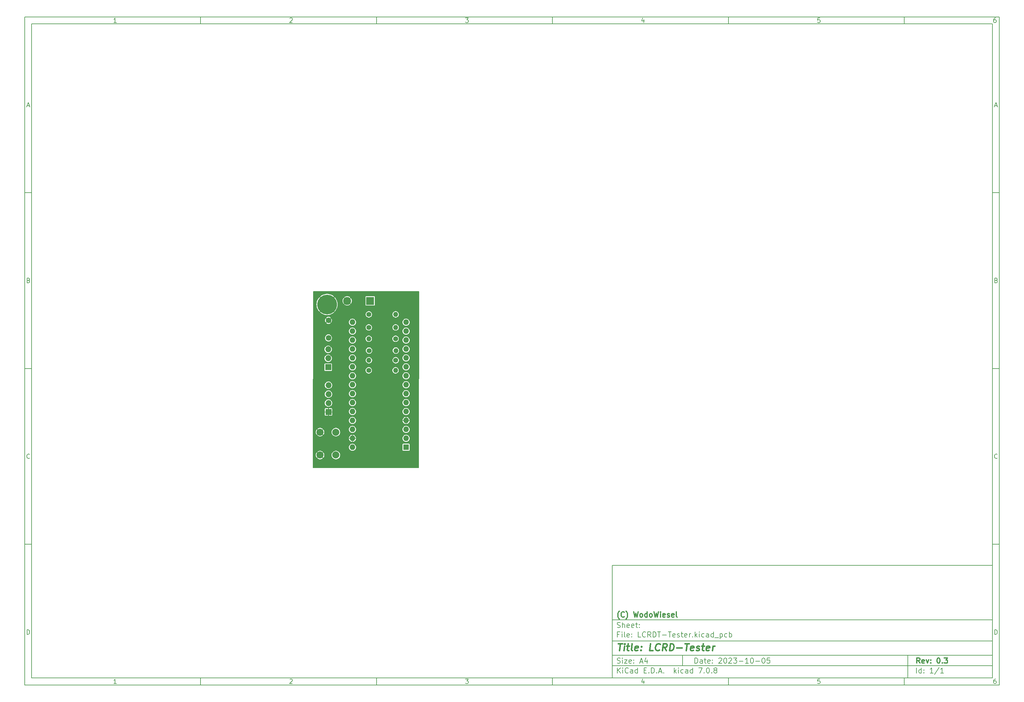
<source format=gbr>
%TF.GenerationSoftware,KiCad,Pcbnew,7.0.8*%
%TF.CreationDate,2023-10-14T20:08:13+02:00*%
%TF.ProjectId,LCRDT-Tester,4c435244-542d-4546-9573-7465722e6b69,0.3*%
%TF.SameCoordinates,Original*%
%TF.FileFunction,Copper,L2,Bot*%
%TF.FilePolarity,Positive*%
%FSLAX46Y46*%
G04 Gerber Fmt 4.6, Leading zero omitted, Abs format (unit mm)*
G04 Created by KiCad (PCBNEW 7.0.8) date 2023-10-14 20:08:13*
%MOMM*%
%LPD*%
G01*
G04 APERTURE LIST*
%ADD10C,0.100000*%
%ADD11C,0.150000*%
%ADD12C,0.300000*%
%ADD13C,0.400000*%
%TA.AperFunction,ComponentPad*%
%ADD14R,1.700000X1.700000*%
%TD*%
%TA.AperFunction,ComponentPad*%
%ADD15O,1.700000X1.700000*%
%TD*%
%TA.AperFunction,ComponentPad*%
%ADD16C,1.400000*%
%TD*%
%TA.AperFunction,ComponentPad*%
%ADD17O,1.400000X1.400000*%
%TD*%
%TA.AperFunction,ComponentPad*%
%ADD18C,1.600000*%
%TD*%
%TA.AperFunction,ComponentPad*%
%ADD19R,1.600000X1.600000*%
%TD*%
%TA.AperFunction,ComponentPad*%
%ADD20O,1.600000X1.600000*%
%TD*%
%TA.AperFunction,ComponentPad*%
%ADD21C,2.000000*%
%TD*%
%TA.AperFunction,ComponentPad*%
%ADD22C,5.600000*%
%TD*%
%TA.AperFunction,ComponentPad*%
%ADD23R,2.250000X2.250000*%
%TD*%
%TA.AperFunction,ComponentPad*%
%ADD24C,2.250000*%
%TD*%
%TA.AperFunction,ViaPad*%
%ADD25C,0.800000*%
%TD*%
%TA.AperFunction,Profile*%
%ADD26C,0.150000*%
%TD*%
G04 APERTURE END LIST*
D10*
D11*
X177002200Y-166007200D02*
X285002200Y-166007200D01*
X285002200Y-198007200D01*
X177002200Y-198007200D01*
X177002200Y-166007200D01*
D10*
D11*
X10000000Y-10000000D02*
X287002200Y-10000000D01*
X287002200Y-200007200D01*
X10000000Y-200007200D01*
X10000000Y-10000000D01*
D10*
D11*
X12000000Y-12000000D02*
X285002200Y-12000000D01*
X285002200Y-198007200D01*
X12000000Y-198007200D01*
X12000000Y-12000000D01*
D10*
D11*
X60000000Y-12000000D02*
X60000000Y-10000000D01*
D10*
D11*
X110000000Y-12000000D02*
X110000000Y-10000000D01*
D10*
D11*
X160000000Y-12000000D02*
X160000000Y-10000000D01*
D10*
D11*
X210000000Y-12000000D02*
X210000000Y-10000000D01*
D10*
D11*
X260000000Y-12000000D02*
X260000000Y-10000000D01*
D10*
D11*
X36089160Y-11593604D02*
X35346303Y-11593604D01*
X35717731Y-11593604D02*
X35717731Y-10293604D01*
X35717731Y-10293604D02*
X35593922Y-10479319D01*
X35593922Y-10479319D02*
X35470112Y-10603128D01*
X35470112Y-10603128D02*
X35346303Y-10665033D01*
D10*
D11*
X85346303Y-10417414D02*
X85408207Y-10355509D01*
X85408207Y-10355509D02*
X85532017Y-10293604D01*
X85532017Y-10293604D02*
X85841541Y-10293604D01*
X85841541Y-10293604D02*
X85965350Y-10355509D01*
X85965350Y-10355509D02*
X86027255Y-10417414D01*
X86027255Y-10417414D02*
X86089160Y-10541223D01*
X86089160Y-10541223D02*
X86089160Y-10665033D01*
X86089160Y-10665033D02*
X86027255Y-10850747D01*
X86027255Y-10850747D02*
X85284398Y-11593604D01*
X85284398Y-11593604D02*
X86089160Y-11593604D01*
D10*
D11*
X135284398Y-10293604D02*
X136089160Y-10293604D01*
X136089160Y-10293604D02*
X135655826Y-10788842D01*
X135655826Y-10788842D02*
X135841541Y-10788842D01*
X135841541Y-10788842D02*
X135965350Y-10850747D01*
X135965350Y-10850747D02*
X136027255Y-10912652D01*
X136027255Y-10912652D02*
X136089160Y-11036461D01*
X136089160Y-11036461D02*
X136089160Y-11345985D01*
X136089160Y-11345985D02*
X136027255Y-11469795D01*
X136027255Y-11469795D02*
X135965350Y-11531700D01*
X135965350Y-11531700D02*
X135841541Y-11593604D01*
X135841541Y-11593604D02*
X135470112Y-11593604D01*
X135470112Y-11593604D02*
X135346303Y-11531700D01*
X135346303Y-11531700D02*
X135284398Y-11469795D01*
D10*
D11*
X185965350Y-10726938D02*
X185965350Y-11593604D01*
X185655826Y-10231700D02*
X185346303Y-11160271D01*
X185346303Y-11160271D02*
X186151064Y-11160271D01*
D10*
D11*
X236027255Y-10293604D02*
X235408207Y-10293604D01*
X235408207Y-10293604D02*
X235346303Y-10912652D01*
X235346303Y-10912652D02*
X235408207Y-10850747D01*
X235408207Y-10850747D02*
X235532017Y-10788842D01*
X235532017Y-10788842D02*
X235841541Y-10788842D01*
X235841541Y-10788842D02*
X235965350Y-10850747D01*
X235965350Y-10850747D02*
X236027255Y-10912652D01*
X236027255Y-10912652D02*
X236089160Y-11036461D01*
X236089160Y-11036461D02*
X236089160Y-11345985D01*
X236089160Y-11345985D02*
X236027255Y-11469795D01*
X236027255Y-11469795D02*
X235965350Y-11531700D01*
X235965350Y-11531700D02*
X235841541Y-11593604D01*
X235841541Y-11593604D02*
X235532017Y-11593604D01*
X235532017Y-11593604D02*
X235408207Y-11531700D01*
X235408207Y-11531700D02*
X235346303Y-11469795D01*
D10*
D11*
X285965350Y-10293604D02*
X285717731Y-10293604D01*
X285717731Y-10293604D02*
X285593922Y-10355509D01*
X285593922Y-10355509D02*
X285532017Y-10417414D01*
X285532017Y-10417414D02*
X285408207Y-10603128D01*
X285408207Y-10603128D02*
X285346303Y-10850747D01*
X285346303Y-10850747D02*
X285346303Y-11345985D01*
X285346303Y-11345985D02*
X285408207Y-11469795D01*
X285408207Y-11469795D02*
X285470112Y-11531700D01*
X285470112Y-11531700D02*
X285593922Y-11593604D01*
X285593922Y-11593604D02*
X285841541Y-11593604D01*
X285841541Y-11593604D02*
X285965350Y-11531700D01*
X285965350Y-11531700D02*
X286027255Y-11469795D01*
X286027255Y-11469795D02*
X286089160Y-11345985D01*
X286089160Y-11345985D02*
X286089160Y-11036461D01*
X286089160Y-11036461D02*
X286027255Y-10912652D01*
X286027255Y-10912652D02*
X285965350Y-10850747D01*
X285965350Y-10850747D02*
X285841541Y-10788842D01*
X285841541Y-10788842D02*
X285593922Y-10788842D01*
X285593922Y-10788842D02*
X285470112Y-10850747D01*
X285470112Y-10850747D02*
X285408207Y-10912652D01*
X285408207Y-10912652D02*
X285346303Y-11036461D01*
D10*
D11*
X60000000Y-198007200D02*
X60000000Y-200007200D01*
D10*
D11*
X110000000Y-198007200D02*
X110000000Y-200007200D01*
D10*
D11*
X160000000Y-198007200D02*
X160000000Y-200007200D01*
D10*
D11*
X210000000Y-198007200D02*
X210000000Y-200007200D01*
D10*
D11*
X260000000Y-198007200D02*
X260000000Y-200007200D01*
D10*
D11*
X36089160Y-199600804D02*
X35346303Y-199600804D01*
X35717731Y-199600804D02*
X35717731Y-198300804D01*
X35717731Y-198300804D02*
X35593922Y-198486519D01*
X35593922Y-198486519D02*
X35470112Y-198610328D01*
X35470112Y-198610328D02*
X35346303Y-198672233D01*
D10*
D11*
X85346303Y-198424614D02*
X85408207Y-198362709D01*
X85408207Y-198362709D02*
X85532017Y-198300804D01*
X85532017Y-198300804D02*
X85841541Y-198300804D01*
X85841541Y-198300804D02*
X85965350Y-198362709D01*
X85965350Y-198362709D02*
X86027255Y-198424614D01*
X86027255Y-198424614D02*
X86089160Y-198548423D01*
X86089160Y-198548423D02*
X86089160Y-198672233D01*
X86089160Y-198672233D02*
X86027255Y-198857947D01*
X86027255Y-198857947D02*
X85284398Y-199600804D01*
X85284398Y-199600804D02*
X86089160Y-199600804D01*
D10*
D11*
X135284398Y-198300804D02*
X136089160Y-198300804D01*
X136089160Y-198300804D02*
X135655826Y-198796042D01*
X135655826Y-198796042D02*
X135841541Y-198796042D01*
X135841541Y-198796042D02*
X135965350Y-198857947D01*
X135965350Y-198857947D02*
X136027255Y-198919852D01*
X136027255Y-198919852D02*
X136089160Y-199043661D01*
X136089160Y-199043661D02*
X136089160Y-199353185D01*
X136089160Y-199353185D02*
X136027255Y-199476995D01*
X136027255Y-199476995D02*
X135965350Y-199538900D01*
X135965350Y-199538900D02*
X135841541Y-199600804D01*
X135841541Y-199600804D02*
X135470112Y-199600804D01*
X135470112Y-199600804D02*
X135346303Y-199538900D01*
X135346303Y-199538900D02*
X135284398Y-199476995D01*
D10*
D11*
X185965350Y-198734138D02*
X185965350Y-199600804D01*
X185655826Y-198238900D02*
X185346303Y-199167471D01*
X185346303Y-199167471D02*
X186151064Y-199167471D01*
D10*
D11*
X236027255Y-198300804D02*
X235408207Y-198300804D01*
X235408207Y-198300804D02*
X235346303Y-198919852D01*
X235346303Y-198919852D02*
X235408207Y-198857947D01*
X235408207Y-198857947D02*
X235532017Y-198796042D01*
X235532017Y-198796042D02*
X235841541Y-198796042D01*
X235841541Y-198796042D02*
X235965350Y-198857947D01*
X235965350Y-198857947D02*
X236027255Y-198919852D01*
X236027255Y-198919852D02*
X236089160Y-199043661D01*
X236089160Y-199043661D02*
X236089160Y-199353185D01*
X236089160Y-199353185D02*
X236027255Y-199476995D01*
X236027255Y-199476995D02*
X235965350Y-199538900D01*
X235965350Y-199538900D02*
X235841541Y-199600804D01*
X235841541Y-199600804D02*
X235532017Y-199600804D01*
X235532017Y-199600804D02*
X235408207Y-199538900D01*
X235408207Y-199538900D02*
X235346303Y-199476995D01*
D10*
D11*
X285965350Y-198300804D02*
X285717731Y-198300804D01*
X285717731Y-198300804D02*
X285593922Y-198362709D01*
X285593922Y-198362709D02*
X285532017Y-198424614D01*
X285532017Y-198424614D02*
X285408207Y-198610328D01*
X285408207Y-198610328D02*
X285346303Y-198857947D01*
X285346303Y-198857947D02*
X285346303Y-199353185D01*
X285346303Y-199353185D02*
X285408207Y-199476995D01*
X285408207Y-199476995D02*
X285470112Y-199538900D01*
X285470112Y-199538900D02*
X285593922Y-199600804D01*
X285593922Y-199600804D02*
X285841541Y-199600804D01*
X285841541Y-199600804D02*
X285965350Y-199538900D01*
X285965350Y-199538900D02*
X286027255Y-199476995D01*
X286027255Y-199476995D02*
X286089160Y-199353185D01*
X286089160Y-199353185D02*
X286089160Y-199043661D01*
X286089160Y-199043661D02*
X286027255Y-198919852D01*
X286027255Y-198919852D02*
X285965350Y-198857947D01*
X285965350Y-198857947D02*
X285841541Y-198796042D01*
X285841541Y-198796042D02*
X285593922Y-198796042D01*
X285593922Y-198796042D02*
X285470112Y-198857947D01*
X285470112Y-198857947D02*
X285408207Y-198919852D01*
X285408207Y-198919852D02*
X285346303Y-199043661D01*
D10*
D11*
X10000000Y-60000000D02*
X12000000Y-60000000D01*
D10*
D11*
X10000000Y-110000000D02*
X12000000Y-110000000D01*
D10*
D11*
X10000000Y-160000000D02*
X12000000Y-160000000D01*
D10*
D11*
X10690476Y-35222176D02*
X11309523Y-35222176D01*
X10566666Y-35593604D02*
X10999999Y-34293604D01*
X10999999Y-34293604D02*
X11433333Y-35593604D01*
D10*
D11*
X11092857Y-84912652D02*
X11278571Y-84974557D01*
X11278571Y-84974557D02*
X11340476Y-85036461D01*
X11340476Y-85036461D02*
X11402380Y-85160271D01*
X11402380Y-85160271D02*
X11402380Y-85345985D01*
X11402380Y-85345985D02*
X11340476Y-85469795D01*
X11340476Y-85469795D02*
X11278571Y-85531700D01*
X11278571Y-85531700D02*
X11154761Y-85593604D01*
X11154761Y-85593604D02*
X10659523Y-85593604D01*
X10659523Y-85593604D02*
X10659523Y-84293604D01*
X10659523Y-84293604D02*
X11092857Y-84293604D01*
X11092857Y-84293604D02*
X11216666Y-84355509D01*
X11216666Y-84355509D02*
X11278571Y-84417414D01*
X11278571Y-84417414D02*
X11340476Y-84541223D01*
X11340476Y-84541223D02*
X11340476Y-84665033D01*
X11340476Y-84665033D02*
X11278571Y-84788842D01*
X11278571Y-84788842D02*
X11216666Y-84850747D01*
X11216666Y-84850747D02*
X11092857Y-84912652D01*
X11092857Y-84912652D02*
X10659523Y-84912652D01*
D10*
D11*
X11402380Y-135469795D02*
X11340476Y-135531700D01*
X11340476Y-135531700D02*
X11154761Y-135593604D01*
X11154761Y-135593604D02*
X11030952Y-135593604D01*
X11030952Y-135593604D02*
X10845238Y-135531700D01*
X10845238Y-135531700D02*
X10721428Y-135407890D01*
X10721428Y-135407890D02*
X10659523Y-135284080D01*
X10659523Y-135284080D02*
X10597619Y-135036461D01*
X10597619Y-135036461D02*
X10597619Y-134850747D01*
X10597619Y-134850747D02*
X10659523Y-134603128D01*
X10659523Y-134603128D02*
X10721428Y-134479319D01*
X10721428Y-134479319D02*
X10845238Y-134355509D01*
X10845238Y-134355509D02*
X11030952Y-134293604D01*
X11030952Y-134293604D02*
X11154761Y-134293604D01*
X11154761Y-134293604D02*
X11340476Y-134355509D01*
X11340476Y-134355509D02*
X11402380Y-134417414D01*
D10*
D11*
X10659523Y-185593604D02*
X10659523Y-184293604D01*
X10659523Y-184293604D02*
X10969047Y-184293604D01*
X10969047Y-184293604D02*
X11154761Y-184355509D01*
X11154761Y-184355509D02*
X11278571Y-184479319D01*
X11278571Y-184479319D02*
X11340476Y-184603128D01*
X11340476Y-184603128D02*
X11402380Y-184850747D01*
X11402380Y-184850747D02*
X11402380Y-185036461D01*
X11402380Y-185036461D02*
X11340476Y-185284080D01*
X11340476Y-185284080D02*
X11278571Y-185407890D01*
X11278571Y-185407890D02*
X11154761Y-185531700D01*
X11154761Y-185531700D02*
X10969047Y-185593604D01*
X10969047Y-185593604D02*
X10659523Y-185593604D01*
D10*
D11*
X287002200Y-60000000D02*
X285002200Y-60000000D01*
D10*
D11*
X287002200Y-110000000D02*
X285002200Y-110000000D01*
D10*
D11*
X287002200Y-160000000D02*
X285002200Y-160000000D01*
D10*
D11*
X285692676Y-35222176D02*
X286311723Y-35222176D01*
X285568866Y-35593604D02*
X286002199Y-34293604D01*
X286002199Y-34293604D02*
X286435533Y-35593604D01*
D10*
D11*
X286095057Y-84912652D02*
X286280771Y-84974557D01*
X286280771Y-84974557D02*
X286342676Y-85036461D01*
X286342676Y-85036461D02*
X286404580Y-85160271D01*
X286404580Y-85160271D02*
X286404580Y-85345985D01*
X286404580Y-85345985D02*
X286342676Y-85469795D01*
X286342676Y-85469795D02*
X286280771Y-85531700D01*
X286280771Y-85531700D02*
X286156961Y-85593604D01*
X286156961Y-85593604D02*
X285661723Y-85593604D01*
X285661723Y-85593604D02*
X285661723Y-84293604D01*
X285661723Y-84293604D02*
X286095057Y-84293604D01*
X286095057Y-84293604D02*
X286218866Y-84355509D01*
X286218866Y-84355509D02*
X286280771Y-84417414D01*
X286280771Y-84417414D02*
X286342676Y-84541223D01*
X286342676Y-84541223D02*
X286342676Y-84665033D01*
X286342676Y-84665033D02*
X286280771Y-84788842D01*
X286280771Y-84788842D02*
X286218866Y-84850747D01*
X286218866Y-84850747D02*
X286095057Y-84912652D01*
X286095057Y-84912652D02*
X285661723Y-84912652D01*
D10*
D11*
X286404580Y-135469795D02*
X286342676Y-135531700D01*
X286342676Y-135531700D02*
X286156961Y-135593604D01*
X286156961Y-135593604D02*
X286033152Y-135593604D01*
X286033152Y-135593604D02*
X285847438Y-135531700D01*
X285847438Y-135531700D02*
X285723628Y-135407890D01*
X285723628Y-135407890D02*
X285661723Y-135284080D01*
X285661723Y-135284080D02*
X285599819Y-135036461D01*
X285599819Y-135036461D02*
X285599819Y-134850747D01*
X285599819Y-134850747D02*
X285661723Y-134603128D01*
X285661723Y-134603128D02*
X285723628Y-134479319D01*
X285723628Y-134479319D02*
X285847438Y-134355509D01*
X285847438Y-134355509D02*
X286033152Y-134293604D01*
X286033152Y-134293604D02*
X286156961Y-134293604D01*
X286156961Y-134293604D02*
X286342676Y-134355509D01*
X286342676Y-134355509D02*
X286404580Y-134417414D01*
D10*
D11*
X285661723Y-185593604D02*
X285661723Y-184293604D01*
X285661723Y-184293604D02*
X285971247Y-184293604D01*
X285971247Y-184293604D02*
X286156961Y-184355509D01*
X286156961Y-184355509D02*
X286280771Y-184479319D01*
X286280771Y-184479319D02*
X286342676Y-184603128D01*
X286342676Y-184603128D02*
X286404580Y-184850747D01*
X286404580Y-184850747D02*
X286404580Y-185036461D01*
X286404580Y-185036461D02*
X286342676Y-185284080D01*
X286342676Y-185284080D02*
X286280771Y-185407890D01*
X286280771Y-185407890D02*
X286156961Y-185531700D01*
X286156961Y-185531700D02*
X285971247Y-185593604D01*
X285971247Y-185593604D02*
X285661723Y-185593604D01*
D10*
D11*
X200458026Y-193793328D02*
X200458026Y-192293328D01*
X200458026Y-192293328D02*
X200815169Y-192293328D01*
X200815169Y-192293328D02*
X201029455Y-192364757D01*
X201029455Y-192364757D02*
X201172312Y-192507614D01*
X201172312Y-192507614D02*
X201243741Y-192650471D01*
X201243741Y-192650471D02*
X201315169Y-192936185D01*
X201315169Y-192936185D02*
X201315169Y-193150471D01*
X201315169Y-193150471D02*
X201243741Y-193436185D01*
X201243741Y-193436185D02*
X201172312Y-193579042D01*
X201172312Y-193579042D02*
X201029455Y-193721900D01*
X201029455Y-193721900D02*
X200815169Y-193793328D01*
X200815169Y-193793328D02*
X200458026Y-193793328D01*
X202600884Y-193793328D02*
X202600884Y-193007614D01*
X202600884Y-193007614D02*
X202529455Y-192864757D01*
X202529455Y-192864757D02*
X202386598Y-192793328D01*
X202386598Y-192793328D02*
X202100884Y-192793328D01*
X202100884Y-192793328D02*
X201958026Y-192864757D01*
X202600884Y-193721900D02*
X202458026Y-193793328D01*
X202458026Y-193793328D02*
X202100884Y-193793328D01*
X202100884Y-193793328D02*
X201958026Y-193721900D01*
X201958026Y-193721900D02*
X201886598Y-193579042D01*
X201886598Y-193579042D02*
X201886598Y-193436185D01*
X201886598Y-193436185D02*
X201958026Y-193293328D01*
X201958026Y-193293328D02*
X202100884Y-193221900D01*
X202100884Y-193221900D02*
X202458026Y-193221900D01*
X202458026Y-193221900D02*
X202600884Y-193150471D01*
X203100884Y-192793328D02*
X203672312Y-192793328D01*
X203315169Y-192293328D02*
X203315169Y-193579042D01*
X203315169Y-193579042D02*
X203386598Y-193721900D01*
X203386598Y-193721900D02*
X203529455Y-193793328D01*
X203529455Y-193793328D02*
X203672312Y-193793328D01*
X204743741Y-193721900D02*
X204600884Y-193793328D01*
X204600884Y-193793328D02*
X204315170Y-193793328D01*
X204315170Y-193793328D02*
X204172312Y-193721900D01*
X204172312Y-193721900D02*
X204100884Y-193579042D01*
X204100884Y-193579042D02*
X204100884Y-193007614D01*
X204100884Y-193007614D02*
X204172312Y-192864757D01*
X204172312Y-192864757D02*
X204315170Y-192793328D01*
X204315170Y-192793328D02*
X204600884Y-192793328D01*
X204600884Y-192793328D02*
X204743741Y-192864757D01*
X204743741Y-192864757D02*
X204815170Y-193007614D01*
X204815170Y-193007614D02*
X204815170Y-193150471D01*
X204815170Y-193150471D02*
X204100884Y-193293328D01*
X205458026Y-193650471D02*
X205529455Y-193721900D01*
X205529455Y-193721900D02*
X205458026Y-193793328D01*
X205458026Y-193793328D02*
X205386598Y-193721900D01*
X205386598Y-193721900D02*
X205458026Y-193650471D01*
X205458026Y-193650471D02*
X205458026Y-193793328D01*
X205458026Y-192864757D02*
X205529455Y-192936185D01*
X205529455Y-192936185D02*
X205458026Y-193007614D01*
X205458026Y-193007614D02*
X205386598Y-192936185D01*
X205386598Y-192936185D02*
X205458026Y-192864757D01*
X205458026Y-192864757D02*
X205458026Y-193007614D01*
X207243741Y-192436185D02*
X207315169Y-192364757D01*
X207315169Y-192364757D02*
X207458027Y-192293328D01*
X207458027Y-192293328D02*
X207815169Y-192293328D01*
X207815169Y-192293328D02*
X207958027Y-192364757D01*
X207958027Y-192364757D02*
X208029455Y-192436185D01*
X208029455Y-192436185D02*
X208100884Y-192579042D01*
X208100884Y-192579042D02*
X208100884Y-192721900D01*
X208100884Y-192721900D02*
X208029455Y-192936185D01*
X208029455Y-192936185D02*
X207172312Y-193793328D01*
X207172312Y-193793328D02*
X208100884Y-193793328D01*
X209029455Y-192293328D02*
X209172312Y-192293328D01*
X209172312Y-192293328D02*
X209315169Y-192364757D01*
X209315169Y-192364757D02*
X209386598Y-192436185D01*
X209386598Y-192436185D02*
X209458026Y-192579042D01*
X209458026Y-192579042D02*
X209529455Y-192864757D01*
X209529455Y-192864757D02*
X209529455Y-193221900D01*
X209529455Y-193221900D02*
X209458026Y-193507614D01*
X209458026Y-193507614D02*
X209386598Y-193650471D01*
X209386598Y-193650471D02*
X209315169Y-193721900D01*
X209315169Y-193721900D02*
X209172312Y-193793328D01*
X209172312Y-193793328D02*
X209029455Y-193793328D01*
X209029455Y-193793328D02*
X208886598Y-193721900D01*
X208886598Y-193721900D02*
X208815169Y-193650471D01*
X208815169Y-193650471D02*
X208743740Y-193507614D01*
X208743740Y-193507614D02*
X208672312Y-193221900D01*
X208672312Y-193221900D02*
X208672312Y-192864757D01*
X208672312Y-192864757D02*
X208743740Y-192579042D01*
X208743740Y-192579042D02*
X208815169Y-192436185D01*
X208815169Y-192436185D02*
X208886598Y-192364757D01*
X208886598Y-192364757D02*
X209029455Y-192293328D01*
X210100883Y-192436185D02*
X210172311Y-192364757D01*
X210172311Y-192364757D02*
X210315169Y-192293328D01*
X210315169Y-192293328D02*
X210672311Y-192293328D01*
X210672311Y-192293328D02*
X210815169Y-192364757D01*
X210815169Y-192364757D02*
X210886597Y-192436185D01*
X210886597Y-192436185D02*
X210958026Y-192579042D01*
X210958026Y-192579042D02*
X210958026Y-192721900D01*
X210958026Y-192721900D02*
X210886597Y-192936185D01*
X210886597Y-192936185D02*
X210029454Y-193793328D01*
X210029454Y-193793328D02*
X210958026Y-193793328D01*
X211458025Y-192293328D02*
X212386597Y-192293328D01*
X212386597Y-192293328D02*
X211886597Y-192864757D01*
X211886597Y-192864757D02*
X212100882Y-192864757D01*
X212100882Y-192864757D02*
X212243740Y-192936185D01*
X212243740Y-192936185D02*
X212315168Y-193007614D01*
X212315168Y-193007614D02*
X212386597Y-193150471D01*
X212386597Y-193150471D02*
X212386597Y-193507614D01*
X212386597Y-193507614D02*
X212315168Y-193650471D01*
X212315168Y-193650471D02*
X212243740Y-193721900D01*
X212243740Y-193721900D02*
X212100882Y-193793328D01*
X212100882Y-193793328D02*
X211672311Y-193793328D01*
X211672311Y-193793328D02*
X211529454Y-193721900D01*
X211529454Y-193721900D02*
X211458025Y-193650471D01*
X213029453Y-193221900D02*
X214172311Y-193221900D01*
X215672311Y-193793328D02*
X214815168Y-193793328D01*
X215243739Y-193793328D02*
X215243739Y-192293328D01*
X215243739Y-192293328D02*
X215100882Y-192507614D01*
X215100882Y-192507614D02*
X214958025Y-192650471D01*
X214958025Y-192650471D02*
X214815168Y-192721900D01*
X216600882Y-192293328D02*
X216743739Y-192293328D01*
X216743739Y-192293328D02*
X216886596Y-192364757D01*
X216886596Y-192364757D02*
X216958025Y-192436185D01*
X216958025Y-192436185D02*
X217029453Y-192579042D01*
X217029453Y-192579042D02*
X217100882Y-192864757D01*
X217100882Y-192864757D02*
X217100882Y-193221900D01*
X217100882Y-193221900D02*
X217029453Y-193507614D01*
X217029453Y-193507614D02*
X216958025Y-193650471D01*
X216958025Y-193650471D02*
X216886596Y-193721900D01*
X216886596Y-193721900D02*
X216743739Y-193793328D01*
X216743739Y-193793328D02*
X216600882Y-193793328D01*
X216600882Y-193793328D02*
X216458025Y-193721900D01*
X216458025Y-193721900D02*
X216386596Y-193650471D01*
X216386596Y-193650471D02*
X216315167Y-193507614D01*
X216315167Y-193507614D02*
X216243739Y-193221900D01*
X216243739Y-193221900D02*
X216243739Y-192864757D01*
X216243739Y-192864757D02*
X216315167Y-192579042D01*
X216315167Y-192579042D02*
X216386596Y-192436185D01*
X216386596Y-192436185D02*
X216458025Y-192364757D01*
X216458025Y-192364757D02*
X216600882Y-192293328D01*
X217743738Y-193221900D02*
X218886596Y-193221900D01*
X219886596Y-192293328D02*
X220029453Y-192293328D01*
X220029453Y-192293328D02*
X220172310Y-192364757D01*
X220172310Y-192364757D02*
X220243739Y-192436185D01*
X220243739Y-192436185D02*
X220315167Y-192579042D01*
X220315167Y-192579042D02*
X220386596Y-192864757D01*
X220386596Y-192864757D02*
X220386596Y-193221900D01*
X220386596Y-193221900D02*
X220315167Y-193507614D01*
X220315167Y-193507614D02*
X220243739Y-193650471D01*
X220243739Y-193650471D02*
X220172310Y-193721900D01*
X220172310Y-193721900D02*
X220029453Y-193793328D01*
X220029453Y-193793328D02*
X219886596Y-193793328D01*
X219886596Y-193793328D02*
X219743739Y-193721900D01*
X219743739Y-193721900D02*
X219672310Y-193650471D01*
X219672310Y-193650471D02*
X219600881Y-193507614D01*
X219600881Y-193507614D02*
X219529453Y-193221900D01*
X219529453Y-193221900D02*
X219529453Y-192864757D01*
X219529453Y-192864757D02*
X219600881Y-192579042D01*
X219600881Y-192579042D02*
X219672310Y-192436185D01*
X219672310Y-192436185D02*
X219743739Y-192364757D01*
X219743739Y-192364757D02*
X219886596Y-192293328D01*
X221743738Y-192293328D02*
X221029452Y-192293328D01*
X221029452Y-192293328D02*
X220958024Y-193007614D01*
X220958024Y-193007614D02*
X221029452Y-192936185D01*
X221029452Y-192936185D02*
X221172310Y-192864757D01*
X221172310Y-192864757D02*
X221529452Y-192864757D01*
X221529452Y-192864757D02*
X221672310Y-192936185D01*
X221672310Y-192936185D02*
X221743738Y-193007614D01*
X221743738Y-193007614D02*
X221815167Y-193150471D01*
X221815167Y-193150471D02*
X221815167Y-193507614D01*
X221815167Y-193507614D02*
X221743738Y-193650471D01*
X221743738Y-193650471D02*
X221672310Y-193721900D01*
X221672310Y-193721900D02*
X221529452Y-193793328D01*
X221529452Y-193793328D02*
X221172310Y-193793328D01*
X221172310Y-193793328D02*
X221029452Y-193721900D01*
X221029452Y-193721900D02*
X220958024Y-193650471D01*
D10*
D11*
X177002200Y-194507200D02*
X285002200Y-194507200D01*
D10*
D11*
X178458026Y-196593328D02*
X178458026Y-195093328D01*
X179315169Y-196593328D02*
X178672312Y-195736185D01*
X179315169Y-195093328D02*
X178458026Y-195950471D01*
X179958026Y-196593328D02*
X179958026Y-195593328D01*
X179958026Y-195093328D02*
X179886598Y-195164757D01*
X179886598Y-195164757D02*
X179958026Y-195236185D01*
X179958026Y-195236185D02*
X180029455Y-195164757D01*
X180029455Y-195164757D02*
X179958026Y-195093328D01*
X179958026Y-195093328D02*
X179958026Y-195236185D01*
X181529455Y-196450471D02*
X181458027Y-196521900D01*
X181458027Y-196521900D02*
X181243741Y-196593328D01*
X181243741Y-196593328D02*
X181100884Y-196593328D01*
X181100884Y-196593328D02*
X180886598Y-196521900D01*
X180886598Y-196521900D02*
X180743741Y-196379042D01*
X180743741Y-196379042D02*
X180672312Y-196236185D01*
X180672312Y-196236185D02*
X180600884Y-195950471D01*
X180600884Y-195950471D02*
X180600884Y-195736185D01*
X180600884Y-195736185D02*
X180672312Y-195450471D01*
X180672312Y-195450471D02*
X180743741Y-195307614D01*
X180743741Y-195307614D02*
X180886598Y-195164757D01*
X180886598Y-195164757D02*
X181100884Y-195093328D01*
X181100884Y-195093328D02*
X181243741Y-195093328D01*
X181243741Y-195093328D02*
X181458027Y-195164757D01*
X181458027Y-195164757D02*
X181529455Y-195236185D01*
X182815170Y-196593328D02*
X182815170Y-195807614D01*
X182815170Y-195807614D02*
X182743741Y-195664757D01*
X182743741Y-195664757D02*
X182600884Y-195593328D01*
X182600884Y-195593328D02*
X182315170Y-195593328D01*
X182315170Y-195593328D02*
X182172312Y-195664757D01*
X182815170Y-196521900D02*
X182672312Y-196593328D01*
X182672312Y-196593328D02*
X182315170Y-196593328D01*
X182315170Y-196593328D02*
X182172312Y-196521900D01*
X182172312Y-196521900D02*
X182100884Y-196379042D01*
X182100884Y-196379042D02*
X182100884Y-196236185D01*
X182100884Y-196236185D02*
X182172312Y-196093328D01*
X182172312Y-196093328D02*
X182315170Y-196021900D01*
X182315170Y-196021900D02*
X182672312Y-196021900D01*
X182672312Y-196021900D02*
X182815170Y-195950471D01*
X184172313Y-196593328D02*
X184172313Y-195093328D01*
X184172313Y-196521900D02*
X184029455Y-196593328D01*
X184029455Y-196593328D02*
X183743741Y-196593328D01*
X183743741Y-196593328D02*
X183600884Y-196521900D01*
X183600884Y-196521900D02*
X183529455Y-196450471D01*
X183529455Y-196450471D02*
X183458027Y-196307614D01*
X183458027Y-196307614D02*
X183458027Y-195879042D01*
X183458027Y-195879042D02*
X183529455Y-195736185D01*
X183529455Y-195736185D02*
X183600884Y-195664757D01*
X183600884Y-195664757D02*
X183743741Y-195593328D01*
X183743741Y-195593328D02*
X184029455Y-195593328D01*
X184029455Y-195593328D02*
X184172313Y-195664757D01*
X186029455Y-195807614D02*
X186529455Y-195807614D01*
X186743741Y-196593328D02*
X186029455Y-196593328D01*
X186029455Y-196593328D02*
X186029455Y-195093328D01*
X186029455Y-195093328D02*
X186743741Y-195093328D01*
X187386598Y-196450471D02*
X187458027Y-196521900D01*
X187458027Y-196521900D02*
X187386598Y-196593328D01*
X187386598Y-196593328D02*
X187315170Y-196521900D01*
X187315170Y-196521900D02*
X187386598Y-196450471D01*
X187386598Y-196450471D02*
X187386598Y-196593328D01*
X188100884Y-196593328D02*
X188100884Y-195093328D01*
X188100884Y-195093328D02*
X188458027Y-195093328D01*
X188458027Y-195093328D02*
X188672313Y-195164757D01*
X188672313Y-195164757D02*
X188815170Y-195307614D01*
X188815170Y-195307614D02*
X188886599Y-195450471D01*
X188886599Y-195450471D02*
X188958027Y-195736185D01*
X188958027Y-195736185D02*
X188958027Y-195950471D01*
X188958027Y-195950471D02*
X188886599Y-196236185D01*
X188886599Y-196236185D02*
X188815170Y-196379042D01*
X188815170Y-196379042D02*
X188672313Y-196521900D01*
X188672313Y-196521900D02*
X188458027Y-196593328D01*
X188458027Y-196593328D02*
X188100884Y-196593328D01*
X189600884Y-196450471D02*
X189672313Y-196521900D01*
X189672313Y-196521900D02*
X189600884Y-196593328D01*
X189600884Y-196593328D02*
X189529456Y-196521900D01*
X189529456Y-196521900D02*
X189600884Y-196450471D01*
X189600884Y-196450471D02*
X189600884Y-196593328D01*
X190243742Y-196164757D02*
X190958028Y-196164757D01*
X190100885Y-196593328D02*
X190600885Y-195093328D01*
X190600885Y-195093328D02*
X191100885Y-196593328D01*
X191600884Y-196450471D02*
X191672313Y-196521900D01*
X191672313Y-196521900D02*
X191600884Y-196593328D01*
X191600884Y-196593328D02*
X191529456Y-196521900D01*
X191529456Y-196521900D02*
X191600884Y-196450471D01*
X191600884Y-196450471D02*
X191600884Y-196593328D01*
X194600884Y-196593328D02*
X194600884Y-195093328D01*
X194743742Y-196021900D02*
X195172313Y-196593328D01*
X195172313Y-195593328D02*
X194600884Y-196164757D01*
X195815170Y-196593328D02*
X195815170Y-195593328D01*
X195815170Y-195093328D02*
X195743742Y-195164757D01*
X195743742Y-195164757D02*
X195815170Y-195236185D01*
X195815170Y-195236185D02*
X195886599Y-195164757D01*
X195886599Y-195164757D02*
X195815170Y-195093328D01*
X195815170Y-195093328D02*
X195815170Y-195236185D01*
X197172314Y-196521900D02*
X197029456Y-196593328D01*
X197029456Y-196593328D02*
X196743742Y-196593328D01*
X196743742Y-196593328D02*
X196600885Y-196521900D01*
X196600885Y-196521900D02*
X196529456Y-196450471D01*
X196529456Y-196450471D02*
X196458028Y-196307614D01*
X196458028Y-196307614D02*
X196458028Y-195879042D01*
X196458028Y-195879042D02*
X196529456Y-195736185D01*
X196529456Y-195736185D02*
X196600885Y-195664757D01*
X196600885Y-195664757D02*
X196743742Y-195593328D01*
X196743742Y-195593328D02*
X197029456Y-195593328D01*
X197029456Y-195593328D02*
X197172314Y-195664757D01*
X198458028Y-196593328D02*
X198458028Y-195807614D01*
X198458028Y-195807614D02*
X198386599Y-195664757D01*
X198386599Y-195664757D02*
X198243742Y-195593328D01*
X198243742Y-195593328D02*
X197958028Y-195593328D01*
X197958028Y-195593328D02*
X197815170Y-195664757D01*
X198458028Y-196521900D02*
X198315170Y-196593328D01*
X198315170Y-196593328D02*
X197958028Y-196593328D01*
X197958028Y-196593328D02*
X197815170Y-196521900D01*
X197815170Y-196521900D02*
X197743742Y-196379042D01*
X197743742Y-196379042D02*
X197743742Y-196236185D01*
X197743742Y-196236185D02*
X197815170Y-196093328D01*
X197815170Y-196093328D02*
X197958028Y-196021900D01*
X197958028Y-196021900D02*
X198315170Y-196021900D01*
X198315170Y-196021900D02*
X198458028Y-195950471D01*
X199815171Y-196593328D02*
X199815171Y-195093328D01*
X199815171Y-196521900D02*
X199672313Y-196593328D01*
X199672313Y-196593328D02*
X199386599Y-196593328D01*
X199386599Y-196593328D02*
X199243742Y-196521900D01*
X199243742Y-196521900D02*
X199172313Y-196450471D01*
X199172313Y-196450471D02*
X199100885Y-196307614D01*
X199100885Y-196307614D02*
X199100885Y-195879042D01*
X199100885Y-195879042D02*
X199172313Y-195736185D01*
X199172313Y-195736185D02*
X199243742Y-195664757D01*
X199243742Y-195664757D02*
X199386599Y-195593328D01*
X199386599Y-195593328D02*
X199672313Y-195593328D01*
X199672313Y-195593328D02*
X199815171Y-195664757D01*
X201529456Y-195093328D02*
X202529456Y-195093328D01*
X202529456Y-195093328D02*
X201886599Y-196593328D01*
X203100884Y-196450471D02*
X203172313Y-196521900D01*
X203172313Y-196521900D02*
X203100884Y-196593328D01*
X203100884Y-196593328D02*
X203029456Y-196521900D01*
X203029456Y-196521900D02*
X203100884Y-196450471D01*
X203100884Y-196450471D02*
X203100884Y-196593328D01*
X204100885Y-195093328D02*
X204243742Y-195093328D01*
X204243742Y-195093328D02*
X204386599Y-195164757D01*
X204386599Y-195164757D02*
X204458028Y-195236185D01*
X204458028Y-195236185D02*
X204529456Y-195379042D01*
X204529456Y-195379042D02*
X204600885Y-195664757D01*
X204600885Y-195664757D02*
X204600885Y-196021900D01*
X204600885Y-196021900D02*
X204529456Y-196307614D01*
X204529456Y-196307614D02*
X204458028Y-196450471D01*
X204458028Y-196450471D02*
X204386599Y-196521900D01*
X204386599Y-196521900D02*
X204243742Y-196593328D01*
X204243742Y-196593328D02*
X204100885Y-196593328D01*
X204100885Y-196593328D02*
X203958028Y-196521900D01*
X203958028Y-196521900D02*
X203886599Y-196450471D01*
X203886599Y-196450471D02*
X203815170Y-196307614D01*
X203815170Y-196307614D02*
X203743742Y-196021900D01*
X203743742Y-196021900D02*
X203743742Y-195664757D01*
X203743742Y-195664757D02*
X203815170Y-195379042D01*
X203815170Y-195379042D02*
X203886599Y-195236185D01*
X203886599Y-195236185D02*
X203958028Y-195164757D01*
X203958028Y-195164757D02*
X204100885Y-195093328D01*
X205243741Y-196450471D02*
X205315170Y-196521900D01*
X205315170Y-196521900D02*
X205243741Y-196593328D01*
X205243741Y-196593328D02*
X205172313Y-196521900D01*
X205172313Y-196521900D02*
X205243741Y-196450471D01*
X205243741Y-196450471D02*
X205243741Y-196593328D01*
X206172313Y-195736185D02*
X206029456Y-195664757D01*
X206029456Y-195664757D02*
X205958027Y-195593328D01*
X205958027Y-195593328D02*
X205886599Y-195450471D01*
X205886599Y-195450471D02*
X205886599Y-195379042D01*
X205886599Y-195379042D02*
X205958027Y-195236185D01*
X205958027Y-195236185D02*
X206029456Y-195164757D01*
X206029456Y-195164757D02*
X206172313Y-195093328D01*
X206172313Y-195093328D02*
X206458027Y-195093328D01*
X206458027Y-195093328D02*
X206600885Y-195164757D01*
X206600885Y-195164757D02*
X206672313Y-195236185D01*
X206672313Y-195236185D02*
X206743742Y-195379042D01*
X206743742Y-195379042D02*
X206743742Y-195450471D01*
X206743742Y-195450471D02*
X206672313Y-195593328D01*
X206672313Y-195593328D02*
X206600885Y-195664757D01*
X206600885Y-195664757D02*
X206458027Y-195736185D01*
X206458027Y-195736185D02*
X206172313Y-195736185D01*
X206172313Y-195736185D02*
X206029456Y-195807614D01*
X206029456Y-195807614D02*
X205958027Y-195879042D01*
X205958027Y-195879042D02*
X205886599Y-196021900D01*
X205886599Y-196021900D02*
X205886599Y-196307614D01*
X205886599Y-196307614D02*
X205958027Y-196450471D01*
X205958027Y-196450471D02*
X206029456Y-196521900D01*
X206029456Y-196521900D02*
X206172313Y-196593328D01*
X206172313Y-196593328D02*
X206458027Y-196593328D01*
X206458027Y-196593328D02*
X206600885Y-196521900D01*
X206600885Y-196521900D02*
X206672313Y-196450471D01*
X206672313Y-196450471D02*
X206743742Y-196307614D01*
X206743742Y-196307614D02*
X206743742Y-196021900D01*
X206743742Y-196021900D02*
X206672313Y-195879042D01*
X206672313Y-195879042D02*
X206600885Y-195807614D01*
X206600885Y-195807614D02*
X206458027Y-195736185D01*
D10*
D11*
X177002200Y-191507200D02*
X285002200Y-191507200D01*
D10*
D12*
X264413853Y-193785528D02*
X263913853Y-193071242D01*
X263556710Y-193785528D02*
X263556710Y-192285528D01*
X263556710Y-192285528D02*
X264128139Y-192285528D01*
X264128139Y-192285528D02*
X264270996Y-192356957D01*
X264270996Y-192356957D02*
X264342425Y-192428385D01*
X264342425Y-192428385D02*
X264413853Y-192571242D01*
X264413853Y-192571242D02*
X264413853Y-192785528D01*
X264413853Y-192785528D02*
X264342425Y-192928385D01*
X264342425Y-192928385D02*
X264270996Y-192999814D01*
X264270996Y-192999814D02*
X264128139Y-193071242D01*
X264128139Y-193071242D02*
X263556710Y-193071242D01*
X265628139Y-193714100D02*
X265485282Y-193785528D01*
X265485282Y-193785528D02*
X265199568Y-193785528D01*
X265199568Y-193785528D02*
X265056710Y-193714100D01*
X265056710Y-193714100D02*
X264985282Y-193571242D01*
X264985282Y-193571242D02*
X264985282Y-192999814D01*
X264985282Y-192999814D02*
X265056710Y-192856957D01*
X265056710Y-192856957D02*
X265199568Y-192785528D01*
X265199568Y-192785528D02*
X265485282Y-192785528D01*
X265485282Y-192785528D02*
X265628139Y-192856957D01*
X265628139Y-192856957D02*
X265699568Y-192999814D01*
X265699568Y-192999814D02*
X265699568Y-193142671D01*
X265699568Y-193142671D02*
X264985282Y-193285528D01*
X266199567Y-192785528D02*
X266556710Y-193785528D01*
X266556710Y-193785528D02*
X266913853Y-192785528D01*
X267485281Y-193642671D02*
X267556710Y-193714100D01*
X267556710Y-193714100D02*
X267485281Y-193785528D01*
X267485281Y-193785528D02*
X267413853Y-193714100D01*
X267413853Y-193714100D02*
X267485281Y-193642671D01*
X267485281Y-193642671D02*
X267485281Y-193785528D01*
X267485281Y-192856957D02*
X267556710Y-192928385D01*
X267556710Y-192928385D02*
X267485281Y-192999814D01*
X267485281Y-192999814D02*
X267413853Y-192928385D01*
X267413853Y-192928385D02*
X267485281Y-192856957D01*
X267485281Y-192856957D02*
X267485281Y-192999814D01*
X269628139Y-192285528D02*
X269770996Y-192285528D01*
X269770996Y-192285528D02*
X269913853Y-192356957D01*
X269913853Y-192356957D02*
X269985282Y-192428385D01*
X269985282Y-192428385D02*
X270056710Y-192571242D01*
X270056710Y-192571242D02*
X270128139Y-192856957D01*
X270128139Y-192856957D02*
X270128139Y-193214100D01*
X270128139Y-193214100D02*
X270056710Y-193499814D01*
X270056710Y-193499814D02*
X269985282Y-193642671D01*
X269985282Y-193642671D02*
X269913853Y-193714100D01*
X269913853Y-193714100D02*
X269770996Y-193785528D01*
X269770996Y-193785528D02*
X269628139Y-193785528D01*
X269628139Y-193785528D02*
X269485282Y-193714100D01*
X269485282Y-193714100D02*
X269413853Y-193642671D01*
X269413853Y-193642671D02*
X269342424Y-193499814D01*
X269342424Y-193499814D02*
X269270996Y-193214100D01*
X269270996Y-193214100D02*
X269270996Y-192856957D01*
X269270996Y-192856957D02*
X269342424Y-192571242D01*
X269342424Y-192571242D02*
X269413853Y-192428385D01*
X269413853Y-192428385D02*
X269485282Y-192356957D01*
X269485282Y-192356957D02*
X269628139Y-192285528D01*
X270770995Y-193642671D02*
X270842424Y-193714100D01*
X270842424Y-193714100D02*
X270770995Y-193785528D01*
X270770995Y-193785528D02*
X270699567Y-193714100D01*
X270699567Y-193714100D02*
X270770995Y-193642671D01*
X270770995Y-193642671D02*
X270770995Y-193785528D01*
X271342424Y-192285528D02*
X272270996Y-192285528D01*
X272270996Y-192285528D02*
X271770996Y-192856957D01*
X271770996Y-192856957D02*
X271985281Y-192856957D01*
X271985281Y-192856957D02*
X272128139Y-192928385D01*
X272128139Y-192928385D02*
X272199567Y-192999814D01*
X272199567Y-192999814D02*
X272270996Y-193142671D01*
X272270996Y-193142671D02*
X272270996Y-193499814D01*
X272270996Y-193499814D02*
X272199567Y-193642671D01*
X272199567Y-193642671D02*
X272128139Y-193714100D01*
X272128139Y-193714100D02*
X271985281Y-193785528D01*
X271985281Y-193785528D02*
X271556710Y-193785528D01*
X271556710Y-193785528D02*
X271413853Y-193714100D01*
X271413853Y-193714100D02*
X271342424Y-193642671D01*
D10*
D11*
X178386598Y-193721900D02*
X178600884Y-193793328D01*
X178600884Y-193793328D02*
X178958026Y-193793328D01*
X178958026Y-193793328D02*
X179100884Y-193721900D01*
X179100884Y-193721900D02*
X179172312Y-193650471D01*
X179172312Y-193650471D02*
X179243741Y-193507614D01*
X179243741Y-193507614D02*
X179243741Y-193364757D01*
X179243741Y-193364757D02*
X179172312Y-193221900D01*
X179172312Y-193221900D02*
X179100884Y-193150471D01*
X179100884Y-193150471D02*
X178958026Y-193079042D01*
X178958026Y-193079042D02*
X178672312Y-193007614D01*
X178672312Y-193007614D02*
X178529455Y-192936185D01*
X178529455Y-192936185D02*
X178458026Y-192864757D01*
X178458026Y-192864757D02*
X178386598Y-192721900D01*
X178386598Y-192721900D02*
X178386598Y-192579042D01*
X178386598Y-192579042D02*
X178458026Y-192436185D01*
X178458026Y-192436185D02*
X178529455Y-192364757D01*
X178529455Y-192364757D02*
X178672312Y-192293328D01*
X178672312Y-192293328D02*
X179029455Y-192293328D01*
X179029455Y-192293328D02*
X179243741Y-192364757D01*
X179886597Y-193793328D02*
X179886597Y-192793328D01*
X179886597Y-192293328D02*
X179815169Y-192364757D01*
X179815169Y-192364757D02*
X179886597Y-192436185D01*
X179886597Y-192436185D02*
X179958026Y-192364757D01*
X179958026Y-192364757D02*
X179886597Y-192293328D01*
X179886597Y-192293328D02*
X179886597Y-192436185D01*
X180458026Y-192793328D02*
X181243741Y-192793328D01*
X181243741Y-192793328D02*
X180458026Y-193793328D01*
X180458026Y-193793328D02*
X181243741Y-193793328D01*
X182386598Y-193721900D02*
X182243741Y-193793328D01*
X182243741Y-193793328D02*
X181958027Y-193793328D01*
X181958027Y-193793328D02*
X181815169Y-193721900D01*
X181815169Y-193721900D02*
X181743741Y-193579042D01*
X181743741Y-193579042D02*
X181743741Y-193007614D01*
X181743741Y-193007614D02*
X181815169Y-192864757D01*
X181815169Y-192864757D02*
X181958027Y-192793328D01*
X181958027Y-192793328D02*
X182243741Y-192793328D01*
X182243741Y-192793328D02*
X182386598Y-192864757D01*
X182386598Y-192864757D02*
X182458027Y-193007614D01*
X182458027Y-193007614D02*
X182458027Y-193150471D01*
X182458027Y-193150471D02*
X181743741Y-193293328D01*
X183100883Y-193650471D02*
X183172312Y-193721900D01*
X183172312Y-193721900D02*
X183100883Y-193793328D01*
X183100883Y-193793328D02*
X183029455Y-193721900D01*
X183029455Y-193721900D02*
X183100883Y-193650471D01*
X183100883Y-193650471D02*
X183100883Y-193793328D01*
X183100883Y-192864757D02*
X183172312Y-192936185D01*
X183172312Y-192936185D02*
X183100883Y-193007614D01*
X183100883Y-193007614D02*
X183029455Y-192936185D01*
X183029455Y-192936185D02*
X183100883Y-192864757D01*
X183100883Y-192864757D02*
X183100883Y-193007614D01*
X184886598Y-193364757D02*
X185600884Y-193364757D01*
X184743741Y-193793328D02*
X185243741Y-192293328D01*
X185243741Y-192293328D02*
X185743741Y-193793328D01*
X186886598Y-192793328D02*
X186886598Y-193793328D01*
X186529455Y-192221900D02*
X186172312Y-193293328D01*
X186172312Y-193293328D02*
X187100883Y-193293328D01*
D10*
D11*
X263458026Y-196593328D02*
X263458026Y-195093328D01*
X264815170Y-196593328D02*
X264815170Y-195093328D01*
X264815170Y-196521900D02*
X264672312Y-196593328D01*
X264672312Y-196593328D02*
X264386598Y-196593328D01*
X264386598Y-196593328D02*
X264243741Y-196521900D01*
X264243741Y-196521900D02*
X264172312Y-196450471D01*
X264172312Y-196450471D02*
X264100884Y-196307614D01*
X264100884Y-196307614D02*
X264100884Y-195879042D01*
X264100884Y-195879042D02*
X264172312Y-195736185D01*
X264172312Y-195736185D02*
X264243741Y-195664757D01*
X264243741Y-195664757D02*
X264386598Y-195593328D01*
X264386598Y-195593328D02*
X264672312Y-195593328D01*
X264672312Y-195593328D02*
X264815170Y-195664757D01*
X265529455Y-196450471D02*
X265600884Y-196521900D01*
X265600884Y-196521900D02*
X265529455Y-196593328D01*
X265529455Y-196593328D02*
X265458027Y-196521900D01*
X265458027Y-196521900D02*
X265529455Y-196450471D01*
X265529455Y-196450471D02*
X265529455Y-196593328D01*
X265529455Y-195664757D02*
X265600884Y-195736185D01*
X265600884Y-195736185D02*
X265529455Y-195807614D01*
X265529455Y-195807614D02*
X265458027Y-195736185D01*
X265458027Y-195736185D02*
X265529455Y-195664757D01*
X265529455Y-195664757D02*
X265529455Y-195807614D01*
X268172313Y-196593328D02*
X267315170Y-196593328D01*
X267743741Y-196593328D02*
X267743741Y-195093328D01*
X267743741Y-195093328D02*
X267600884Y-195307614D01*
X267600884Y-195307614D02*
X267458027Y-195450471D01*
X267458027Y-195450471D02*
X267315170Y-195521900D01*
X269886598Y-195021900D02*
X268600884Y-196950471D01*
X271172313Y-196593328D02*
X270315170Y-196593328D01*
X270743741Y-196593328D02*
X270743741Y-195093328D01*
X270743741Y-195093328D02*
X270600884Y-195307614D01*
X270600884Y-195307614D02*
X270458027Y-195450471D01*
X270458027Y-195450471D02*
X270315170Y-195521900D01*
D10*
D11*
X177002200Y-187507200D02*
X285002200Y-187507200D01*
D10*
D13*
X178693928Y-188211638D02*
X179836785Y-188211638D01*
X179015357Y-190211638D02*
X179265357Y-188211638D01*
X180253452Y-190211638D02*
X180420119Y-188878304D01*
X180503452Y-188211638D02*
X180396309Y-188306876D01*
X180396309Y-188306876D02*
X180479643Y-188402114D01*
X180479643Y-188402114D02*
X180586786Y-188306876D01*
X180586786Y-188306876D02*
X180503452Y-188211638D01*
X180503452Y-188211638D02*
X180479643Y-188402114D01*
X181086786Y-188878304D02*
X181848690Y-188878304D01*
X181455833Y-188211638D02*
X181241548Y-189925923D01*
X181241548Y-189925923D02*
X181312976Y-190116400D01*
X181312976Y-190116400D02*
X181491548Y-190211638D01*
X181491548Y-190211638D02*
X181682024Y-190211638D01*
X182634405Y-190211638D02*
X182455833Y-190116400D01*
X182455833Y-190116400D02*
X182384405Y-189925923D01*
X182384405Y-189925923D02*
X182598690Y-188211638D01*
X184170119Y-190116400D02*
X183967738Y-190211638D01*
X183967738Y-190211638D02*
X183586785Y-190211638D01*
X183586785Y-190211638D02*
X183408214Y-190116400D01*
X183408214Y-190116400D02*
X183336785Y-189925923D01*
X183336785Y-189925923D02*
X183432024Y-189164019D01*
X183432024Y-189164019D02*
X183551071Y-188973542D01*
X183551071Y-188973542D02*
X183753452Y-188878304D01*
X183753452Y-188878304D02*
X184134404Y-188878304D01*
X184134404Y-188878304D02*
X184312976Y-188973542D01*
X184312976Y-188973542D02*
X184384404Y-189164019D01*
X184384404Y-189164019D02*
X184360595Y-189354495D01*
X184360595Y-189354495D02*
X183384404Y-189544971D01*
X185134405Y-190021161D02*
X185217738Y-190116400D01*
X185217738Y-190116400D02*
X185110595Y-190211638D01*
X185110595Y-190211638D02*
X185027262Y-190116400D01*
X185027262Y-190116400D02*
X185134405Y-190021161D01*
X185134405Y-190021161D02*
X185110595Y-190211638D01*
X185265357Y-188973542D02*
X185348690Y-189068780D01*
X185348690Y-189068780D02*
X185241548Y-189164019D01*
X185241548Y-189164019D02*
X185158214Y-189068780D01*
X185158214Y-189068780D02*
X185265357Y-188973542D01*
X185265357Y-188973542D02*
X185241548Y-189164019D01*
X188539167Y-190211638D02*
X187586786Y-190211638D01*
X187586786Y-190211638D02*
X187836786Y-188211638D01*
X190372501Y-190021161D02*
X190265358Y-190116400D01*
X190265358Y-190116400D02*
X189967739Y-190211638D01*
X189967739Y-190211638D02*
X189777263Y-190211638D01*
X189777263Y-190211638D02*
X189503453Y-190116400D01*
X189503453Y-190116400D02*
X189336787Y-189925923D01*
X189336787Y-189925923D02*
X189265358Y-189735447D01*
X189265358Y-189735447D02*
X189217739Y-189354495D01*
X189217739Y-189354495D02*
X189253453Y-189068780D01*
X189253453Y-189068780D02*
X189396310Y-188687828D01*
X189396310Y-188687828D02*
X189515358Y-188497352D01*
X189515358Y-188497352D02*
X189729644Y-188306876D01*
X189729644Y-188306876D02*
X190027263Y-188211638D01*
X190027263Y-188211638D02*
X190217739Y-188211638D01*
X190217739Y-188211638D02*
X190491549Y-188306876D01*
X190491549Y-188306876D02*
X190574882Y-188402114D01*
X192348691Y-190211638D02*
X191801072Y-189259257D01*
X191205834Y-190211638D02*
X191455834Y-188211638D01*
X191455834Y-188211638D02*
X192217739Y-188211638D01*
X192217739Y-188211638D02*
X192396310Y-188306876D01*
X192396310Y-188306876D02*
X192479644Y-188402114D01*
X192479644Y-188402114D02*
X192551072Y-188592590D01*
X192551072Y-188592590D02*
X192515358Y-188878304D01*
X192515358Y-188878304D02*
X192396310Y-189068780D01*
X192396310Y-189068780D02*
X192289168Y-189164019D01*
X192289168Y-189164019D02*
X192086787Y-189259257D01*
X192086787Y-189259257D02*
X191324882Y-189259257D01*
X193205834Y-190211638D02*
X193455834Y-188211638D01*
X193455834Y-188211638D02*
X193932025Y-188211638D01*
X193932025Y-188211638D02*
X194205834Y-188306876D01*
X194205834Y-188306876D02*
X194372501Y-188497352D01*
X194372501Y-188497352D02*
X194443929Y-188687828D01*
X194443929Y-188687828D02*
X194491549Y-189068780D01*
X194491549Y-189068780D02*
X194455834Y-189354495D01*
X194455834Y-189354495D02*
X194312977Y-189735447D01*
X194312977Y-189735447D02*
X194193929Y-189925923D01*
X194193929Y-189925923D02*
X193979644Y-190116400D01*
X193979644Y-190116400D02*
X193682025Y-190211638D01*
X193682025Y-190211638D02*
X193205834Y-190211638D01*
X195301072Y-189449733D02*
X196824882Y-189449733D01*
X197646310Y-188211638D02*
X198789167Y-188211638D01*
X197967739Y-190211638D02*
X198217739Y-188211638D01*
X199979644Y-190116400D02*
X199777263Y-190211638D01*
X199777263Y-190211638D02*
X199396310Y-190211638D01*
X199396310Y-190211638D02*
X199217739Y-190116400D01*
X199217739Y-190116400D02*
X199146310Y-189925923D01*
X199146310Y-189925923D02*
X199241549Y-189164019D01*
X199241549Y-189164019D02*
X199360596Y-188973542D01*
X199360596Y-188973542D02*
X199562977Y-188878304D01*
X199562977Y-188878304D02*
X199943929Y-188878304D01*
X199943929Y-188878304D02*
X200122501Y-188973542D01*
X200122501Y-188973542D02*
X200193929Y-189164019D01*
X200193929Y-189164019D02*
X200170120Y-189354495D01*
X200170120Y-189354495D02*
X199193929Y-189544971D01*
X200836787Y-190116400D02*
X201015358Y-190211638D01*
X201015358Y-190211638D02*
X201396311Y-190211638D01*
X201396311Y-190211638D02*
X201598692Y-190116400D01*
X201598692Y-190116400D02*
X201717739Y-189925923D01*
X201717739Y-189925923D02*
X201729644Y-189830685D01*
X201729644Y-189830685D02*
X201658215Y-189640209D01*
X201658215Y-189640209D02*
X201479644Y-189544971D01*
X201479644Y-189544971D02*
X201193930Y-189544971D01*
X201193930Y-189544971D02*
X201015358Y-189449733D01*
X201015358Y-189449733D02*
X200943930Y-189259257D01*
X200943930Y-189259257D02*
X200955835Y-189164019D01*
X200955835Y-189164019D02*
X201074882Y-188973542D01*
X201074882Y-188973542D02*
X201277263Y-188878304D01*
X201277263Y-188878304D02*
X201562977Y-188878304D01*
X201562977Y-188878304D02*
X201741549Y-188973542D01*
X202420121Y-188878304D02*
X203182025Y-188878304D01*
X202789168Y-188211638D02*
X202574883Y-189925923D01*
X202574883Y-189925923D02*
X202646311Y-190116400D01*
X202646311Y-190116400D02*
X202824883Y-190211638D01*
X202824883Y-190211638D02*
X203015359Y-190211638D01*
X204455835Y-190116400D02*
X204253454Y-190211638D01*
X204253454Y-190211638D02*
X203872501Y-190211638D01*
X203872501Y-190211638D02*
X203693930Y-190116400D01*
X203693930Y-190116400D02*
X203622501Y-189925923D01*
X203622501Y-189925923D02*
X203717740Y-189164019D01*
X203717740Y-189164019D02*
X203836787Y-188973542D01*
X203836787Y-188973542D02*
X204039168Y-188878304D01*
X204039168Y-188878304D02*
X204420120Y-188878304D01*
X204420120Y-188878304D02*
X204598692Y-188973542D01*
X204598692Y-188973542D02*
X204670120Y-189164019D01*
X204670120Y-189164019D02*
X204646311Y-189354495D01*
X204646311Y-189354495D02*
X203670120Y-189544971D01*
X205396311Y-190211638D02*
X205562978Y-188878304D01*
X205515359Y-189259257D02*
X205634406Y-189068780D01*
X205634406Y-189068780D02*
X205741549Y-188973542D01*
X205741549Y-188973542D02*
X205943930Y-188878304D01*
X205943930Y-188878304D02*
X206134406Y-188878304D01*
D10*
D11*
X178958026Y-185607614D02*
X178458026Y-185607614D01*
X178458026Y-186393328D02*
X178458026Y-184893328D01*
X178458026Y-184893328D02*
X179172312Y-184893328D01*
X179743740Y-186393328D02*
X179743740Y-185393328D01*
X179743740Y-184893328D02*
X179672312Y-184964757D01*
X179672312Y-184964757D02*
X179743740Y-185036185D01*
X179743740Y-185036185D02*
X179815169Y-184964757D01*
X179815169Y-184964757D02*
X179743740Y-184893328D01*
X179743740Y-184893328D02*
X179743740Y-185036185D01*
X180672312Y-186393328D02*
X180529455Y-186321900D01*
X180529455Y-186321900D02*
X180458026Y-186179042D01*
X180458026Y-186179042D02*
X180458026Y-184893328D01*
X181815169Y-186321900D02*
X181672312Y-186393328D01*
X181672312Y-186393328D02*
X181386598Y-186393328D01*
X181386598Y-186393328D02*
X181243740Y-186321900D01*
X181243740Y-186321900D02*
X181172312Y-186179042D01*
X181172312Y-186179042D02*
X181172312Y-185607614D01*
X181172312Y-185607614D02*
X181243740Y-185464757D01*
X181243740Y-185464757D02*
X181386598Y-185393328D01*
X181386598Y-185393328D02*
X181672312Y-185393328D01*
X181672312Y-185393328D02*
X181815169Y-185464757D01*
X181815169Y-185464757D02*
X181886598Y-185607614D01*
X181886598Y-185607614D02*
X181886598Y-185750471D01*
X181886598Y-185750471D02*
X181172312Y-185893328D01*
X182529454Y-186250471D02*
X182600883Y-186321900D01*
X182600883Y-186321900D02*
X182529454Y-186393328D01*
X182529454Y-186393328D02*
X182458026Y-186321900D01*
X182458026Y-186321900D02*
X182529454Y-186250471D01*
X182529454Y-186250471D02*
X182529454Y-186393328D01*
X182529454Y-185464757D02*
X182600883Y-185536185D01*
X182600883Y-185536185D02*
X182529454Y-185607614D01*
X182529454Y-185607614D02*
X182458026Y-185536185D01*
X182458026Y-185536185D02*
X182529454Y-185464757D01*
X182529454Y-185464757D02*
X182529454Y-185607614D01*
X185100883Y-186393328D02*
X184386597Y-186393328D01*
X184386597Y-186393328D02*
X184386597Y-184893328D01*
X186458026Y-186250471D02*
X186386598Y-186321900D01*
X186386598Y-186321900D02*
X186172312Y-186393328D01*
X186172312Y-186393328D02*
X186029455Y-186393328D01*
X186029455Y-186393328D02*
X185815169Y-186321900D01*
X185815169Y-186321900D02*
X185672312Y-186179042D01*
X185672312Y-186179042D02*
X185600883Y-186036185D01*
X185600883Y-186036185D02*
X185529455Y-185750471D01*
X185529455Y-185750471D02*
X185529455Y-185536185D01*
X185529455Y-185536185D02*
X185600883Y-185250471D01*
X185600883Y-185250471D02*
X185672312Y-185107614D01*
X185672312Y-185107614D02*
X185815169Y-184964757D01*
X185815169Y-184964757D02*
X186029455Y-184893328D01*
X186029455Y-184893328D02*
X186172312Y-184893328D01*
X186172312Y-184893328D02*
X186386598Y-184964757D01*
X186386598Y-184964757D02*
X186458026Y-185036185D01*
X187958026Y-186393328D02*
X187458026Y-185679042D01*
X187100883Y-186393328D02*
X187100883Y-184893328D01*
X187100883Y-184893328D02*
X187672312Y-184893328D01*
X187672312Y-184893328D02*
X187815169Y-184964757D01*
X187815169Y-184964757D02*
X187886598Y-185036185D01*
X187886598Y-185036185D02*
X187958026Y-185179042D01*
X187958026Y-185179042D02*
X187958026Y-185393328D01*
X187958026Y-185393328D02*
X187886598Y-185536185D01*
X187886598Y-185536185D02*
X187815169Y-185607614D01*
X187815169Y-185607614D02*
X187672312Y-185679042D01*
X187672312Y-185679042D02*
X187100883Y-185679042D01*
X188600883Y-186393328D02*
X188600883Y-184893328D01*
X188600883Y-184893328D02*
X188958026Y-184893328D01*
X188958026Y-184893328D02*
X189172312Y-184964757D01*
X189172312Y-184964757D02*
X189315169Y-185107614D01*
X189315169Y-185107614D02*
X189386598Y-185250471D01*
X189386598Y-185250471D02*
X189458026Y-185536185D01*
X189458026Y-185536185D02*
X189458026Y-185750471D01*
X189458026Y-185750471D02*
X189386598Y-186036185D01*
X189386598Y-186036185D02*
X189315169Y-186179042D01*
X189315169Y-186179042D02*
X189172312Y-186321900D01*
X189172312Y-186321900D02*
X188958026Y-186393328D01*
X188958026Y-186393328D02*
X188600883Y-186393328D01*
X189886598Y-184893328D02*
X190743741Y-184893328D01*
X190315169Y-186393328D02*
X190315169Y-184893328D01*
X191243740Y-185821900D02*
X192386598Y-185821900D01*
X192886598Y-184893328D02*
X193743741Y-184893328D01*
X193315169Y-186393328D02*
X193315169Y-184893328D01*
X194815169Y-186321900D02*
X194672312Y-186393328D01*
X194672312Y-186393328D02*
X194386598Y-186393328D01*
X194386598Y-186393328D02*
X194243740Y-186321900D01*
X194243740Y-186321900D02*
X194172312Y-186179042D01*
X194172312Y-186179042D02*
X194172312Y-185607614D01*
X194172312Y-185607614D02*
X194243740Y-185464757D01*
X194243740Y-185464757D02*
X194386598Y-185393328D01*
X194386598Y-185393328D02*
X194672312Y-185393328D01*
X194672312Y-185393328D02*
X194815169Y-185464757D01*
X194815169Y-185464757D02*
X194886598Y-185607614D01*
X194886598Y-185607614D02*
X194886598Y-185750471D01*
X194886598Y-185750471D02*
X194172312Y-185893328D01*
X195458026Y-186321900D02*
X195600883Y-186393328D01*
X195600883Y-186393328D02*
X195886597Y-186393328D01*
X195886597Y-186393328D02*
X196029454Y-186321900D01*
X196029454Y-186321900D02*
X196100883Y-186179042D01*
X196100883Y-186179042D02*
X196100883Y-186107614D01*
X196100883Y-186107614D02*
X196029454Y-185964757D01*
X196029454Y-185964757D02*
X195886597Y-185893328D01*
X195886597Y-185893328D02*
X195672312Y-185893328D01*
X195672312Y-185893328D02*
X195529454Y-185821900D01*
X195529454Y-185821900D02*
X195458026Y-185679042D01*
X195458026Y-185679042D02*
X195458026Y-185607614D01*
X195458026Y-185607614D02*
X195529454Y-185464757D01*
X195529454Y-185464757D02*
X195672312Y-185393328D01*
X195672312Y-185393328D02*
X195886597Y-185393328D01*
X195886597Y-185393328D02*
X196029454Y-185464757D01*
X196529455Y-185393328D02*
X197100883Y-185393328D01*
X196743740Y-184893328D02*
X196743740Y-186179042D01*
X196743740Y-186179042D02*
X196815169Y-186321900D01*
X196815169Y-186321900D02*
X196958026Y-186393328D01*
X196958026Y-186393328D02*
X197100883Y-186393328D01*
X198172312Y-186321900D02*
X198029455Y-186393328D01*
X198029455Y-186393328D02*
X197743741Y-186393328D01*
X197743741Y-186393328D02*
X197600883Y-186321900D01*
X197600883Y-186321900D02*
X197529455Y-186179042D01*
X197529455Y-186179042D02*
X197529455Y-185607614D01*
X197529455Y-185607614D02*
X197600883Y-185464757D01*
X197600883Y-185464757D02*
X197743741Y-185393328D01*
X197743741Y-185393328D02*
X198029455Y-185393328D01*
X198029455Y-185393328D02*
X198172312Y-185464757D01*
X198172312Y-185464757D02*
X198243741Y-185607614D01*
X198243741Y-185607614D02*
X198243741Y-185750471D01*
X198243741Y-185750471D02*
X197529455Y-185893328D01*
X198886597Y-186393328D02*
X198886597Y-185393328D01*
X198886597Y-185679042D02*
X198958026Y-185536185D01*
X198958026Y-185536185D02*
X199029455Y-185464757D01*
X199029455Y-185464757D02*
X199172312Y-185393328D01*
X199172312Y-185393328D02*
X199315169Y-185393328D01*
X199815168Y-186250471D02*
X199886597Y-186321900D01*
X199886597Y-186321900D02*
X199815168Y-186393328D01*
X199815168Y-186393328D02*
X199743740Y-186321900D01*
X199743740Y-186321900D02*
X199815168Y-186250471D01*
X199815168Y-186250471D02*
X199815168Y-186393328D01*
X200529454Y-186393328D02*
X200529454Y-184893328D01*
X200672312Y-185821900D02*
X201100883Y-186393328D01*
X201100883Y-185393328D02*
X200529454Y-185964757D01*
X201743740Y-186393328D02*
X201743740Y-185393328D01*
X201743740Y-184893328D02*
X201672312Y-184964757D01*
X201672312Y-184964757D02*
X201743740Y-185036185D01*
X201743740Y-185036185D02*
X201815169Y-184964757D01*
X201815169Y-184964757D02*
X201743740Y-184893328D01*
X201743740Y-184893328D02*
X201743740Y-185036185D01*
X203100884Y-186321900D02*
X202958026Y-186393328D01*
X202958026Y-186393328D02*
X202672312Y-186393328D01*
X202672312Y-186393328D02*
X202529455Y-186321900D01*
X202529455Y-186321900D02*
X202458026Y-186250471D01*
X202458026Y-186250471D02*
X202386598Y-186107614D01*
X202386598Y-186107614D02*
X202386598Y-185679042D01*
X202386598Y-185679042D02*
X202458026Y-185536185D01*
X202458026Y-185536185D02*
X202529455Y-185464757D01*
X202529455Y-185464757D02*
X202672312Y-185393328D01*
X202672312Y-185393328D02*
X202958026Y-185393328D01*
X202958026Y-185393328D02*
X203100884Y-185464757D01*
X204386598Y-186393328D02*
X204386598Y-185607614D01*
X204386598Y-185607614D02*
X204315169Y-185464757D01*
X204315169Y-185464757D02*
X204172312Y-185393328D01*
X204172312Y-185393328D02*
X203886598Y-185393328D01*
X203886598Y-185393328D02*
X203743740Y-185464757D01*
X204386598Y-186321900D02*
X204243740Y-186393328D01*
X204243740Y-186393328D02*
X203886598Y-186393328D01*
X203886598Y-186393328D02*
X203743740Y-186321900D01*
X203743740Y-186321900D02*
X203672312Y-186179042D01*
X203672312Y-186179042D02*
X203672312Y-186036185D01*
X203672312Y-186036185D02*
X203743740Y-185893328D01*
X203743740Y-185893328D02*
X203886598Y-185821900D01*
X203886598Y-185821900D02*
X204243740Y-185821900D01*
X204243740Y-185821900D02*
X204386598Y-185750471D01*
X205743741Y-186393328D02*
X205743741Y-184893328D01*
X205743741Y-186321900D02*
X205600883Y-186393328D01*
X205600883Y-186393328D02*
X205315169Y-186393328D01*
X205315169Y-186393328D02*
X205172312Y-186321900D01*
X205172312Y-186321900D02*
X205100883Y-186250471D01*
X205100883Y-186250471D02*
X205029455Y-186107614D01*
X205029455Y-186107614D02*
X205029455Y-185679042D01*
X205029455Y-185679042D02*
X205100883Y-185536185D01*
X205100883Y-185536185D02*
X205172312Y-185464757D01*
X205172312Y-185464757D02*
X205315169Y-185393328D01*
X205315169Y-185393328D02*
X205600883Y-185393328D01*
X205600883Y-185393328D02*
X205743741Y-185464757D01*
X206100884Y-186536185D02*
X207243741Y-186536185D01*
X207600883Y-185393328D02*
X207600883Y-186893328D01*
X207600883Y-185464757D02*
X207743741Y-185393328D01*
X207743741Y-185393328D02*
X208029455Y-185393328D01*
X208029455Y-185393328D02*
X208172312Y-185464757D01*
X208172312Y-185464757D02*
X208243741Y-185536185D01*
X208243741Y-185536185D02*
X208315169Y-185679042D01*
X208315169Y-185679042D02*
X208315169Y-186107614D01*
X208315169Y-186107614D02*
X208243741Y-186250471D01*
X208243741Y-186250471D02*
X208172312Y-186321900D01*
X208172312Y-186321900D02*
X208029455Y-186393328D01*
X208029455Y-186393328D02*
X207743741Y-186393328D01*
X207743741Y-186393328D02*
X207600883Y-186321900D01*
X209600884Y-186321900D02*
X209458026Y-186393328D01*
X209458026Y-186393328D02*
X209172312Y-186393328D01*
X209172312Y-186393328D02*
X209029455Y-186321900D01*
X209029455Y-186321900D02*
X208958026Y-186250471D01*
X208958026Y-186250471D02*
X208886598Y-186107614D01*
X208886598Y-186107614D02*
X208886598Y-185679042D01*
X208886598Y-185679042D02*
X208958026Y-185536185D01*
X208958026Y-185536185D02*
X209029455Y-185464757D01*
X209029455Y-185464757D02*
X209172312Y-185393328D01*
X209172312Y-185393328D02*
X209458026Y-185393328D01*
X209458026Y-185393328D02*
X209600884Y-185464757D01*
X210243740Y-186393328D02*
X210243740Y-184893328D01*
X210243740Y-185464757D02*
X210386598Y-185393328D01*
X210386598Y-185393328D02*
X210672312Y-185393328D01*
X210672312Y-185393328D02*
X210815169Y-185464757D01*
X210815169Y-185464757D02*
X210886598Y-185536185D01*
X210886598Y-185536185D02*
X210958026Y-185679042D01*
X210958026Y-185679042D02*
X210958026Y-186107614D01*
X210958026Y-186107614D02*
X210886598Y-186250471D01*
X210886598Y-186250471D02*
X210815169Y-186321900D01*
X210815169Y-186321900D02*
X210672312Y-186393328D01*
X210672312Y-186393328D02*
X210386598Y-186393328D01*
X210386598Y-186393328D02*
X210243740Y-186321900D01*
D10*
D11*
X177002200Y-181507200D02*
X285002200Y-181507200D01*
D10*
D11*
X178386598Y-183621900D02*
X178600884Y-183693328D01*
X178600884Y-183693328D02*
X178958026Y-183693328D01*
X178958026Y-183693328D02*
X179100884Y-183621900D01*
X179100884Y-183621900D02*
X179172312Y-183550471D01*
X179172312Y-183550471D02*
X179243741Y-183407614D01*
X179243741Y-183407614D02*
X179243741Y-183264757D01*
X179243741Y-183264757D02*
X179172312Y-183121900D01*
X179172312Y-183121900D02*
X179100884Y-183050471D01*
X179100884Y-183050471D02*
X178958026Y-182979042D01*
X178958026Y-182979042D02*
X178672312Y-182907614D01*
X178672312Y-182907614D02*
X178529455Y-182836185D01*
X178529455Y-182836185D02*
X178458026Y-182764757D01*
X178458026Y-182764757D02*
X178386598Y-182621900D01*
X178386598Y-182621900D02*
X178386598Y-182479042D01*
X178386598Y-182479042D02*
X178458026Y-182336185D01*
X178458026Y-182336185D02*
X178529455Y-182264757D01*
X178529455Y-182264757D02*
X178672312Y-182193328D01*
X178672312Y-182193328D02*
X179029455Y-182193328D01*
X179029455Y-182193328D02*
X179243741Y-182264757D01*
X179886597Y-183693328D02*
X179886597Y-182193328D01*
X180529455Y-183693328D02*
X180529455Y-182907614D01*
X180529455Y-182907614D02*
X180458026Y-182764757D01*
X180458026Y-182764757D02*
X180315169Y-182693328D01*
X180315169Y-182693328D02*
X180100883Y-182693328D01*
X180100883Y-182693328D02*
X179958026Y-182764757D01*
X179958026Y-182764757D02*
X179886597Y-182836185D01*
X181815169Y-183621900D02*
X181672312Y-183693328D01*
X181672312Y-183693328D02*
X181386598Y-183693328D01*
X181386598Y-183693328D02*
X181243740Y-183621900D01*
X181243740Y-183621900D02*
X181172312Y-183479042D01*
X181172312Y-183479042D02*
X181172312Y-182907614D01*
X181172312Y-182907614D02*
X181243740Y-182764757D01*
X181243740Y-182764757D02*
X181386598Y-182693328D01*
X181386598Y-182693328D02*
X181672312Y-182693328D01*
X181672312Y-182693328D02*
X181815169Y-182764757D01*
X181815169Y-182764757D02*
X181886598Y-182907614D01*
X181886598Y-182907614D02*
X181886598Y-183050471D01*
X181886598Y-183050471D02*
X181172312Y-183193328D01*
X183100883Y-183621900D02*
X182958026Y-183693328D01*
X182958026Y-183693328D02*
X182672312Y-183693328D01*
X182672312Y-183693328D02*
X182529454Y-183621900D01*
X182529454Y-183621900D02*
X182458026Y-183479042D01*
X182458026Y-183479042D02*
X182458026Y-182907614D01*
X182458026Y-182907614D02*
X182529454Y-182764757D01*
X182529454Y-182764757D02*
X182672312Y-182693328D01*
X182672312Y-182693328D02*
X182958026Y-182693328D01*
X182958026Y-182693328D02*
X183100883Y-182764757D01*
X183100883Y-182764757D02*
X183172312Y-182907614D01*
X183172312Y-182907614D02*
X183172312Y-183050471D01*
X183172312Y-183050471D02*
X182458026Y-183193328D01*
X183600883Y-182693328D02*
X184172311Y-182693328D01*
X183815168Y-182193328D02*
X183815168Y-183479042D01*
X183815168Y-183479042D02*
X183886597Y-183621900D01*
X183886597Y-183621900D02*
X184029454Y-183693328D01*
X184029454Y-183693328D02*
X184172311Y-183693328D01*
X184672311Y-183550471D02*
X184743740Y-183621900D01*
X184743740Y-183621900D02*
X184672311Y-183693328D01*
X184672311Y-183693328D02*
X184600883Y-183621900D01*
X184600883Y-183621900D02*
X184672311Y-183550471D01*
X184672311Y-183550471D02*
X184672311Y-183693328D01*
X184672311Y-182764757D02*
X184743740Y-182836185D01*
X184743740Y-182836185D02*
X184672311Y-182907614D01*
X184672311Y-182907614D02*
X184600883Y-182836185D01*
X184600883Y-182836185D02*
X184672311Y-182764757D01*
X184672311Y-182764757D02*
X184672311Y-182907614D01*
D10*
D12*
X178985282Y-181256957D02*
X178913853Y-181185528D01*
X178913853Y-181185528D02*
X178770996Y-180971242D01*
X178770996Y-180971242D02*
X178699568Y-180828385D01*
X178699568Y-180828385D02*
X178628139Y-180614100D01*
X178628139Y-180614100D02*
X178556710Y-180256957D01*
X178556710Y-180256957D02*
X178556710Y-179971242D01*
X178556710Y-179971242D02*
X178628139Y-179614100D01*
X178628139Y-179614100D02*
X178699568Y-179399814D01*
X178699568Y-179399814D02*
X178770996Y-179256957D01*
X178770996Y-179256957D02*
X178913853Y-179042671D01*
X178913853Y-179042671D02*
X178985282Y-178971242D01*
X180413853Y-180542671D02*
X180342425Y-180614100D01*
X180342425Y-180614100D02*
X180128139Y-180685528D01*
X180128139Y-180685528D02*
X179985282Y-180685528D01*
X179985282Y-180685528D02*
X179770996Y-180614100D01*
X179770996Y-180614100D02*
X179628139Y-180471242D01*
X179628139Y-180471242D02*
X179556710Y-180328385D01*
X179556710Y-180328385D02*
X179485282Y-180042671D01*
X179485282Y-180042671D02*
X179485282Y-179828385D01*
X179485282Y-179828385D02*
X179556710Y-179542671D01*
X179556710Y-179542671D02*
X179628139Y-179399814D01*
X179628139Y-179399814D02*
X179770996Y-179256957D01*
X179770996Y-179256957D02*
X179985282Y-179185528D01*
X179985282Y-179185528D02*
X180128139Y-179185528D01*
X180128139Y-179185528D02*
X180342425Y-179256957D01*
X180342425Y-179256957D02*
X180413853Y-179328385D01*
X180913853Y-181256957D02*
X180985282Y-181185528D01*
X180985282Y-181185528D02*
X181128139Y-180971242D01*
X181128139Y-180971242D02*
X181199568Y-180828385D01*
X181199568Y-180828385D02*
X181270996Y-180614100D01*
X181270996Y-180614100D02*
X181342425Y-180256957D01*
X181342425Y-180256957D02*
X181342425Y-179971242D01*
X181342425Y-179971242D02*
X181270996Y-179614100D01*
X181270996Y-179614100D02*
X181199568Y-179399814D01*
X181199568Y-179399814D02*
X181128139Y-179256957D01*
X181128139Y-179256957D02*
X180985282Y-179042671D01*
X180985282Y-179042671D02*
X180913853Y-178971242D01*
X183056710Y-179185528D02*
X183413853Y-180685528D01*
X183413853Y-180685528D02*
X183699567Y-179614100D01*
X183699567Y-179614100D02*
X183985282Y-180685528D01*
X183985282Y-180685528D02*
X184342425Y-179185528D01*
X185128139Y-180685528D02*
X184985282Y-180614100D01*
X184985282Y-180614100D02*
X184913853Y-180542671D01*
X184913853Y-180542671D02*
X184842425Y-180399814D01*
X184842425Y-180399814D02*
X184842425Y-179971242D01*
X184842425Y-179971242D02*
X184913853Y-179828385D01*
X184913853Y-179828385D02*
X184985282Y-179756957D01*
X184985282Y-179756957D02*
X185128139Y-179685528D01*
X185128139Y-179685528D02*
X185342425Y-179685528D01*
X185342425Y-179685528D02*
X185485282Y-179756957D01*
X185485282Y-179756957D02*
X185556711Y-179828385D01*
X185556711Y-179828385D02*
X185628139Y-179971242D01*
X185628139Y-179971242D02*
X185628139Y-180399814D01*
X185628139Y-180399814D02*
X185556711Y-180542671D01*
X185556711Y-180542671D02*
X185485282Y-180614100D01*
X185485282Y-180614100D02*
X185342425Y-180685528D01*
X185342425Y-180685528D02*
X185128139Y-180685528D01*
X186913854Y-180685528D02*
X186913854Y-179185528D01*
X186913854Y-180614100D02*
X186770996Y-180685528D01*
X186770996Y-180685528D02*
X186485282Y-180685528D01*
X186485282Y-180685528D02*
X186342425Y-180614100D01*
X186342425Y-180614100D02*
X186270996Y-180542671D01*
X186270996Y-180542671D02*
X186199568Y-180399814D01*
X186199568Y-180399814D02*
X186199568Y-179971242D01*
X186199568Y-179971242D02*
X186270996Y-179828385D01*
X186270996Y-179828385D02*
X186342425Y-179756957D01*
X186342425Y-179756957D02*
X186485282Y-179685528D01*
X186485282Y-179685528D02*
X186770996Y-179685528D01*
X186770996Y-179685528D02*
X186913854Y-179756957D01*
X187842425Y-180685528D02*
X187699568Y-180614100D01*
X187699568Y-180614100D02*
X187628139Y-180542671D01*
X187628139Y-180542671D02*
X187556711Y-180399814D01*
X187556711Y-180399814D02*
X187556711Y-179971242D01*
X187556711Y-179971242D02*
X187628139Y-179828385D01*
X187628139Y-179828385D02*
X187699568Y-179756957D01*
X187699568Y-179756957D02*
X187842425Y-179685528D01*
X187842425Y-179685528D02*
X188056711Y-179685528D01*
X188056711Y-179685528D02*
X188199568Y-179756957D01*
X188199568Y-179756957D02*
X188270997Y-179828385D01*
X188270997Y-179828385D02*
X188342425Y-179971242D01*
X188342425Y-179971242D02*
X188342425Y-180399814D01*
X188342425Y-180399814D02*
X188270997Y-180542671D01*
X188270997Y-180542671D02*
X188199568Y-180614100D01*
X188199568Y-180614100D02*
X188056711Y-180685528D01*
X188056711Y-180685528D02*
X187842425Y-180685528D01*
X188842425Y-179185528D02*
X189199568Y-180685528D01*
X189199568Y-180685528D02*
X189485282Y-179614100D01*
X189485282Y-179614100D02*
X189770997Y-180685528D01*
X189770997Y-180685528D02*
X190128140Y-179185528D01*
X190699568Y-180685528D02*
X190699568Y-179685528D01*
X190699568Y-179185528D02*
X190628140Y-179256957D01*
X190628140Y-179256957D02*
X190699568Y-179328385D01*
X190699568Y-179328385D02*
X190770997Y-179256957D01*
X190770997Y-179256957D02*
X190699568Y-179185528D01*
X190699568Y-179185528D02*
X190699568Y-179328385D01*
X191985283Y-180614100D02*
X191842426Y-180685528D01*
X191842426Y-180685528D02*
X191556712Y-180685528D01*
X191556712Y-180685528D02*
X191413854Y-180614100D01*
X191413854Y-180614100D02*
X191342426Y-180471242D01*
X191342426Y-180471242D02*
X191342426Y-179899814D01*
X191342426Y-179899814D02*
X191413854Y-179756957D01*
X191413854Y-179756957D02*
X191556712Y-179685528D01*
X191556712Y-179685528D02*
X191842426Y-179685528D01*
X191842426Y-179685528D02*
X191985283Y-179756957D01*
X191985283Y-179756957D02*
X192056712Y-179899814D01*
X192056712Y-179899814D02*
X192056712Y-180042671D01*
X192056712Y-180042671D02*
X191342426Y-180185528D01*
X192628140Y-180614100D02*
X192770997Y-180685528D01*
X192770997Y-180685528D02*
X193056711Y-180685528D01*
X193056711Y-180685528D02*
X193199568Y-180614100D01*
X193199568Y-180614100D02*
X193270997Y-180471242D01*
X193270997Y-180471242D02*
X193270997Y-180399814D01*
X193270997Y-180399814D02*
X193199568Y-180256957D01*
X193199568Y-180256957D02*
X193056711Y-180185528D01*
X193056711Y-180185528D02*
X192842426Y-180185528D01*
X192842426Y-180185528D02*
X192699568Y-180114100D01*
X192699568Y-180114100D02*
X192628140Y-179971242D01*
X192628140Y-179971242D02*
X192628140Y-179899814D01*
X192628140Y-179899814D02*
X192699568Y-179756957D01*
X192699568Y-179756957D02*
X192842426Y-179685528D01*
X192842426Y-179685528D02*
X193056711Y-179685528D01*
X193056711Y-179685528D02*
X193199568Y-179756957D01*
X194485283Y-180614100D02*
X194342426Y-180685528D01*
X194342426Y-180685528D02*
X194056712Y-180685528D01*
X194056712Y-180685528D02*
X193913854Y-180614100D01*
X193913854Y-180614100D02*
X193842426Y-180471242D01*
X193842426Y-180471242D02*
X193842426Y-179899814D01*
X193842426Y-179899814D02*
X193913854Y-179756957D01*
X193913854Y-179756957D02*
X194056712Y-179685528D01*
X194056712Y-179685528D02*
X194342426Y-179685528D01*
X194342426Y-179685528D02*
X194485283Y-179756957D01*
X194485283Y-179756957D02*
X194556712Y-179899814D01*
X194556712Y-179899814D02*
X194556712Y-180042671D01*
X194556712Y-180042671D02*
X193842426Y-180185528D01*
X195413854Y-180685528D02*
X195270997Y-180614100D01*
X195270997Y-180614100D02*
X195199568Y-180471242D01*
X195199568Y-180471242D02*
X195199568Y-179185528D01*
D10*
D11*
D10*
D11*
D10*
D11*
D10*
D11*
D10*
D11*
X197002200Y-191507200D02*
X197002200Y-194507200D01*
D10*
D11*
X261002200Y-191507200D02*
X261002200Y-198007200D01*
D14*
%TO.P,J1,1,Pin_1*%
%TO.N,Net-(A1-A2)*%
X96260500Y-109620000D03*
D15*
%TO.P,J1,2,Pin_2*%
%TO.N,Net-(A1-A1)*%
X96260500Y-107080000D03*
%TO.P,J1,3,Pin_3*%
%TO.N,Net-(A1-A0)*%
X96260500Y-104540000D03*
%TD*%
D16*
%TO.P,R6,1*%
%TO.N,Net-(A1-D13)*%
X107810000Y-94590000D03*
D17*
%TO.P,R6,2*%
%TO.N,Net-(A1-A2)*%
X115430000Y-94590000D03*
%TD*%
D16*
%TO.P,R1,1*%
%TO.N,Net-(A1-A0)*%
X107796000Y-110520000D03*
D17*
%TO.P,R1,2*%
%TO.N,Net-(A1-D8)*%
X115416000Y-110520000D03*
%TD*%
D18*
%TO.P,C1,1*%
%TO.N,Net-(A1-AREF)*%
X96342000Y-101300000D03*
%TO.P,C1,2*%
%TO.N,GND*%
X96342000Y-96300000D03*
%TD*%
D19*
%TO.P,A1,1,D1/TX*%
%TO.N,unconnected-(A1-D1{slash}TX-Pad1)*%
X118395500Y-132380000D03*
D20*
%TO.P,A1,2,D0/RX*%
%TO.N,unconnected-(A1-D0{slash}RX-Pad2)*%
X118395500Y-129840000D03*
%TO.P,A1,3,~{RESET}*%
%TO.N,Net-(A1-~{RESET}-Pad28)*%
X118395500Y-127300000D03*
%TO.P,A1,4,GND*%
%TO.N,GND*%
X118395500Y-124760000D03*
%TO.P,A1,5,D2*%
%TO.N,unconnected-(A1-D2-Pad5)*%
X118395500Y-122220000D03*
%TO.P,A1,6,D3*%
%TO.N,unconnected-(A1-D3-Pad6)*%
X118395500Y-119680000D03*
%TO.P,A1,7,D4*%
%TO.N,unconnected-(A1-D4-Pad7)*%
X118395500Y-117140000D03*
%TO.P,A1,8,D5*%
%TO.N,unconnected-(A1-D5-Pad8)*%
X118395500Y-114600000D03*
%TO.P,A1,9,D6*%
%TO.N,unconnected-(A1-D6-Pad9)*%
X118395500Y-112060000D03*
%TO.P,A1,10,D7*%
%TO.N,unconnected-(A1-D7-Pad10)*%
X118395500Y-109520000D03*
%TO.P,A1,11,D8*%
%TO.N,Net-(A1-D8)*%
X118395500Y-106980000D03*
%TO.P,A1,12,D9*%
%TO.N,Net-(A1-D9)*%
X118395500Y-104440000D03*
%TO.P,A1,13,D10*%
%TO.N,Net-(A1-D10)*%
X118395500Y-101900000D03*
%TO.P,A1,14,D11*%
%TO.N,Net-(A1-D11)*%
X118395500Y-99360000D03*
%TO.P,A1,15,D12*%
%TO.N,Net-(A1-D12)*%
X118395500Y-96820000D03*
%TO.P,A1,16,D13*%
%TO.N,Net-(A1-D13)*%
X103155500Y-96820000D03*
%TO.P,A1,17,3V3*%
%TO.N,Net-(A1-3V3)*%
X103155500Y-99360000D03*
%TO.P,A1,18,AREF*%
%TO.N,Net-(A1-AREF)*%
X103155500Y-101900000D03*
%TO.P,A1,19,A0*%
%TO.N,Net-(A1-A0)*%
X103155500Y-104440000D03*
%TO.P,A1,20,A1*%
%TO.N,Net-(A1-A1)*%
X103155500Y-106980000D03*
%TO.P,A1,21,A2*%
%TO.N,Net-(A1-A2)*%
X103155500Y-109520000D03*
%TO.P,A1,22,A3*%
%TO.N,Net-(A1-A3)*%
X103155500Y-112060000D03*
%TO.P,A1,23,A4*%
%TO.N,Net-(A1-A4)*%
X103155500Y-114600000D03*
%TO.P,A1,24,A5*%
%TO.N,Net-(A1-A5)*%
X103155500Y-117140000D03*
%TO.P,A1,25,A6*%
%TO.N,unconnected-(A1-A6-Pad25)*%
X103155500Y-119680000D03*
%TO.P,A1,26,A7*%
%TO.N,unconnected-(A1-A7-Pad26)*%
X103155500Y-122220000D03*
%TO.P,A1,27,+5V*%
%TO.N,unconnected-(A1-+5V-Pad27)*%
X103155500Y-124760000D03*
%TO.P,A1,28,~{RESET}*%
%TO.N,Net-(A1-~{RESET}-Pad28)*%
X103155500Y-127300000D03*
%TO.P,A1,29,GND*%
%TO.N,GND*%
X103155500Y-129840000D03*
%TO.P,A1,30,VIN*%
%TO.N,unconnected-(A1-VIN-Pad30)*%
X103155500Y-132380000D03*
%TD*%
D16*
%TO.P,R3,1*%
%TO.N,Net-(A1-A1)*%
X107880500Y-104890000D03*
D17*
%TO.P,R3,2*%
%TO.N,Net-(A1-D10)*%
X115500500Y-104890000D03*
%TD*%
D16*
%TO.P,R5,1*%
%TO.N,Net-(A1-A2)*%
X107812000Y-98310000D03*
D17*
%TO.P,R5,2*%
%TO.N,Net-(A1-D12)*%
X115432000Y-98310000D03*
%TD*%
D21*
%TO.P,Start,1,1*%
%TO.N,Net-(A1-A3)*%
X98450000Y-128100000D03*
X98450000Y-134600000D03*
%TO.P,Start,2,2*%
%TO.N,GND*%
X93950000Y-128100000D03*
X93950000Y-134600000D03*
%TD*%
D14*
%TO.P,J2,1,Pin_1*%
%TO.N,GND*%
X96341000Y-122350000D03*
D15*
%TO.P,J2,2,Pin_2*%
%TO.N,Net-(A1-3V3)*%
X96341000Y-119810000D03*
%TO.P,J2,3,Pin_3*%
%TO.N,Net-(A1-A5)*%
X96341000Y-117270000D03*
%TO.P,J2,4,Pin_4*%
%TO.N,Net-(A1-A4)*%
X96341000Y-114730000D03*
%TD*%
D16*
%TO.P,R4,1*%
%TO.N,Net-(A1-D11)*%
X115416000Y-101530000D03*
D17*
%TO.P,R4,2*%
%TO.N,Net-(A1-A1)*%
X107796000Y-101530000D03*
%TD*%
D22*
%TO.P,REF9\u002A\u002A,1*%
%TO.N,GND*%
X95940000Y-91770000D03*
%TD*%
D23*
%TO.P,Reset,1,1*%
%TO.N,Net-(A1-~{RESET}-Pad28)*%
X108170000Y-90760000D03*
D24*
%TO.P,Reset,2,2*%
%TO.N,GND*%
X101670000Y-90760000D03*
%TD*%
D16*
%TO.P,R2,1*%
%TO.N,Net-(A1-D9)*%
X115446500Y-107640000D03*
D17*
%TO.P,R2,2*%
%TO.N,Net-(A1-A0)*%
X107826500Y-107640000D03*
%TD*%
D25*
%TO.N,GND*%
X107222000Y-114050000D03*
X120302000Y-137050000D03*
X93782000Y-136980000D03*
X120232000Y-89950000D03*
%TD*%
%TA.AperFunction,Conductor*%
%TO.N,GND*%
G36*
X121934456Y-88189776D02*
G01*
X121992621Y-88208761D01*
X122028519Y-88258309D01*
X122033324Y-88288879D01*
X121981633Y-138071206D01*
X121962665Y-138129377D01*
X121913128Y-138165289D01*
X121882732Y-138170103D01*
X102489584Y-138189500D01*
X92109614Y-138189500D01*
X92051423Y-138170593D01*
X92015459Y-138121093D01*
X92010614Y-138090397D01*
X92013034Y-135759618D01*
X92014238Y-134600000D01*
X92744859Y-134600000D01*
X92765379Y-134821445D01*
X92826239Y-135035347D01*
X92925366Y-135234421D01*
X92925375Y-135234436D01*
X93032407Y-135376168D01*
X93493703Y-134914871D01*
X93496442Y-134920156D01*
X93599638Y-135030652D01*
X93637650Y-135053768D01*
X93174544Y-135516874D01*
X93174545Y-135516876D01*
X93223736Y-135561720D01*
X93412823Y-135678797D01*
X93620200Y-135759136D01*
X93838804Y-135800000D01*
X94061196Y-135800000D01*
X94279799Y-135759136D01*
X94487176Y-135678797D01*
X94676259Y-135561722D01*
X94725453Y-135516875D01*
X94262978Y-135054400D01*
X94355739Y-134978934D01*
X94403166Y-134911744D01*
X94867591Y-135376169D01*
X94974624Y-135234436D01*
X94974633Y-135234421D01*
X95073760Y-135035347D01*
X95134620Y-134821445D01*
X95155140Y-134600000D01*
X97244357Y-134600000D01*
X97264885Y-134821536D01*
X97325771Y-135035528D01*
X97424942Y-135234689D01*
X97559019Y-135412236D01*
X97723438Y-135562124D01*
X97912599Y-135679247D01*
X98120060Y-135759618D01*
X98338757Y-135800500D01*
X98561243Y-135800500D01*
X98779940Y-135759618D01*
X98987401Y-135679247D01*
X99176562Y-135562124D01*
X99340981Y-135412236D01*
X99475058Y-135234689D01*
X99574229Y-135035528D01*
X99635115Y-134821536D01*
X99655643Y-134600000D01*
X99635115Y-134378464D01*
X99574229Y-134164472D01*
X99475058Y-133965311D01*
X99340981Y-133787764D01*
X99176562Y-133637876D01*
X98987401Y-133520753D01*
X98779940Y-133440382D01*
X98779939Y-133440381D01*
X98779937Y-133440381D01*
X98561243Y-133399500D01*
X98338757Y-133399500D01*
X98120062Y-133440381D01*
X98118818Y-133440863D01*
X97912599Y-133520753D01*
X97723438Y-133637876D01*
X97559020Y-133787763D01*
X97424943Y-133965309D01*
X97424938Y-133965318D01*
X97325772Y-134164469D01*
X97325771Y-134164472D01*
X97264885Y-134378464D01*
X97244357Y-134600000D01*
X95155140Y-134600000D01*
X95134620Y-134378554D01*
X95073760Y-134164652D01*
X94974633Y-133965578D01*
X94974624Y-133965563D01*
X94867590Y-133823829D01*
X94406294Y-134285125D01*
X94403558Y-134279844D01*
X94300362Y-134169348D01*
X94262346Y-134146229D01*
X94725453Y-133683123D01*
X94676260Y-133638277D01*
X94487176Y-133521202D01*
X94279799Y-133440863D01*
X94061196Y-133400000D01*
X93838804Y-133400000D01*
X93620200Y-133440863D01*
X93412821Y-133521202D01*
X93412816Y-133521205D01*
X93223742Y-133638275D01*
X93223739Y-133638277D01*
X93174545Y-133683123D01*
X93637021Y-134145599D01*
X93544261Y-134221066D01*
X93496833Y-134288255D01*
X93032409Y-133823831D01*
X92925369Y-133965573D01*
X92925364Y-133965582D01*
X92826239Y-134164652D01*
X92765379Y-134378554D01*
X92744859Y-134600000D01*
X92014238Y-134600000D01*
X92016543Y-132380003D01*
X102150159Y-132380003D01*
X102169474Y-132576126D01*
X102169475Y-132576129D01*
X102226687Y-132764730D01*
X102226688Y-132764732D01*
X102297718Y-132897618D01*
X102319590Y-132938538D01*
X102319592Y-132938540D01*
X102319593Y-132938542D01*
X102444612Y-133090878D01*
X102444621Y-133090887D01*
X102577281Y-133199758D01*
X102596962Y-133215910D01*
X102770773Y-133308814D01*
X102959368Y-133366024D01*
X102959370Y-133366024D01*
X102959373Y-133366025D01*
X103155497Y-133385341D01*
X103155500Y-133385341D01*
X103155503Y-133385341D01*
X103351626Y-133366025D01*
X103351627Y-133366024D01*
X103351632Y-133366024D01*
X103540227Y-133308814D01*
X103714038Y-133215910D01*
X103733734Y-133199746D01*
X117395000Y-133199746D01*
X117395001Y-133199758D01*
X117406632Y-133258227D01*
X117406634Y-133258233D01*
X117440432Y-133308814D01*
X117450948Y-133324552D01*
X117517269Y-133368867D01*
X117561731Y-133377711D01*
X117575741Y-133380498D01*
X117575746Y-133380498D01*
X117575752Y-133380500D01*
X117575753Y-133380500D01*
X119215247Y-133380500D01*
X119215248Y-133380500D01*
X119273731Y-133368867D01*
X119340052Y-133324552D01*
X119384367Y-133258231D01*
X119396000Y-133199748D01*
X119396000Y-131560252D01*
X119384367Y-131501769D01*
X119340052Y-131435448D01*
X119277986Y-131393976D01*
X119273733Y-131391134D01*
X119273731Y-131391133D01*
X119273728Y-131391132D01*
X119273727Y-131391132D01*
X119215258Y-131379501D01*
X119215248Y-131379500D01*
X117575752Y-131379500D01*
X117575751Y-131379500D01*
X117575741Y-131379501D01*
X117517272Y-131391132D01*
X117517266Y-131391134D01*
X117450951Y-131435445D01*
X117450945Y-131435451D01*
X117406634Y-131501766D01*
X117406632Y-131501772D01*
X117395001Y-131560241D01*
X117395000Y-131560253D01*
X117395000Y-133199746D01*
X103733734Y-133199746D01*
X103866383Y-133090883D01*
X103991410Y-132938538D01*
X104084314Y-132764727D01*
X104141524Y-132576132D01*
X104160841Y-132380000D01*
X104160841Y-132379996D01*
X104141525Y-132183873D01*
X104141524Y-132183870D01*
X104141524Y-132183868D01*
X104084314Y-131995273D01*
X103991410Y-131821462D01*
X103991406Y-131821457D01*
X103866387Y-131669121D01*
X103866378Y-131669112D01*
X103714042Y-131544093D01*
X103714040Y-131544092D01*
X103714038Y-131544090D01*
X103634861Y-131501769D01*
X103540232Y-131451188D01*
X103540230Y-131451187D01*
X103351629Y-131393975D01*
X103351626Y-131393974D01*
X103155503Y-131374659D01*
X103155497Y-131374659D01*
X102959373Y-131393974D01*
X102959370Y-131393975D01*
X102770769Y-131451187D01*
X102770767Y-131451188D01*
X102596967Y-131544087D01*
X102596957Y-131544093D01*
X102444621Y-131669112D01*
X102444612Y-131669121D01*
X102319593Y-131821457D01*
X102319587Y-131821467D01*
X102226688Y-131995267D01*
X102226687Y-131995269D01*
X102169475Y-132183870D01*
X102169474Y-132183873D01*
X102150159Y-132379996D01*
X102150159Y-132380003D01*
X92016543Y-132380003D01*
X92019076Y-129940000D01*
X102160509Y-129940000D01*
X102169967Y-130036028D01*
X102169968Y-130036034D01*
X102227150Y-130224535D01*
X102227152Y-130224540D01*
X102320002Y-130398252D01*
X102320006Y-130398258D01*
X102444968Y-130550523D01*
X102444976Y-130550531D01*
X102597241Y-130675493D01*
X102597247Y-130675497D01*
X102770959Y-130768347D01*
X102770964Y-130768349D01*
X102959468Y-130825531D01*
X103055499Y-130834989D01*
X103055500Y-130834988D01*
X103055500Y-130330764D01*
X103119737Y-130340000D01*
X103191263Y-130340000D01*
X103255500Y-130330764D01*
X103255500Y-130834989D01*
X103351531Y-130825531D01*
X103540035Y-130768349D01*
X103540040Y-130768347D01*
X103713752Y-130675497D01*
X103713758Y-130675493D01*
X103866023Y-130550531D01*
X103866031Y-130550523D01*
X103990993Y-130398258D01*
X103990997Y-130398252D01*
X104083847Y-130224540D01*
X104083849Y-130224535D01*
X104141031Y-130036034D01*
X104141032Y-130036028D01*
X104150491Y-129940000D01*
X103647246Y-129940000D01*
X103655500Y-129911889D01*
X103655500Y-129840003D01*
X117390159Y-129840003D01*
X117409474Y-130036126D01*
X117409475Y-130036129D01*
X117466687Y-130224730D01*
X117466688Y-130224732D01*
X117520112Y-130324680D01*
X117559590Y-130398538D01*
X117559592Y-130398540D01*
X117559593Y-130398542D01*
X117684612Y-130550878D01*
X117684621Y-130550887D01*
X117836454Y-130675493D01*
X117836962Y-130675910D01*
X118010773Y-130768814D01*
X118199368Y-130826024D01*
X118199370Y-130826024D01*
X118199373Y-130826025D01*
X118395497Y-130845341D01*
X118395500Y-130845341D01*
X118395503Y-130845341D01*
X118591626Y-130826025D01*
X118591627Y-130826024D01*
X118591632Y-130826024D01*
X118780227Y-130768814D01*
X118954038Y-130675910D01*
X119106383Y-130550883D01*
X119231410Y-130398538D01*
X119324314Y-130224727D01*
X119381524Y-130036132D01*
X119381535Y-130036028D01*
X119400841Y-129840003D01*
X119400841Y-129839996D01*
X119381525Y-129643873D01*
X119381524Y-129643870D01*
X119381524Y-129643868D01*
X119324314Y-129455273D01*
X119231410Y-129281462D01*
X119213483Y-129259618D01*
X119106387Y-129129121D01*
X119106378Y-129129112D01*
X118954042Y-129004093D01*
X118954040Y-129004092D01*
X118954038Y-129004090D01*
X118913118Y-128982218D01*
X118780232Y-128911188D01*
X118780230Y-128911187D01*
X118591629Y-128853975D01*
X118591626Y-128853974D01*
X118395503Y-128834659D01*
X118395497Y-128834659D01*
X118199373Y-128853974D01*
X118199370Y-128853975D01*
X118010769Y-128911187D01*
X118010767Y-128911188D01*
X117836967Y-129004087D01*
X117836957Y-129004093D01*
X117684621Y-129129112D01*
X117684612Y-129129121D01*
X117559593Y-129281457D01*
X117559587Y-129281467D01*
X117466688Y-129455267D01*
X117466687Y-129455269D01*
X117409475Y-129643870D01*
X117409474Y-129643873D01*
X117390159Y-129839996D01*
X117390159Y-129840003D01*
X103655500Y-129840003D01*
X103655500Y-129768111D01*
X103647246Y-129740000D01*
X104150490Y-129740000D01*
X104150490Y-129739999D01*
X104141032Y-129643971D01*
X104141031Y-129643965D01*
X104083849Y-129455464D01*
X104083847Y-129455459D01*
X103990997Y-129281747D01*
X103990993Y-129281741D01*
X103866031Y-129129476D01*
X103866023Y-129129468D01*
X103713758Y-129004506D01*
X103713752Y-129004502D01*
X103540040Y-128911652D01*
X103540035Y-128911650D01*
X103351534Y-128854468D01*
X103351528Y-128854467D01*
X103255500Y-128845009D01*
X103255500Y-129349235D01*
X103191263Y-129340000D01*
X103119737Y-129340000D01*
X103055500Y-129349235D01*
X103055500Y-128845009D01*
X103055499Y-128845009D01*
X102959471Y-128854467D01*
X102959465Y-128854468D01*
X102770964Y-128911650D01*
X102770959Y-128911652D01*
X102597247Y-129004502D01*
X102597241Y-129004506D01*
X102444976Y-129129468D01*
X102444968Y-129129476D01*
X102320006Y-129281741D01*
X102320002Y-129281747D01*
X102227152Y-129455459D01*
X102227150Y-129455464D01*
X102169968Y-129643965D01*
X102169967Y-129643971D01*
X102160509Y-129739999D01*
X102160510Y-129740000D01*
X102663754Y-129740000D01*
X102655500Y-129768111D01*
X102655500Y-129911889D01*
X102663754Y-129940000D01*
X102160509Y-129940000D01*
X92019076Y-129940000D01*
X92020987Y-128100000D01*
X92744859Y-128100000D01*
X92765379Y-128321445D01*
X92826239Y-128535347D01*
X92925366Y-128734421D01*
X92925375Y-128734436D01*
X93032407Y-128876168D01*
X93493703Y-128414871D01*
X93496442Y-128420156D01*
X93599638Y-128530652D01*
X93637650Y-128553768D01*
X93174544Y-129016874D01*
X93174545Y-129016876D01*
X93223736Y-129061720D01*
X93412823Y-129178797D01*
X93620200Y-129259136D01*
X93838804Y-129300000D01*
X94061196Y-129300000D01*
X94279799Y-129259136D01*
X94487176Y-129178797D01*
X94676259Y-129061722D01*
X94725453Y-129016875D01*
X94262978Y-128554400D01*
X94355739Y-128478934D01*
X94403166Y-128411744D01*
X94867591Y-128876169D01*
X94974624Y-128734436D01*
X94974633Y-128734421D01*
X95073760Y-128535347D01*
X95134620Y-128321445D01*
X95155140Y-128100000D01*
X97244357Y-128100000D01*
X97264885Y-128321536D01*
X97325771Y-128535528D01*
X97424942Y-128734689D01*
X97559019Y-128912236D01*
X97723438Y-129062124D01*
X97912599Y-129179247D01*
X98120060Y-129259618D01*
X98338757Y-129300500D01*
X98561243Y-129300500D01*
X98779940Y-129259618D01*
X98987401Y-129179247D01*
X99176562Y-129062124D01*
X99340981Y-128912236D01*
X99475058Y-128734689D01*
X99574229Y-128535528D01*
X99635115Y-128321536D01*
X99655643Y-128100000D01*
X99635115Y-127878464D01*
X99574229Y-127664472D01*
X99475058Y-127465311D01*
X99350223Y-127300003D01*
X102150159Y-127300003D01*
X102169474Y-127496126D01*
X102169475Y-127496129D01*
X102226687Y-127684730D01*
X102226688Y-127684732D01*
X102277527Y-127779844D01*
X102319590Y-127858538D01*
X102319592Y-127858540D01*
X102319593Y-127858542D01*
X102444612Y-128010878D01*
X102444621Y-128010887D01*
X102596957Y-128135906D01*
X102596962Y-128135910D01*
X102770773Y-128228814D01*
X102959368Y-128286024D01*
X102959370Y-128286024D01*
X102959373Y-128286025D01*
X103155497Y-128305341D01*
X103155500Y-128305341D01*
X103155503Y-128305341D01*
X103351626Y-128286025D01*
X103351627Y-128286024D01*
X103351632Y-128286024D01*
X103540227Y-128228814D01*
X103714038Y-128135910D01*
X103866383Y-128010883D01*
X103991410Y-127858538D01*
X104084314Y-127684727D01*
X104141524Y-127496132D01*
X104144534Y-127465578D01*
X104160841Y-127300003D01*
X117390159Y-127300003D01*
X117409474Y-127496126D01*
X117409475Y-127496129D01*
X117466687Y-127684730D01*
X117466688Y-127684732D01*
X117517527Y-127779844D01*
X117559590Y-127858538D01*
X117559592Y-127858540D01*
X117559593Y-127858542D01*
X117684612Y-128010878D01*
X117684621Y-128010887D01*
X117836957Y-128135906D01*
X117836962Y-128135910D01*
X118010773Y-128228814D01*
X118199368Y-128286024D01*
X118199370Y-128286024D01*
X118199373Y-128286025D01*
X118395497Y-128305341D01*
X118395500Y-128305341D01*
X118395503Y-128305341D01*
X118591626Y-128286025D01*
X118591627Y-128286024D01*
X118591632Y-128286024D01*
X118780227Y-128228814D01*
X118954038Y-128135910D01*
X119106383Y-128010883D01*
X119231410Y-127858538D01*
X119324314Y-127684727D01*
X119381524Y-127496132D01*
X119384534Y-127465578D01*
X119400841Y-127300003D01*
X119400841Y-127299996D01*
X119381525Y-127103873D01*
X119381524Y-127103870D01*
X119381524Y-127103868D01*
X119324314Y-126915273D01*
X119316150Y-126900000D01*
X119302442Y-126874353D01*
X119231410Y-126741462D01*
X119231406Y-126741457D01*
X119106387Y-126589121D01*
X119106378Y-126589112D01*
X118954042Y-126464093D01*
X118954040Y-126464092D01*
X118954038Y-126464090D01*
X118913118Y-126442218D01*
X118780232Y-126371188D01*
X118780230Y-126371187D01*
X118591629Y-126313975D01*
X118591626Y-126313974D01*
X118395503Y-126294659D01*
X118395497Y-126294659D01*
X118199373Y-126313974D01*
X118199370Y-126313975D01*
X118010769Y-126371187D01*
X118010767Y-126371188D01*
X117836967Y-126464087D01*
X117836957Y-126464093D01*
X117684621Y-126589112D01*
X117684612Y-126589121D01*
X117559593Y-126741457D01*
X117559587Y-126741467D01*
X117466688Y-126915267D01*
X117466687Y-126915269D01*
X117409475Y-127103870D01*
X117409474Y-127103873D01*
X117390159Y-127299996D01*
X117390159Y-127300003D01*
X104160841Y-127300003D01*
X104160841Y-127299996D01*
X104141525Y-127103873D01*
X104141524Y-127103870D01*
X104141524Y-127103868D01*
X104084314Y-126915273D01*
X104076150Y-126900000D01*
X104062442Y-126874353D01*
X103991410Y-126741462D01*
X103991406Y-126741457D01*
X103866387Y-126589121D01*
X103866378Y-126589112D01*
X103714042Y-126464093D01*
X103714040Y-126464092D01*
X103714038Y-126464090D01*
X103673118Y-126442218D01*
X103540232Y-126371188D01*
X103540230Y-126371187D01*
X103351629Y-126313975D01*
X103351626Y-126313974D01*
X103155503Y-126294659D01*
X103155497Y-126294659D01*
X102959373Y-126313974D01*
X102959370Y-126313975D01*
X102770769Y-126371187D01*
X102770767Y-126371188D01*
X102596967Y-126464087D01*
X102596957Y-126464093D01*
X102444621Y-126589112D01*
X102444612Y-126589121D01*
X102319593Y-126741457D01*
X102319587Y-126741467D01*
X102226688Y-126915267D01*
X102226687Y-126915269D01*
X102169475Y-127103870D01*
X102169474Y-127103873D01*
X102150159Y-127299996D01*
X102150159Y-127300003D01*
X99350223Y-127300003D01*
X99340981Y-127287764D01*
X99176562Y-127137876D01*
X98987401Y-127020753D01*
X98779940Y-126940382D01*
X98779939Y-126940381D01*
X98779937Y-126940381D01*
X98561243Y-126899500D01*
X98338757Y-126899500D01*
X98120062Y-126940381D01*
X98118818Y-126940863D01*
X97912599Y-127020753D01*
X97778363Y-127103868D01*
X97723438Y-127137876D01*
X97559020Y-127287763D01*
X97424943Y-127465309D01*
X97424938Y-127465318D01*
X97325772Y-127664469D01*
X97325771Y-127664472D01*
X97264885Y-127878464D01*
X97244357Y-128100000D01*
X95155140Y-128100000D01*
X95134620Y-127878554D01*
X95073760Y-127664652D01*
X94974633Y-127465578D01*
X94974624Y-127465563D01*
X94867590Y-127323829D01*
X94406294Y-127785125D01*
X94403558Y-127779844D01*
X94300362Y-127669348D01*
X94262346Y-127646229D01*
X94725453Y-127183123D01*
X94676260Y-127138277D01*
X94487176Y-127021202D01*
X94279799Y-126940863D01*
X94061196Y-126900000D01*
X93838804Y-126900000D01*
X93620200Y-126940863D01*
X93412821Y-127021202D01*
X93412816Y-127021205D01*
X93223742Y-127138275D01*
X93223739Y-127138277D01*
X93174545Y-127183123D01*
X93637021Y-127645599D01*
X93544261Y-127721066D01*
X93496833Y-127788255D01*
X93032409Y-127323831D01*
X92925369Y-127465573D01*
X92925364Y-127465582D01*
X92826239Y-127664652D01*
X92765379Y-127878554D01*
X92744859Y-128100000D01*
X92020987Y-128100000D01*
X92024455Y-124760003D01*
X102150159Y-124760003D01*
X102169474Y-124956126D01*
X102169475Y-124956129D01*
X102226687Y-125144730D01*
X102226688Y-125144732D01*
X102280112Y-125244680D01*
X102319590Y-125318538D01*
X102319592Y-125318540D01*
X102319593Y-125318542D01*
X102444612Y-125470878D01*
X102444621Y-125470887D01*
X102596454Y-125595493D01*
X102596962Y-125595910D01*
X102770773Y-125688814D01*
X102959368Y-125746024D01*
X102959370Y-125746024D01*
X102959373Y-125746025D01*
X103155497Y-125765341D01*
X103155500Y-125765341D01*
X103155503Y-125765341D01*
X103351626Y-125746025D01*
X103351627Y-125746024D01*
X103351632Y-125746024D01*
X103540227Y-125688814D01*
X103714038Y-125595910D01*
X103866383Y-125470883D01*
X103991410Y-125318538D01*
X104084314Y-125144727D01*
X104141524Y-124956132D01*
X104141535Y-124956028D01*
X104150993Y-124860000D01*
X117400509Y-124860000D01*
X117409967Y-124956028D01*
X117409968Y-124956034D01*
X117467150Y-125144535D01*
X117467152Y-125144540D01*
X117560002Y-125318252D01*
X117560006Y-125318258D01*
X117684968Y-125470523D01*
X117684976Y-125470531D01*
X117837241Y-125595493D01*
X117837247Y-125595497D01*
X118010959Y-125688347D01*
X118010964Y-125688349D01*
X118199468Y-125745531D01*
X118295499Y-125754989D01*
X118295500Y-125754988D01*
X118295500Y-125250764D01*
X118359737Y-125260000D01*
X118431263Y-125260000D01*
X118495500Y-125250764D01*
X118495500Y-125754989D01*
X118591531Y-125745531D01*
X118780035Y-125688349D01*
X118780040Y-125688347D01*
X118953752Y-125595497D01*
X118953758Y-125595493D01*
X119106023Y-125470531D01*
X119106031Y-125470523D01*
X119230993Y-125318258D01*
X119230997Y-125318252D01*
X119323847Y-125144540D01*
X119323849Y-125144535D01*
X119381031Y-124956034D01*
X119381032Y-124956028D01*
X119390491Y-124860000D01*
X118887246Y-124860000D01*
X118895500Y-124831889D01*
X118895500Y-124688111D01*
X118887246Y-124660000D01*
X119390490Y-124660000D01*
X119390490Y-124659999D01*
X119381032Y-124563971D01*
X119381031Y-124563965D01*
X119323849Y-124375464D01*
X119323847Y-124375459D01*
X119230997Y-124201747D01*
X119230993Y-124201741D01*
X119106031Y-124049476D01*
X119106023Y-124049468D01*
X118953758Y-123924506D01*
X118953752Y-123924502D01*
X118780040Y-123831652D01*
X118780035Y-123831650D01*
X118591534Y-123774468D01*
X118591528Y-123774467D01*
X118495500Y-123765009D01*
X118495500Y-124269235D01*
X118431263Y-124260000D01*
X118359737Y-124260000D01*
X118295500Y-124269235D01*
X118295500Y-123765009D01*
X118295499Y-123765009D01*
X118199471Y-123774467D01*
X118199465Y-123774468D01*
X118010964Y-123831650D01*
X118010959Y-123831652D01*
X117837247Y-123924502D01*
X117837241Y-123924506D01*
X117684976Y-124049468D01*
X117684968Y-124049476D01*
X117560006Y-124201741D01*
X117560002Y-124201747D01*
X117467152Y-124375459D01*
X117467150Y-124375464D01*
X117409968Y-124563965D01*
X117409967Y-124563971D01*
X117400509Y-124659999D01*
X117400510Y-124660000D01*
X117903754Y-124660000D01*
X117895500Y-124688111D01*
X117895500Y-124831889D01*
X117903754Y-124860000D01*
X117400509Y-124860000D01*
X104150993Y-124860000D01*
X104160841Y-124760003D01*
X104160841Y-124759996D01*
X104141525Y-124563873D01*
X104141524Y-124563870D01*
X104141524Y-124563868D01*
X104084314Y-124375273D01*
X103991410Y-124201462D01*
X103866678Y-124049476D01*
X103866387Y-124049121D01*
X103866378Y-124049112D01*
X103714042Y-123924093D01*
X103714040Y-123924092D01*
X103714038Y-123924090D01*
X103673118Y-123902218D01*
X103540232Y-123831188D01*
X103540230Y-123831187D01*
X103351629Y-123773975D01*
X103351626Y-123773974D01*
X103155503Y-123754659D01*
X103155497Y-123754659D01*
X102959373Y-123773974D01*
X102959370Y-123773975D01*
X102770769Y-123831187D01*
X102770767Y-123831188D01*
X102596967Y-123924087D01*
X102596957Y-123924093D01*
X102444621Y-124049112D01*
X102444612Y-124049121D01*
X102319593Y-124201457D01*
X102319587Y-124201467D01*
X102226688Y-124375267D01*
X102226687Y-124375269D01*
X102169475Y-124563870D01*
X102169474Y-124563873D01*
X102150159Y-124759996D01*
X102150159Y-124760003D01*
X92024455Y-124760003D01*
X92026055Y-123219700D01*
X95291000Y-123219700D01*
X95302603Y-123278036D01*
X95346806Y-123344189D01*
X95346810Y-123344193D01*
X95412963Y-123388396D01*
X95471299Y-123399999D01*
X95471303Y-123400000D01*
X96240999Y-123400000D01*
X96241000Y-123399999D01*
X96241000Y-122840764D01*
X96305237Y-122850000D01*
X96376763Y-122850000D01*
X96441000Y-122840764D01*
X96441000Y-123399999D01*
X96441001Y-123400000D01*
X97210697Y-123400000D01*
X97210700Y-123399999D01*
X97269036Y-123388396D01*
X97335189Y-123344193D01*
X97335193Y-123344189D01*
X97379396Y-123278036D01*
X97390999Y-123219700D01*
X97391000Y-123219697D01*
X97391000Y-122450001D01*
X97390999Y-122450000D01*
X96832746Y-122450000D01*
X96841000Y-122421889D01*
X96841000Y-122278111D01*
X96832746Y-122250000D01*
X97390999Y-122250000D01*
X97391000Y-122249999D01*
X97391000Y-122220003D01*
X102150159Y-122220003D01*
X102169474Y-122416126D01*
X102169475Y-122416129D01*
X102226687Y-122604730D01*
X102226688Y-122604732D01*
X102267347Y-122680798D01*
X102319590Y-122778538D01*
X102319592Y-122778540D01*
X102319593Y-122778542D01*
X102444612Y-122930878D01*
X102444621Y-122930887D01*
X102596957Y-123055906D01*
X102596962Y-123055910D01*
X102770773Y-123148814D01*
X102959368Y-123206024D01*
X102959370Y-123206024D01*
X102959373Y-123206025D01*
X103155497Y-123225341D01*
X103155500Y-123225341D01*
X103155503Y-123225341D01*
X103351626Y-123206025D01*
X103351627Y-123206024D01*
X103351632Y-123206024D01*
X103540227Y-123148814D01*
X103714038Y-123055910D01*
X103866383Y-122930883D01*
X103991410Y-122778538D01*
X104084314Y-122604727D01*
X104141524Y-122416132D01*
X104157887Y-122250000D01*
X104160841Y-122220003D01*
X117390159Y-122220003D01*
X117409474Y-122416126D01*
X117409475Y-122416129D01*
X117466687Y-122604730D01*
X117466688Y-122604732D01*
X117507347Y-122680798D01*
X117559590Y-122778538D01*
X117559592Y-122778540D01*
X117559593Y-122778542D01*
X117684612Y-122930878D01*
X117684621Y-122930887D01*
X117836957Y-123055906D01*
X117836962Y-123055910D01*
X118010773Y-123148814D01*
X118199368Y-123206024D01*
X118199370Y-123206024D01*
X118199373Y-123206025D01*
X118395497Y-123225341D01*
X118395500Y-123225341D01*
X118395503Y-123225341D01*
X118591626Y-123206025D01*
X118591627Y-123206024D01*
X118591632Y-123206024D01*
X118780227Y-123148814D01*
X118954038Y-123055910D01*
X119106383Y-122930883D01*
X119231410Y-122778538D01*
X119324314Y-122604727D01*
X119381524Y-122416132D01*
X119397887Y-122250000D01*
X119400841Y-122220003D01*
X119400841Y-122219996D01*
X119381525Y-122023873D01*
X119381524Y-122023870D01*
X119381524Y-122023868D01*
X119324314Y-121835273D01*
X119231410Y-121661462D01*
X119231406Y-121661457D01*
X119106387Y-121509121D01*
X119106378Y-121509112D01*
X118954042Y-121384093D01*
X118954040Y-121384092D01*
X118954038Y-121384090D01*
X118901130Y-121355810D01*
X118780232Y-121291188D01*
X118780230Y-121291187D01*
X118591629Y-121233975D01*
X118591626Y-121233974D01*
X118395503Y-121214659D01*
X118395497Y-121214659D01*
X118199373Y-121233974D01*
X118199370Y-121233975D01*
X118010769Y-121291187D01*
X118010767Y-121291188D01*
X117836967Y-121384087D01*
X117836957Y-121384093D01*
X117684621Y-121509112D01*
X117684612Y-121509121D01*
X117559593Y-121661457D01*
X117559587Y-121661467D01*
X117466688Y-121835267D01*
X117466687Y-121835269D01*
X117409475Y-122023870D01*
X117409474Y-122023873D01*
X117390159Y-122219996D01*
X117390159Y-122220003D01*
X104160841Y-122220003D01*
X104160841Y-122219996D01*
X104141525Y-122023873D01*
X104141524Y-122023870D01*
X104141524Y-122023868D01*
X104084314Y-121835273D01*
X103991410Y-121661462D01*
X103991406Y-121661457D01*
X103866387Y-121509121D01*
X103866378Y-121509112D01*
X103714042Y-121384093D01*
X103714040Y-121384092D01*
X103714038Y-121384090D01*
X103661130Y-121355810D01*
X103540232Y-121291188D01*
X103540230Y-121291187D01*
X103351629Y-121233975D01*
X103351626Y-121233974D01*
X103155503Y-121214659D01*
X103155497Y-121214659D01*
X102959373Y-121233974D01*
X102959370Y-121233975D01*
X102770769Y-121291187D01*
X102770767Y-121291188D01*
X102596967Y-121384087D01*
X102596957Y-121384093D01*
X102444621Y-121509112D01*
X102444612Y-121509121D01*
X102319593Y-121661457D01*
X102319587Y-121661467D01*
X102226688Y-121835267D01*
X102226687Y-121835269D01*
X102169475Y-122023870D01*
X102169474Y-122023873D01*
X102150159Y-122219996D01*
X102150159Y-122220003D01*
X97391000Y-122220003D01*
X97391000Y-121480302D01*
X97390999Y-121480299D01*
X97379396Y-121421963D01*
X97335193Y-121355810D01*
X97335189Y-121355806D01*
X97269036Y-121311603D01*
X97210700Y-121300000D01*
X96441001Y-121300000D01*
X96441000Y-121300001D01*
X96441000Y-121859235D01*
X96376763Y-121850000D01*
X96305237Y-121850000D01*
X96241000Y-121859235D01*
X96241000Y-121300001D01*
X96240999Y-121300000D01*
X95471299Y-121300000D01*
X95412963Y-121311603D01*
X95346810Y-121355806D01*
X95346806Y-121355810D01*
X95302603Y-121421963D01*
X95291000Y-121480299D01*
X95291000Y-122249999D01*
X95291001Y-122250000D01*
X95849254Y-122250000D01*
X95841000Y-122278111D01*
X95841000Y-122421889D01*
X95849254Y-122450000D01*
X95291001Y-122450000D01*
X95291000Y-122450001D01*
X95291000Y-123219700D01*
X92026055Y-123219700D01*
X92027068Y-122243755D01*
X92032417Y-119810003D01*
X95285417Y-119810003D01*
X95305698Y-120015929D01*
X95305699Y-120015934D01*
X95365768Y-120213954D01*
X95463316Y-120396452D01*
X95561354Y-120515912D01*
X95594590Y-120556410D01*
X95594595Y-120556414D01*
X95754547Y-120687683D01*
X95754548Y-120687683D01*
X95754550Y-120687685D01*
X95937046Y-120785232D01*
X96074997Y-120827078D01*
X96135065Y-120845300D01*
X96135070Y-120845301D01*
X96340997Y-120865583D01*
X96341000Y-120865583D01*
X96341003Y-120865583D01*
X96546929Y-120845301D01*
X96546934Y-120845300D01*
X96744954Y-120785232D01*
X96927450Y-120687685D01*
X97087410Y-120556410D01*
X97218685Y-120396450D01*
X97316232Y-120213954D01*
X97376300Y-120015934D01*
X97376301Y-120015929D01*
X97396583Y-119810003D01*
X97396583Y-119809996D01*
X97383780Y-119680003D01*
X102150159Y-119680003D01*
X102169474Y-119876126D01*
X102169475Y-119876129D01*
X102226687Y-120064730D01*
X102226688Y-120064732D01*
X102297718Y-120197618D01*
X102319590Y-120238538D01*
X102319592Y-120238540D01*
X102319593Y-120238542D01*
X102444612Y-120390878D01*
X102444621Y-120390887D01*
X102596957Y-120515906D01*
X102596962Y-120515910D01*
X102770773Y-120608814D01*
X102959368Y-120666024D01*
X102959370Y-120666024D01*
X102959373Y-120666025D01*
X103155497Y-120685341D01*
X103155500Y-120685341D01*
X103155503Y-120685341D01*
X103351626Y-120666025D01*
X103351627Y-120666024D01*
X103351632Y-120666024D01*
X103540227Y-120608814D01*
X103714038Y-120515910D01*
X103866383Y-120390883D01*
X103991410Y-120238538D01*
X104084314Y-120064727D01*
X104141524Y-119876132D01*
X104148038Y-119810000D01*
X104160841Y-119680003D01*
X117390159Y-119680003D01*
X117409474Y-119876126D01*
X117409475Y-119876129D01*
X117466687Y-120064730D01*
X117466688Y-120064732D01*
X117537718Y-120197618D01*
X117559590Y-120238538D01*
X117559592Y-120238540D01*
X117559593Y-120238542D01*
X117684612Y-120390878D01*
X117684621Y-120390887D01*
X117836957Y-120515906D01*
X117836962Y-120515910D01*
X118010773Y-120608814D01*
X118199368Y-120666024D01*
X118199370Y-120666024D01*
X118199373Y-120666025D01*
X118395497Y-120685341D01*
X118395500Y-120685341D01*
X118395503Y-120685341D01*
X118591626Y-120666025D01*
X118591627Y-120666024D01*
X118591632Y-120666024D01*
X118780227Y-120608814D01*
X118954038Y-120515910D01*
X119106383Y-120390883D01*
X119231410Y-120238538D01*
X119324314Y-120064727D01*
X119381524Y-119876132D01*
X119388038Y-119810000D01*
X119400841Y-119680003D01*
X119400841Y-119679996D01*
X119381525Y-119483873D01*
X119381524Y-119483870D01*
X119381524Y-119483868D01*
X119324314Y-119295273D01*
X119231410Y-119121462D01*
X119183920Y-119063595D01*
X119106387Y-118969121D01*
X119106378Y-118969112D01*
X118954042Y-118844093D01*
X118954040Y-118844092D01*
X118954038Y-118844090D01*
X118824219Y-118774700D01*
X118780232Y-118751188D01*
X118780230Y-118751187D01*
X118591629Y-118693975D01*
X118591626Y-118693974D01*
X118395503Y-118674659D01*
X118395497Y-118674659D01*
X118199373Y-118693974D01*
X118199370Y-118693975D01*
X118010769Y-118751187D01*
X118010767Y-118751188D01*
X117836967Y-118844087D01*
X117836957Y-118844093D01*
X117684621Y-118969112D01*
X117684612Y-118969121D01*
X117559593Y-119121457D01*
X117559587Y-119121467D01*
X117466688Y-119295267D01*
X117466687Y-119295269D01*
X117409475Y-119483870D01*
X117409474Y-119483873D01*
X117390159Y-119679996D01*
X117390159Y-119680003D01*
X104160841Y-119680003D01*
X104160841Y-119679996D01*
X104141525Y-119483873D01*
X104141524Y-119483870D01*
X104141524Y-119483868D01*
X104084314Y-119295273D01*
X103991410Y-119121462D01*
X103943920Y-119063595D01*
X103866387Y-118969121D01*
X103866378Y-118969112D01*
X103714042Y-118844093D01*
X103714040Y-118844092D01*
X103714038Y-118844090D01*
X103584219Y-118774700D01*
X103540232Y-118751188D01*
X103540230Y-118751187D01*
X103351629Y-118693975D01*
X103351626Y-118693974D01*
X103155503Y-118674659D01*
X103155497Y-118674659D01*
X102959373Y-118693974D01*
X102959370Y-118693975D01*
X102770769Y-118751187D01*
X102770767Y-118751188D01*
X102596967Y-118844087D01*
X102596957Y-118844093D01*
X102444621Y-118969112D01*
X102444612Y-118969121D01*
X102319593Y-119121457D01*
X102319587Y-119121467D01*
X102226688Y-119295267D01*
X102226687Y-119295269D01*
X102169475Y-119483870D01*
X102169474Y-119483873D01*
X102150159Y-119679996D01*
X102150159Y-119680003D01*
X97383780Y-119680003D01*
X97376301Y-119604070D01*
X97376300Y-119604065D01*
X97339839Y-119483870D01*
X97316232Y-119406046D01*
X97218685Y-119223550D01*
X97087410Y-119063590D01*
X96972288Y-118969112D01*
X96927452Y-118932316D01*
X96744954Y-118834768D01*
X96546934Y-118774699D01*
X96546929Y-118774698D01*
X96341003Y-118754417D01*
X96340997Y-118754417D01*
X96135070Y-118774698D01*
X96135065Y-118774699D01*
X95937045Y-118834768D01*
X95754547Y-118932316D01*
X95594595Y-119063585D01*
X95594585Y-119063595D01*
X95463316Y-119223547D01*
X95365768Y-119406045D01*
X95305699Y-119604065D01*
X95305698Y-119604070D01*
X95285417Y-119809996D01*
X95285417Y-119810003D01*
X92032417Y-119810003D01*
X92037999Y-117270003D01*
X95285417Y-117270003D01*
X95305698Y-117475929D01*
X95305699Y-117475934D01*
X95365768Y-117673954D01*
X95463316Y-117856452D01*
X95561354Y-117975912D01*
X95594590Y-118016410D01*
X95594595Y-118016414D01*
X95754547Y-118147683D01*
X95754548Y-118147683D01*
X95754550Y-118147685D01*
X95937046Y-118245232D01*
X96074997Y-118287078D01*
X96135065Y-118305300D01*
X96135070Y-118305301D01*
X96340997Y-118325583D01*
X96341000Y-118325583D01*
X96341003Y-118325583D01*
X96546929Y-118305301D01*
X96546934Y-118305300D01*
X96744954Y-118245232D01*
X96927450Y-118147685D01*
X97087410Y-118016410D01*
X97218685Y-117856450D01*
X97316232Y-117673954D01*
X97376300Y-117475934D01*
X97376301Y-117475929D01*
X97396583Y-117270003D01*
X97396583Y-117269996D01*
X97383780Y-117140003D01*
X102150159Y-117140003D01*
X102169474Y-117336126D01*
X102169475Y-117336129D01*
X102226687Y-117524730D01*
X102226688Y-117524732D01*
X102297718Y-117657618D01*
X102319590Y-117698538D01*
X102319592Y-117698540D01*
X102319593Y-117698542D01*
X102444612Y-117850878D01*
X102444621Y-117850887D01*
X102596957Y-117975906D01*
X102596962Y-117975910D01*
X102770773Y-118068814D01*
X102959368Y-118126024D01*
X102959370Y-118126024D01*
X102959373Y-118126025D01*
X103155497Y-118145341D01*
X103155500Y-118145341D01*
X103155503Y-118145341D01*
X103351626Y-118126025D01*
X103351627Y-118126024D01*
X103351632Y-118126024D01*
X103540227Y-118068814D01*
X103714038Y-117975910D01*
X103866383Y-117850883D01*
X103991410Y-117698538D01*
X104084314Y-117524727D01*
X104141524Y-117336132D01*
X104148038Y-117270000D01*
X104160841Y-117140003D01*
X117390159Y-117140003D01*
X117409474Y-117336126D01*
X117409475Y-117336129D01*
X117466687Y-117524730D01*
X117466688Y-117524732D01*
X117537718Y-117657618D01*
X117559590Y-117698538D01*
X117559592Y-117698540D01*
X117559593Y-117698542D01*
X117684612Y-117850878D01*
X117684621Y-117850887D01*
X117836957Y-117975906D01*
X117836962Y-117975910D01*
X118010773Y-118068814D01*
X118199368Y-118126024D01*
X118199370Y-118126024D01*
X118199373Y-118126025D01*
X118395497Y-118145341D01*
X118395500Y-118145341D01*
X118395503Y-118145341D01*
X118591626Y-118126025D01*
X118591627Y-118126024D01*
X118591632Y-118126024D01*
X118780227Y-118068814D01*
X118954038Y-117975910D01*
X119106383Y-117850883D01*
X119231410Y-117698538D01*
X119324314Y-117524727D01*
X119381524Y-117336132D01*
X119388038Y-117270000D01*
X119400841Y-117140003D01*
X119400841Y-117139996D01*
X119381525Y-116943873D01*
X119381524Y-116943870D01*
X119381524Y-116943868D01*
X119324314Y-116755273D01*
X119231410Y-116581462D01*
X119183920Y-116523595D01*
X119106387Y-116429121D01*
X119106378Y-116429112D01*
X118954042Y-116304093D01*
X118954040Y-116304092D01*
X118954038Y-116304090D01*
X118824219Y-116234700D01*
X118780232Y-116211188D01*
X118780230Y-116211187D01*
X118591629Y-116153975D01*
X118591626Y-116153974D01*
X118395503Y-116134659D01*
X118395497Y-116134659D01*
X118199373Y-116153974D01*
X118199370Y-116153975D01*
X118010769Y-116211187D01*
X118010767Y-116211188D01*
X117836967Y-116304087D01*
X117836957Y-116304093D01*
X117684621Y-116429112D01*
X117684612Y-116429121D01*
X117559593Y-116581457D01*
X117559587Y-116581467D01*
X117466688Y-116755267D01*
X117466687Y-116755269D01*
X117409475Y-116943870D01*
X117409474Y-116943873D01*
X117390159Y-117139996D01*
X117390159Y-117140003D01*
X104160841Y-117140003D01*
X104160841Y-117139996D01*
X104141525Y-116943873D01*
X104141524Y-116943870D01*
X104141524Y-116943868D01*
X104084314Y-116755273D01*
X103991410Y-116581462D01*
X103943920Y-116523595D01*
X103866387Y-116429121D01*
X103866378Y-116429112D01*
X103714042Y-116304093D01*
X103714040Y-116304092D01*
X103714038Y-116304090D01*
X103584219Y-116234700D01*
X103540232Y-116211188D01*
X103540230Y-116211187D01*
X103351629Y-116153975D01*
X103351626Y-116153974D01*
X103155503Y-116134659D01*
X103155497Y-116134659D01*
X102959373Y-116153974D01*
X102959370Y-116153975D01*
X102770769Y-116211187D01*
X102770767Y-116211188D01*
X102596967Y-116304087D01*
X102596957Y-116304093D01*
X102444621Y-116429112D01*
X102444612Y-116429121D01*
X102319593Y-116581457D01*
X102319587Y-116581467D01*
X102226688Y-116755267D01*
X102226687Y-116755269D01*
X102169475Y-116943870D01*
X102169474Y-116943873D01*
X102150159Y-117139996D01*
X102150159Y-117140003D01*
X97383780Y-117140003D01*
X97376301Y-117064070D01*
X97376300Y-117064065D01*
X97339839Y-116943870D01*
X97316232Y-116866046D01*
X97218685Y-116683550D01*
X97087410Y-116523590D01*
X96972288Y-116429112D01*
X96927452Y-116392316D01*
X96744954Y-116294768D01*
X96546934Y-116234699D01*
X96546929Y-116234698D01*
X96341003Y-116214417D01*
X96340997Y-116214417D01*
X96135070Y-116234698D01*
X96135065Y-116234699D01*
X95937045Y-116294768D01*
X95754547Y-116392316D01*
X95594595Y-116523585D01*
X95594585Y-116523595D01*
X95463316Y-116683547D01*
X95365768Y-116866045D01*
X95305699Y-117064065D01*
X95305698Y-117064070D01*
X95285417Y-117269996D01*
X95285417Y-117270003D01*
X92037999Y-117270003D01*
X92043582Y-114730003D01*
X95285417Y-114730003D01*
X95305698Y-114935929D01*
X95305699Y-114935934D01*
X95365768Y-115133954D01*
X95463316Y-115316452D01*
X95561354Y-115435912D01*
X95594590Y-115476410D01*
X95594595Y-115476414D01*
X95754547Y-115607683D01*
X95754548Y-115607683D01*
X95754550Y-115607685D01*
X95937046Y-115705232D01*
X96074997Y-115747078D01*
X96135065Y-115765300D01*
X96135070Y-115765301D01*
X96340997Y-115785583D01*
X96341000Y-115785583D01*
X96341003Y-115785583D01*
X96546929Y-115765301D01*
X96546934Y-115765300D01*
X96744954Y-115705232D01*
X96927450Y-115607685D01*
X97087410Y-115476410D01*
X97218685Y-115316450D01*
X97316232Y-115133954D01*
X97376300Y-114935934D01*
X97376301Y-114935929D01*
X97396583Y-114730003D01*
X97396583Y-114729996D01*
X97383780Y-114600003D01*
X102150159Y-114600003D01*
X102169474Y-114796126D01*
X102169475Y-114796129D01*
X102226687Y-114984730D01*
X102226688Y-114984732D01*
X102297718Y-115117618D01*
X102319590Y-115158538D01*
X102319592Y-115158540D01*
X102319593Y-115158542D01*
X102444612Y-115310878D01*
X102444621Y-115310887D01*
X102596957Y-115435906D01*
X102596962Y-115435910D01*
X102770773Y-115528814D01*
X102959368Y-115586024D01*
X102959370Y-115586024D01*
X102959373Y-115586025D01*
X103155497Y-115605341D01*
X103155500Y-115605341D01*
X103155503Y-115605341D01*
X103351626Y-115586025D01*
X103351627Y-115586024D01*
X103351632Y-115586024D01*
X103540227Y-115528814D01*
X103714038Y-115435910D01*
X103866383Y-115310883D01*
X103991410Y-115158538D01*
X104084314Y-114984727D01*
X104141524Y-114796132D01*
X104148038Y-114730000D01*
X104160841Y-114600003D01*
X117390159Y-114600003D01*
X117409474Y-114796126D01*
X117409475Y-114796129D01*
X117466687Y-114984730D01*
X117466688Y-114984732D01*
X117537718Y-115117618D01*
X117559590Y-115158538D01*
X117559592Y-115158540D01*
X117559593Y-115158542D01*
X117684612Y-115310878D01*
X117684621Y-115310887D01*
X117836957Y-115435906D01*
X117836962Y-115435910D01*
X118010773Y-115528814D01*
X118199368Y-115586024D01*
X118199370Y-115586024D01*
X118199373Y-115586025D01*
X118395497Y-115605341D01*
X118395500Y-115605341D01*
X118395503Y-115605341D01*
X118591626Y-115586025D01*
X118591627Y-115586024D01*
X118591632Y-115586024D01*
X118780227Y-115528814D01*
X118954038Y-115435910D01*
X119106383Y-115310883D01*
X119231410Y-115158538D01*
X119324314Y-114984727D01*
X119381524Y-114796132D01*
X119388038Y-114730000D01*
X119400841Y-114600003D01*
X119400841Y-114599996D01*
X119381525Y-114403873D01*
X119381524Y-114403870D01*
X119381524Y-114403868D01*
X119324314Y-114215273D01*
X119231410Y-114041462D01*
X119183920Y-113983595D01*
X119106387Y-113889121D01*
X119106378Y-113889112D01*
X118954042Y-113764093D01*
X118954040Y-113764092D01*
X118954038Y-113764090D01*
X118824219Y-113694700D01*
X118780232Y-113671188D01*
X118780230Y-113671187D01*
X118591629Y-113613975D01*
X118591626Y-113613974D01*
X118395503Y-113594659D01*
X118395497Y-113594659D01*
X118199373Y-113613974D01*
X118199370Y-113613975D01*
X118010769Y-113671187D01*
X118010767Y-113671188D01*
X117836967Y-113764087D01*
X117836957Y-113764093D01*
X117684621Y-113889112D01*
X117684612Y-113889121D01*
X117559593Y-114041457D01*
X117559587Y-114041467D01*
X117466688Y-114215267D01*
X117466687Y-114215269D01*
X117409475Y-114403870D01*
X117409474Y-114403873D01*
X117390159Y-114599996D01*
X117390159Y-114600003D01*
X104160841Y-114600003D01*
X104160841Y-114599996D01*
X104141525Y-114403873D01*
X104141524Y-114403870D01*
X104141524Y-114403868D01*
X104084314Y-114215273D01*
X103991410Y-114041462D01*
X103943920Y-113983595D01*
X103866387Y-113889121D01*
X103866378Y-113889112D01*
X103714042Y-113764093D01*
X103714040Y-113764092D01*
X103714038Y-113764090D01*
X103584219Y-113694700D01*
X103540232Y-113671188D01*
X103540230Y-113671187D01*
X103351629Y-113613975D01*
X103351626Y-113613974D01*
X103155503Y-113594659D01*
X103155497Y-113594659D01*
X102959373Y-113613974D01*
X102959370Y-113613975D01*
X102770769Y-113671187D01*
X102770767Y-113671188D01*
X102596967Y-113764087D01*
X102596957Y-113764093D01*
X102444621Y-113889112D01*
X102444612Y-113889121D01*
X102319593Y-114041457D01*
X102319587Y-114041467D01*
X102226688Y-114215267D01*
X102226687Y-114215269D01*
X102169475Y-114403870D01*
X102169474Y-114403873D01*
X102150159Y-114599996D01*
X102150159Y-114600003D01*
X97383780Y-114600003D01*
X97376301Y-114524070D01*
X97376300Y-114524065D01*
X97339839Y-114403870D01*
X97316232Y-114326046D01*
X97218685Y-114143550D01*
X97087410Y-113983590D01*
X96972288Y-113889112D01*
X96927452Y-113852316D01*
X96744954Y-113754768D01*
X96546934Y-113694699D01*
X96546929Y-113694698D01*
X96341003Y-113674417D01*
X96340997Y-113674417D01*
X96135070Y-113694698D01*
X96135065Y-113694699D01*
X95937045Y-113754768D01*
X95754547Y-113852316D01*
X95594595Y-113983585D01*
X95594585Y-113983595D01*
X95463316Y-114143547D01*
X95365768Y-114326045D01*
X95305699Y-114524065D01*
X95305698Y-114524070D01*
X95285417Y-114729996D01*
X95285417Y-114730003D01*
X92043582Y-114730003D01*
X92049450Y-112060003D01*
X102150159Y-112060003D01*
X102169474Y-112256126D01*
X102169475Y-112256129D01*
X102226687Y-112444730D01*
X102226688Y-112444732D01*
X102297718Y-112577618D01*
X102319590Y-112618538D01*
X102319592Y-112618540D01*
X102319593Y-112618542D01*
X102444612Y-112770878D01*
X102444621Y-112770887D01*
X102596957Y-112895906D01*
X102596962Y-112895910D01*
X102770773Y-112988814D01*
X102959368Y-113046024D01*
X102959370Y-113046024D01*
X102959373Y-113046025D01*
X103155497Y-113065341D01*
X103155500Y-113065341D01*
X103155503Y-113065341D01*
X103351626Y-113046025D01*
X103351627Y-113046024D01*
X103351632Y-113046024D01*
X103540227Y-112988814D01*
X103714038Y-112895910D01*
X103866383Y-112770883D01*
X103991410Y-112618538D01*
X104084314Y-112444727D01*
X104141524Y-112256132D01*
X104160841Y-112060003D01*
X117390159Y-112060003D01*
X117409474Y-112256126D01*
X117409475Y-112256129D01*
X117466687Y-112444730D01*
X117466688Y-112444732D01*
X117537718Y-112577618D01*
X117559590Y-112618538D01*
X117559592Y-112618540D01*
X117559593Y-112618542D01*
X117684612Y-112770878D01*
X117684621Y-112770887D01*
X117836957Y-112895906D01*
X117836962Y-112895910D01*
X118010773Y-112988814D01*
X118199368Y-113046024D01*
X118199370Y-113046024D01*
X118199373Y-113046025D01*
X118395497Y-113065341D01*
X118395500Y-113065341D01*
X118395503Y-113065341D01*
X118591626Y-113046025D01*
X118591627Y-113046024D01*
X118591632Y-113046024D01*
X118780227Y-112988814D01*
X118954038Y-112895910D01*
X119106383Y-112770883D01*
X119231410Y-112618538D01*
X119324314Y-112444727D01*
X119381524Y-112256132D01*
X119400841Y-112060000D01*
X119400841Y-112059996D01*
X119381525Y-111863873D01*
X119381524Y-111863870D01*
X119381524Y-111863868D01*
X119324314Y-111675273D01*
X119231410Y-111501462D01*
X119164966Y-111420500D01*
X119106387Y-111349121D01*
X119106378Y-111349112D01*
X118954042Y-111224093D01*
X118954040Y-111224092D01*
X118954038Y-111224090D01*
X118895654Y-111192883D01*
X118780232Y-111131188D01*
X118780230Y-111131187D01*
X118591629Y-111073975D01*
X118591626Y-111073974D01*
X118395503Y-111054659D01*
X118395497Y-111054659D01*
X118199373Y-111073974D01*
X118199370Y-111073975D01*
X118010769Y-111131187D01*
X118010767Y-111131188D01*
X117836967Y-111224087D01*
X117836957Y-111224093D01*
X117684621Y-111349112D01*
X117684612Y-111349121D01*
X117559593Y-111501457D01*
X117559587Y-111501467D01*
X117466688Y-111675267D01*
X117466687Y-111675269D01*
X117409475Y-111863870D01*
X117409474Y-111863873D01*
X117390159Y-112059996D01*
X117390159Y-112060003D01*
X104160841Y-112060003D01*
X104160841Y-112060000D01*
X104160841Y-112059996D01*
X104141525Y-111863873D01*
X104141524Y-111863870D01*
X104141524Y-111863868D01*
X104084314Y-111675273D01*
X103991410Y-111501462D01*
X103924966Y-111420500D01*
X103866387Y-111349121D01*
X103866378Y-111349112D01*
X103714042Y-111224093D01*
X103714040Y-111224092D01*
X103714038Y-111224090D01*
X103655654Y-111192883D01*
X103540232Y-111131188D01*
X103540230Y-111131187D01*
X103351629Y-111073975D01*
X103351626Y-111073974D01*
X103155503Y-111054659D01*
X103155497Y-111054659D01*
X102959373Y-111073974D01*
X102959370Y-111073975D01*
X102770769Y-111131187D01*
X102770767Y-111131188D01*
X102596967Y-111224087D01*
X102596957Y-111224093D01*
X102444621Y-111349112D01*
X102444612Y-111349121D01*
X102319593Y-111501457D01*
X102319587Y-111501467D01*
X102226688Y-111675267D01*
X102226687Y-111675269D01*
X102169475Y-111863870D01*
X102169474Y-111863873D01*
X102150159Y-112059996D01*
X102150159Y-112060003D01*
X92049450Y-112060003D01*
X92052901Y-110489746D01*
X95210000Y-110489746D01*
X95210001Y-110489758D01*
X95221632Y-110548227D01*
X95221633Y-110548231D01*
X95265948Y-110614552D01*
X95332269Y-110658867D01*
X95376731Y-110667711D01*
X95390741Y-110670498D01*
X95390746Y-110670498D01*
X95390752Y-110670500D01*
X95390753Y-110670500D01*
X97130247Y-110670500D01*
X97130248Y-110670500D01*
X97188731Y-110658867D01*
X97255052Y-110614552D01*
X97299367Y-110548231D01*
X97311000Y-110489748D01*
X97311000Y-109520003D01*
X102150159Y-109520003D01*
X102169474Y-109716126D01*
X102169475Y-109716129D01*
X102226687Y-109904730D01*
X102226688Y-109904732D01*
X102297718Y-110037618D01*
X102319590Y-110078538D01*
X102319592Y-110078540D01*
X102319593Y-110078542D01*
X102444612Y-110230878D01*
X102444621Y-110230887D01*
X102567508Y-110331738D01*
X102596962Y-110355910D01*
X102770773Y-110448814D01*
X102959368Y-110506024D01*
X102959370Y-110506024D01*
X102959373Y-110506025D01*
X103155497Y-110525341D01*
X103155500Y-110525341D01*
X103155503Y-110525341D01*
X103209732Y-110520000D01*
X106890540Y-110520000D01*
X106910327Y-110708261D01*
X106968819Y-110888279D01*
X106968825Y-110888293D01*
X107044015Y-111018525D01*
X107063467Y-111052216D01*
X107190129Y-111192888D01*
X107343270Y-111304151D01*
X107516197Y-111381144D01*
X107701354Y-111420500D01*
X107701357Y-111420500D01*
X107890643Y-111420500D01*
X107890646Y-111420500D01*
X108075803Y-111381144D01*
X108248730Y-111304151D01*
X108401871Y-111192888D01*
X108528533Y-111052216D01*
X108623179Y-110888284D01*
X108681674Y-110708256D01*
X108701460Y-110520000D01*
X114510540Y-110520000D01*
X114530327Y-110708261D01*
X114588819Y-110888279D01*
X114588825Y-110888293D01*
X114664015Y-111018525D01*
X114683467Y-111052216D01*
X114810129Y-111192888D01*
X114963270Y-111304151D01*
X115136197Y-111381144D01*
X115321354Y-111420500D01*
X115321357Y-111420500D01*
X115510643Y-111420500D01*
X115510646Y-111420500D01*
X115695803Y-111381144D01*
X115868730Y-111304151D01*
X116021871Y-111192888D01*
X116148533Y-111052216D01*
X116243179Y-110888284D01*
X116301674Y-110708256D01*
X116321460Y-110520000D01*
X116301674Y-110331744D01*
X116243179Y-110151716D01*
X116243176Y-110151711D01*
X116243174Y-110151706D01*
X116194551Y-110067490D01*
X116148533Y-109987784D01*
X116094249Y-109927496D01*
X116021875Y-109847116D01*
X116021870Y-109847111D01*
X115868731Y-109735850D01*
X115868732Y-109735850D01*
X115868730Y-109735849D01*
X115868725Y-109735847D01*
X115868722Y-109735845D01*
X115695805Y-109658857D01*
X115695803Y-109658856D01*
X115695800Y-109658855D01*
X115695799Y-109658855D01*
X115660580Y-109651369D01*
X115510646Y-109619500D01*
X115321354Y-109619500D01*
X115203289Y-109644595D01*
X115136200Y-109658855D01*
X115136194Y-109658857D01*
X114963277Y-109735845D01*
X114963268Y-109735850D01*
X114810129Y-109847111D01*
X114810124Y-109847116D01*
X114683469Y-109987781D01*
X114683465Y-109987787D01*
X114588825Y-110151706D01*
X114588819Y-110151720D01*
X114530327Y-110331738D01*
X114530326Y-110331742D01*
X114530326Y-110331744D01*
X114512009Y-110506024D01*
X114510540Y-110520000D01*
X108701460Y-110520000D01*
X108681674Y-110331744D01*
X108623179Y-110151716D01*
X108623176Y-110151711D01*
X108623174Y-110151706D01*
X108574551Y-110067490D01*
X108528533Y-109987784D01*
X108474249Y-109927496D01*
X108401875Y-109847116D01*
X108401870Y-109847111D01*
X108248731Y-109735850D01*
X108248732Y-109735850D01*
X108248730Y-109735849D01*
X108248725Y-109735847D01*
X108248722Y-109735845D01*
X108075805Y-109658857D01*
X108075803Y-109658856D01*
X108075800Y-109658855D01*
X108075799Y-109658855D01*
X108040580Y-109651369D01*
X107890646Y-109619500D01*
X107701354Y-109619500D01*
X107583289Y-109644595D01*
X107516200Y-109658855D01*
X107516194Y-109658857D01*
X107343277Y-109735845D01*
X107343268Y-109735850D01*
X107190129Y-109847111D01*
X107190124Y-109847116D01*
X107063469Y-109987781D01*
X107063465Y-109987787D01*
X106968825Y-110151706D01*
X106968819Y-110151720D01*
X106910327Y-110331738D01*
X106910326Y-110331742D01*
X106910326Y-110331744D01*
X106892009Y-110506024D01*
X106890540Y-110520000D01*
X103209732Y-110520000D01*
X103351626Y-110506025D01*
X103351627Y-110506024D01*
X103351632Y-110506024D01*
X103540227Y-110448814D01*
X103714038Y-110355910D01*
X103866383Y-110230883D01*
X103991410Y-110078538D01*
X104084314Y-109904727D01*
X104141524Y-109716132D01*
X104147166Y-109658855D01*
X104160841Y-109520003D01*
X117390159Y-109520003D01*
X117409474Y-109716126D01*
X117409475Y-109716129D01*
X117466687Y-109904730D01*
X117466688Y-109904732D01*
X117537718Y-110037618D01*
X117559590Y-110078538D01*
X117559592Y-110078540D01*
X117559593Y-110078542D01*
X117684612Y-110230878D01*
X117684621Y-110230887D01*
X117807508Y-110331738D01*
X117836962Y-110355910D01*
X118010773Y-110448814D01*
X118199368Y-110506024D01*
X118199370Y-110506024D01*
X118199373Y-110506025D01*
X118395497Y-110525341D01*
X118395500Y-110525341D01*
X118395503Y-110525341D01*
X118591626Y-110506025D01*
X118591627Y-110506024D01*
X118591632Y-110506024D01*
X118780227Y-110448814D01*
X118954038Y-110355910D01*
X119106383Y-110230883D01*
X119231410Y-110078538D01*
X119324314Y-109904727D01*
X119381524Y-109716132D01*
X119387166Y-109658855D01*
X119400841Y-109520003D01*
X119400841Y-109519996D01*
X119381525Y-109323873D01*
X119381524Y-109323870D01*
X119381524Y-109323868D01*
X119324314Y-109135273D01*
X119231410Y-108961462D01*
X119231406Y-108961457D01*
X119106387Y-108809121D01*
X119106378Y-108809112D01*
X118954042Y-108684093D01*
X118954040Y-108684092D01*
X118954038Y-108684090D01*
X118913118Y-108662218D01*
X118780232Y-108591188D01*
X118780230Y-108591187D01*
X118747083Y-108581132D01*
X118591632Y-108533976D01*
X118591629Y-108533975D01*
X118591626Y-108533974D01*
X118395503Y-108514659D01*
X118395497Y-108514659D01*
X118199373Y-108533974D01*
X118199370Y-108533975D01*
X118010769Y-108591187D01*
X118010767Y-108591188D01*
X117836967Y-108684087D01*
X117836957Y-108684093D01*
X117684621Y-108809112D01*
X117684612Y-108809121D01*
X117559593Y-108961457D01*
X117559587Y-108961467D01*
X117466688Y-109135267D01*
X117466687Y-109135269D01*
X117409475Y-109323870D01*
X117409474Y-109323873D01*
X117390159Y-109519996D01*
X117390159Y-109520003D01*
X104160841Y-109520003D01*
X104160841Y-109519996D01*
X104141525Y-109323873D01*
X104141524Y-109323870D01*
X104141524Y-109323868D01*
X104084314Y-109135273D01*
X103991410Y-108961462D01*
X103991406Y-108961457D01*
X103866387Y-108809121D01*
X103866378Y-108809112D01*
X103714042Y-108684093D01*
X103714040Y-108684092D01*
X103714038Y-108684090D01*
X103673118Y-108662218D01*
X103540232Y-108591188D01*
X103540230Y-108591187D01*
X103507083Y-108581132D01*
X103351632Y-108533976D01*
X103351629Y-108533975D01*
X103351626Y-108533974D01*
X103155503Y-108514659D01*
X103155497Y-108514659D01*
X102959373Y-108533974D01*
X102959370Y-108533975D01*
X102770769Y-108591187D01*
X102770767Y-108591188D01*
X102596967Y-108684087D01*
X102596957Y-108684093D01*
X102444621Y-108809112D01*
X102444612Y-108809121D01*
X102319593Y-108961457D01*
X102319587Y-108961467D01*
X102226688Y-109135267D01*
X102226687Y-109135269D01*
X102169475Y-109323870D01*
X102169474Y-109323873D01*
X102150159Y-109519996D01*
X102150159Y-109520003D01*
X97311000Y-109520003D01*
X97311000Y-108750252D01*
X97299367Y-108691769D01*
X97255052Y-108625448D01*
X97255048Y-108625445D01*
X97188733Y-108581134D01*
X97188731Y-108581133D01*
X97188728Y-108581132D01*
X97188727Y-108581132D01*
X97130258Y-108569501D01*
X97130248Y-108569500D01*
X95390752Y-108569500D01*
X95390751Y-108569500D01*
X95390741Y-108569501D01*
X95332272Y-108581132D01*
X95332266Y-108581134D01*
X95265951Y-108625445D01*
X95265945Y-108625451D01*
X95221634Y-108691766D01*
X95221632Y-108691772D01*
X95210001Y-108750241D01*
X95210000Y-108750253D01*
X95210000Y-110489746D01*
X92052901Y-110489746D01*
X92060395Y-107080003D01*
X95204917Y-107080003D01*
X95225198Y-107285929D01*
X95225199Y-107285934D01*
X95285268Y-107483954D01*
X95382816Y-107666452D01*
X95514085Y-107826404D01*
X95514090Y-107826410D01*
X95543338Y-107850413D01*
X95674047Y-107957683D01*
X95674048Y-107957683D01*
X95674050Y-107957685D01*
X95856546Y-108055232D01*
X95994497Y-108097078D01*
X96054565Y-108115300D01*
X96054570Y-108115301D01*
X96260497Y-108135583D01*
X96260500Y-108135583D01*
X96260503Y-108135583D01*
X96466429Y-108115301D01*
X96466434Y-108115300D01*
X96664454Y-108055232D01*
X96846950Y-107957685D01*
X97006910Y-107826410D01*
X97138185Y-107666450D01*
X97235732Y-107483954D01*
X97295800Y-107285934D01*
X97295801Y-107285929D01*
X97316083Y-107080003D01*
X97316083Y-107079996D01*
X97306235Y-106980003D01*
X102150159Y-106980003D01*
X102169474Y-107176126D01*
X102169475Y-107176129D01*
X102226687Y-107364730D01*
X102226688Y-107364732D01*
X102290414Y-107483954D01*
X102319590Y-107538538D01*
X102319592Y-107538540D01*
X102319593Y-107538542D01*
X102444612Y-107690878D01*
X102444621Y-107690887D01*
X102596957Y-107815906D01*
X102596962Y-107815910D01*
X102770773Y-107908814D01*
X102959368Y-107966024D01*
X102959370Y-107966024D01*
X102959373Y-107966025D01*
X103155497Y-107985341D01*
X103155500Y-107985341D01*
X103155503Y-107985341D01*
X103351626Y-107966025D01*
X103351627Y-107966024D01*
X103351632Y-107966024D01*
X103540227Y-107908814D01*
X103714038Y-107815910D01*
X103866383Y-107690883D01*
X103908142Y-107640000D01*
X106921040Y-107640000D01*
X106940632Y-107826414D01*
X106940827Y-107828261D01*
X106999319Y-108008279D01*
X106999325Y-108008293D01*
X107061107Y-108115301D01*
X107093967Y-108172216D01*
X107220629Y-108312888D01*
X107373770Y-108424151D01*
X107546697Y-108501144D01*
X107731854Y-108540500D01*
X107731857Y-108540500D01*
X107921143Y-108540500D01*
X107921146Y-108540500D01*
X108106303Y-108501144D01*
X108279230Y-108424151D01*
X108432371Y-108312888D01*
X108559033Y-108172216D01*
X108653679Y-108008284D01*
X108712174Y-107828256D01*
X108731960Y-107640000D01*
X114541040Y-107640000D01*
X114560632Y-107826414D01*
X114560827Y-107828261D01*
X114619319Y-108008279D01*
X114619325Y-108008293D01*
X114681107Y-108115301D01*
X114713967Y-108172216D01*
X114840629Y-108312888D01*
X114993770Y-108424151D01*
X115166697Y-108501144D01*
X115351854Y-108540500D01*
X115351857Y-108540500D01*
X115541143Y-108540500D01*
X115541146Y-108540500D01*
X115726303Y-108501144D01*
X115899230Y-108424151D01*
X116052371Y-108312888D01*
X116179033Y-108172216D01*
X116273679Y-108008284D01*
X116332174Y-107828256D01*
X116351960Y-107640000D01*
X116332174Y-107451744D01*
X116273679Y-107271716D01*
X116273676Y-107271711D01*
X116273674Y-107271706D01*
X116218490Y-107176126D01*
X116179033Y-107107784D01*
X116063978Y-106980003D01*
X117390159Y-106980003D01*
X117409474Y-107176126D01*
X117409475Y-107176129D01*
X117466687Y-107364730D01*
X117466688Y-107364732D01*
X117530414Y-107483954D01*
X117559590Y-107538538D01*
X117559592Y-107538540D01*
X117559593Y-107538542D01*
X117684612Y-107690878D01*
X117684621Y-107690887D01*
X117836957Y-107815906D01*
X117836962Y-107815910D01*
X118010773Y-107908814D01*
X118199368Y-107966024D01*
X118199370Y-107966024D01*
X118199373Y-107966025D01*
X118395497Y-107985341D01*
X118395500Y-107985341D01*
X118395503Y-107985341D01*
X118591626Y-107966025D01*
X118591627Y-107966024D01*
X118591632Y-107966024D01*
X118780227Y-107908814D01*
X118954038Y-107815910D01*
X119106383Y-107690883D01*
X119231410Y-107538538D01*
X119324314Y-107364727D01*
X119381524Y-107176132D01*
X119388256Y-107107787D01*
X119400841Y-106980003D01*
X119400841Y-106979996D01*
X119381525Y-106783873D01*
X119381524Y-106783870D01*
X119381524Y-106783868D01*
X119324314Y-106595273D01*
X119231410Y-106421462D01*
X119159291Y-106333585D01*
X119106387Y-106269121D01*
X119106378Y-106269112D01*
X118954042Y-106144093D01*
X118954040Y-106144092D01*
X118954038Y-106144090D01*
X118880472Y-106104768D01*
X118780232Y-106051188D01*
X118780230Y-106051187D01*
X118758845Y-106044700D01*
X118591632Y-105993976D01*
X118591629Y-105993975D01*
X118591626Y-105993974D01*
X118395503Y-105974659D01*
X118395497Y-105974659D01*
X118199373Y-105993974D01*
X118199370Y-105993975D01*
X118010769Y-106051187D01*
X118010767Y-106051188D01*
X117836967Y-106144087D01*
X117836957Y-106144093D01*
X117684621Y-106269112D01*
X117684612Y-106269121D01*
X117559593Y-106421457D01*
X117559587Y-106421467D01*
X117466688Y-106595267D01*
X117466687Y-106595269D01*
X117409475Y-106783870D01*
X117409474Y-106783873D01*
X117390159Y-106979996D01*
X117390159Y-106980003D01*
X116063978Y-106980003D01*
X116052375Y-106967116D01*
X116052370Y-106967111D01*
X115924309Y-106874070D01*
X115899230Y-106855849D01*
X115899225Y-106855847D01*
X115899222Y-106855845D01*
X115726305Y-106778857D01*
X115726303Y-106778856D01*
X115726300Y-106778855D01*
X115726299Y-106778855D01*
X115691080Y-106771369D01*
X115541146Y-106739500D01*
X115351854Y-106739500D01*
X115233789Y-106764595D01*
X115166700Y-106778855D01*
X115166694Y-106778857D01*
X114993777Y-106855845D01*
X114993768Y-106855850D01*
X114840629Y-106967111D01*
X114840624Y-106967116D01*
X114713969Y-107107781D01*
X114713965Y-107107787D01*
X114619325Y-107271706D01*
X114619319Y-107271720D01*
X114560827Y-107451738D01*
X114560826Y-107451742D01*
X114560826Y-107451744D01*
X114541040Y-107640000D01*
X108731960Y-107640000D01*
X108712174Y-107451744D01*
X108653679Y-107271716D01*
X108653676Y-107271711D01*
X108653674Y-107271706D01*
X108598490Y-107176126D01*
X108559033Y-107107784D01*
X108443978Y-106980003D01*
X108432375Y-106967116D01*
X108432370Y-106967111D01*
X108304309Y-106874070D01*
X108279230Y-106855849D01*
X108279225Y-106855847D01*
X108279222Y-106855845D01*
X108106305Y-106778857D01*
X108106303Y-106778856D01*
X108106300Y-106778855D01*
X108106299Y-106778855D01*
X108071080Y-106771369D01*
X107921146Y-106739500D01*
X107731854Y-106739500D01*
X107613789Y-106764595D01*
X107546700Y-106778855D01*
X107546694Y-106778857D01*
X107373777Y-106855845D01*
X107373768Y-106855850D01*
X107220629Y-106967111D01*
X107220624Y-106967116D01*
X107093969Y-107107781D01*
X107093965Y-107107787D01*
X106999325Y-107271706D01*
X106999319Y-107271720D01*
X106940827Y-107451738D01*
X106940826Y-107451742D01*
X106940826Y-107451744D01*
X106921040Y-107640000D01*
X103908142Y-107640000D01*
X103991410Y-107538538D01*
X104084314Y-107364727D01*
X104141524Y-107176132D01*
X104148256Y-107107787D01*
X104160841Y-106980003D01*
X104160841Y-106979996D01*
X104141525Y-106783873D01*
X104141524Y-106783870D01*
X104141524Y-106783868D01*
X104084314Y-106595273D01*
X103991410Y-106421462D01*
X103919291Y-106333585D01*
X103866387Y-106269121D01*
X103866378Y-106269112D01*
X103714042Y-106144093D01*
X103714040Y-106144092D01*
X103714038Y-106144090D01*
X103640472Y-106104768D01*
X103540232Y-106051188D01*
X103540230Y-106051187D01*
X103518845Y-106044700D01*
X103351632Y-105993976D01*
X103351629Y-105993975D01*
X103351626Y-105993974D01*
X103155503Y-105974659D01*
X103155497Y-105974659D01*
X102959373Y-105993974D01*
X102959370Y-105993975D01*
X102770769Y-106051187D01*
X102770767Y-106051188D01*
X102596967Y-106144087D01*
X102596957Y-106144093D01*
X102444621Y-106269112D01*
X102444612Y-106269121D01*
X102319593Y-106421457D01*
X102319587Y-106421467D01*
X102226688Y-106595267D01*
X102226687Y-106595269D01*
X102169475Y-106783870D01*
X102169474Y-106783873D01*
X102150159Y-106979996D01*
X102150159Y-106980003D01*
X97306235Y-106980003D01*
X97295801Y-106874070D01*
X97295800Y-106874065D01*
X97277578Y-106813997D01*
X97235732Y-106676046D01*
X97138185Y-106493550D01*
X97079028Y-106421467D01*
X97006914Y-106333595D01*
X97006910Y-106333590D01*
X96928343Y-106269112D01*
X96846952Y-106202316D01*
X96664454Y-106104768D01*
X96466434Y-106044699D01*
X96466429Y-106044698D01*
X96260503Y-106024417D01*
X96260497Y-106024417D01*
X96054570Y-106044698D01*
X96054565Y-106044699D01*
X95856545Y-106104768D01*
X95674047Y-106202316D01*
X95514095Y-106333585D01*
X95514085Y-106333595D01*
X95382816Y-106493547D01*
X95285268Y-106676045D01*
X95225199Y-106874065D01*
X95225198Y-106874070D01*
X95204917Y-107079996D01*
X95204917Y-107080003D01*
X92060395Y-107080003D01*
X92065977Y-104540003D01*
X95204917Y-104540003D01*
X95225198Y-104745929D01*
X95225199Y-104745934D01*
X95285268Y-104943954D01*
X95382816Y-105126452D01*
X95514085Y-105286404D01*
X95514090Y-105286410D01*
X95514095Y-105286414D01*
X95674047Y-105417683D01*
X95674048Y-105417683D01*
X95674050Y-105417685D01*
X95856546Y-105515232D01*
X95994497Y-105557078D01*
X96054565Y-105575300D01*
X96054570Y-105575301D01*
X96260497Y-105595583D01*
X96260500Y-105595583D01*
X96260503Y-105595583D01*
X96466429Y-105575301D01*
X96466434Y-105575300D01*
X96507351Y-105562888D01*
X96664454Y-105515232D01*
X96846950Y-105417685D01*
X97006910Y-105286410D01*
X97138185Y-105126450D01*
X97235732Y-104943954D01*
X97295800Y-104745934D01*
X97295801Y-104745929D01*
X97316083Y-104540003D01*
X97316083Y-104539996D01*
X97306235Y-104440003D01*
X102150159Y-104440003D01*
X102169474Y-104636126D01*
X102169475Y-104636129D01*
X102226687Y-104824730D01*
X102226688Y-104824732D01*
X102261575Y-104890000D01*
X102319590Y-104998538D01*
X102319592Y-104998540D01*
X102319593Y-104998542D01*
X102444612Y-105150878D01*
X102444621Y-105150887D01*
X102575485Y-105258284D01*
X102596962Y-105275910D01*
X102770773Y-105368814D01*
X102959368Y-105426024D01*
X102959370Y-105426024D01*
X102959373Y-105426025D01*
X103155497Y-105445341D01*
X103155500Y-105445341D01*
X103155503Y-105445341D01*
X103351626Y-105426025D01*
X103351627Y-105426024D01*
X103351632Y-105426024D01*
X103540227Y-105368814D01*
X103714038Y-105275910D01*
X103866383Y-105150883D01*
X103991410Y-104998538D01*
X104049425Y-104890000D01*
X106975040Y-104890000D01*
X106994827Y-105078261D01*
X107053319Y-105258279D01*
X107053325Y-105258293D01*
X107117134Y-105368812D01*
X107147967Y-105422216D01*
X107274629Y-105562888D01*
X107427770Y-105674151D01*
X107600697Y-105751144D01*
X107785854Y-105790500D01*
X107785857Y-105790500D01*
X107975143Y-105790500D01*
X107975146Y-105790500D01*
X108160303Y-105751144D01*
X108333230Y-105674151D01*
X108486371Y-105562888D01*
X108613033Y-105422216D01*
X108695344Y-105279648D01*
X108707674Y-105258293D01*
X108707674Y-105258291D01*
X108707679Y-105258284D01*
X108766174Y-105078256D01*
X108785960Y-104890000D01*
X114595040Y-104890000D01*
X114614827Y-105078261D01*
X114673319Y-105258279D01*
X114673325Y-105258293D01*
X114737134Y-105368812D01*
X114767967Y-105422216D01*
X114894629Y-105562888D01*
X115047770Y-105674151D01*
X115220697Y-105751144D01*
X115405854Y-105790500D01*
X115405857Y-105790500D01*
X115595143Y-105790500D01*
X115595146Y-105790500D01*
X115780303Y-105751144D01*
X115953230Y-105674151D01*
X116106371Y-105562888D01*
X116233033Y-105422216D01*
X116315344Y-105279648D01*
X116327674Y-105258293D01*
X116327674Y-105258291D01*
X116327679Y-105258284D01*
X116386174Y-105078256D01*
X116405960Y-104890000D01*
X116386174Y-104701744D01*
X116327679Y-104521716D01*
X116327676Y-104521711D01*
X116327674Y-104521706D01*
X116280502Y-104440003D01*
X117390159Y-104440003D01*
X117409474Y-104636126D01*
X117409475Y-104636129D01*
X117466687Y-104824730D01*
X117466688Y-104824732D01*
X117501575Y-104890000D01*
X117559590Y-104998538D01*
X117559592Y-104998540D01*
X117559593Y-104998542D01*
X117684612Y-105150878D01*
X117684621Y-105150887D01*
X117815485Y-105258284D01*
X117836962Y-105275910D01*
X118010773Y-105368814D01*
X118199368Y-105426024D01*
X118199370Y-105426024D01*
X118199373Y-105426025D01*
X118395497Y-105445341D01*
X118395500Y-105445341D01*
X118395503Y-105445341D01*
X118591626Y-105426025D01*
X118591627Y-105426024D01*
X118591632Y-105426024D01*
X118780227Y-105368814D01*
X118954038Y-105275910D01*
X119106383Y-105150883D01*
X119231410Y-104998538D01*
X119324314Y-104824727D01*
X119381524Y-104636132D01*
X119390993Y-104539996D01*
X119400841Y-104440003D01*
X119400841Y-104439996D01*
X119381525Y-104243873D01*
X119381524Y-104243870D01*
X119381524Y-104243868D01*
X119324314Y-104055273D01*
X119231410Y-103881462D01*
X119159291Y-103793585D01*
X119106387Y-103729121D01*
X119106378Y-103729112D01*
X118954042Y-103604093D01*
X118954040Y-103604092D01*
X118954038Y-103604090D01*
X118880472Y-103564768D01*
X118780232Y-103511188D01*
X118780230Y-103511187D01*
X118758845Y-103504700D01*
X118591632Y-103453976D01*
X118591629Y-103453975D01*
X118591626Y-103453974D01*
X118395503Y-103434659D01*
X118395497Y-103434659D01*
X118199373Y-103453974D01*
X118199370Y-103453975D01*
X118010769Y-103511187D01*
X118010767Y-103511188D01*
X117836967Y-103604087D01*
X117836957Y-103604093D01*
X117684621Y-103729112D01*
X117684612Y-103729121D01*
X117559593Y-103881457D01*
X117559587Y-103881467D01*
X117466688Y-104055267D01*
X117466687Y-104055269D01*
X117409475Y-104243870D01*
X117409474Y-104243873D01*
X117390159Y-104439996D01*
X117390159Y-104440003D01*
X116280502Y-104440003D01*
X116279051Y-104437490D01*
X116233033Y-104357784D01*
X116130464Y-104243870D01*
X116106375Y-104217116D01*
X116106370Y-104217111D01*
X115953231Y-104105850D01*
X115953232Y-104105850D01*
X115953230Y-104105849D01*
X115953225Y-104105847D01*
X115953222Y-104105845D01*
X115780305Y-104028857D01*
X115780303Y-104028856D01*
X115780300Y-104028855D01*
X115780299Y-104028855D01*
X115745080Y-104021369D01*
X115595146Y-103989500D01*
X115405854Y-103989500D01*
X115287789Y-104014595D01*
X115220700Y-104028855D01*
X115220694Y-104028857D01*
X115047777Y-104105845D01*
X115047768Y-104105850D01*
X114894629Y-104217111D01*
X114894624Y-104217116D01*
X114767969Y-104357781D01*
X114767965Y-104357787D01*
X114673325Y-104521706D01*
X114673319Y-104521720D01*
X114614827Y-104701738D01*
X114595040Y-104890000D01*
X108785960Y-104890000D01*
X108766174Y-104701744D01*
X108707679Y-104521716D01*
X108707676Y-104521711D01*
X108707674Y-104521706D01*
X108659051Y-104437490D01*
X108613033Y-104357784D01*
X108510464Y-104243870D01*
X108486375Y-104217116D01*
X108486370Y-104217111D01*
X108333231Y-104105850D01*
X108333232Y-104105850D01*
X108333230Y-104105849D01*
X108333225Y-104105847D01*
X108333222Y-104105845D01*
X108160305Y-104028857D01*
X108160303Y-104028856D01*
X108160300Y-104028855D01*
X108160299Y-104028855D01*
X108125080Y-104021369D01*
X107975146Y-103989500D01*
X107785854Y-103989500D01*
X107667789Y-104014595D01*
X107600700Y-104028855D01*
X107600694Y-104028857D01*
X107427777Y-104105845D01*
X107427768Y-104105850D01*
X107274629Y-104217111D01*
X107274624Y-104217116D01*
X107147969Y-104357781D01*
X107147965Y-104357787D01*
X107053325Y-104521706D01*
X107053319Y-104521720D01*
X106994827Y-104701738D01*
X106975040Y-104890000D01*
X104049425Y-104890000D01*
X104084314Y-104824727D01*
X104141524Y-104636132D01*
X104150993Y-104539996D01*
X104160841Y-104440003D01*
X104160841Y-104439996D01*
X104141525Y-104243873D01*
X104141524Y-104243870D01*
X104141524Y-104243868D01*
X104084314Y-104055273D01*
X103991410Y-103881462D01*
X103919291Y-103793585D01*
X103866387Y-103729121D01*
X103866378Y-103729112D01*
X103714042Y-103604093D01*
X103714040Y-103604092D01*
X103714038Y-103604090D01*
X103640472Y-103564768D01*
X103540232Y-103511188D01*
X103540230Y-103511187D01*
X103518845Y-103504700D01*
X103351632Y-103453976D01*
X103351629Y-103453975D01*
X103351626Y-103453974D01*
X103155503Y-103434659D01*
X103155497Y-103434659D01*
X102959373Y-103453974D01*
X102959370Y-103453975D01*
X102770769Y-103511187D01*
X102770767Y-103511188D01*
X102596967Y-103604087D01*
X102596957Y-103604093D01*
X102444621Y-103729112D01*
X102444612Y-103729121D01*
X102319593Y-103881457D01*
X102319587Y-103881467D01*
X102226688Y-104055267D01*
X102226687Y-104055269D01*
X102169475Y-104243870D01*
X102169474Y-104243873D01*
X102150159Y-104439996D01*
X102150159Y-104440003D01*
X97306235Y-104440003D01*
X97295801Y-104334070D01*
X97295800Y-104334065D01*
X97277578Y-104273997D01*
X97235732Y-104136046D01*
X97138185Y-103953550D01*
X97079028Y-103881467D01*
X97006914Y-103793595D01*
X97006910Y-103793590D01*
X96928343Y-103729112D01*
X96846952Y-103662316D01*
X96664454Y-103564768D01*
X96466434Y-103504699D01*
X96466429Y-103504698D01*
X96260503Y-103484417D01*
X96260497Y-103484417D01*
X96054570Y-103504698D01*
X96054565Y-103504699D01*
X95856545Y-103564768D01*
X95674047Y-103662316D01*
X95514095Y-103793585D01*
X95514085Y-103793595D01*
X95382816Y-103953547D01*
X95285268Y-104136045D01*
X95225199Y-104334065D01*
X95225198Y-104334070D01*
X95204917Y-104539996D01*
X95204917Y-104540003D01*
X92065977Y-104540003D01*
X92073098Y-101300003D01*
X95336659Y-101300003D01*
X95355974Y-101496126D01*
X95355975Y-101496129D01*
X95413187Y-101684730D01*
X95413188Y-101684732D01*
X95431110Y-101718261D01*
X95506090Y-101858538D01*
X95506092Y-101858540D01*
X95506093Y-101858542D01*
X95631112Y-102010878D01*
X95631121Y-102010887D01*
X95783457Y-102135906D01*
X95783462Y-102135910D01*
X95957273Y-102228814D01*
X96145868Y-102286024D01*
X96145870Y-102286024D01*
X96145873Y-102286025D01*
X96341997Y-102305341D01*
X96342000Y-102305341D01*
X96342003Y-102305341D01*
X96538126Y-102286025D01*
X96538127Y-102286024D01*
X96538132Y-102286024D01*
X96726727Y-102228814D01*
X96900538Y-102135910D01*
X97052883Y-102010883D01*
X97143880Y-101900003D01*
X102150159Y-101900003D01*
X102169474Y-102096126D01*
X102169475Y-102096129D01*
X102226687Y-102284730D01*
X102226688Y-102284732D01*
X102237704Y-102305341D01*
X102319590Y-102458538D01*
X102319592Y-102458540D01*
X102319593Y-102458542D01*
X102444612Y-102610878D01*
X102444621Y-102610887D01*
X102596957Y-102735906D01*
X102596962Y-102735910D01*
X102770773Y-102828814D01*
X102959368Y-102886024D01*
X102959370Y-102886024D01*
X102959373Y-102886025D01*
X103155497Y-102905341D01*
X103155500Y-102905341D01*
X103155503Y-102905341D01*
X103351626Y-102886025D01*
X103351627Y-102886024D01*
X103351632Y-102886024D01*
X103540227Y-102828814D01*
X103714038Y-102735910D01*
X103866383Y-102610883D01*
X103991410Y-102458538D01*
X104084314Y-102284727D01*
X104141524Y-102096132D01*
X104144865Y-102062218D01*
X104160841Y-101900003D01*
X104160841Y-101899996D01*
X104141525Y-101703873D01*
X104141524Y-101703870D01*
X104141524Y-101703868D01*
X104088781Y-101530000D01*
X106890540Y-101530000D01*
X106908814Y-101703873D01*
X106910327Y-101718261D01*
X106968819Y-101898279D01*
X106968825Y-101898293D01*
X107033827Y-102010878D01*
X107063467Y-102062216D01*
X107094005Y-102096132D01*
X107129821Y-102135910D01*
X107190129Y-102202888D01*
X107343270Y-102314151D01*
X107516197Y-102391144D01*
X107701354Y-102430500D01*
X107701357Y-102430500D01*
X107890643Y-102430500D01*
X107890646Y-102430500D01*
X108075803Y-102391144D01*
X108248730Y-102314151D01*
X108401871Y-102202888D01*
X108528533Y-102062216D01*
X108623179Y-101898284D01*
X108681674Y-101718256D01*
X108701460Y-101530000D01*
X114510540Y-101530000D01*
X114528814Y-101703873D01*
X114530327Y-101718261D01*
X114588819Y-101898279D01*
X114588825Y-101898293D01*
X114653827Y-102010878D01*
X114683467Y-102062216D01*
X114714005Y-102096132D01*
X114749821Y-102135910D01*
X114810129Y-102202888D01*
X114963270Y-102314151D01*
X115136197Y-102391144D01*
X115321354Y-102430500D01*
X115321357Y-102430500D01*
X115510643Y-102430500D01*
X115510646Y-102430500D01*
X115695803Y-102391144D01*
X115868730Y-102314151D01*
X116021871Y-102202888D01*
X116148533Y-102062216D01*
X116242187Y-101900003D01*
X117390159Y-101900003D01*
X117409474Y-102096126D01*
X117409475Y-102096129D01*
X117466687Y-102284730D01*
X117466688Y-102284732D01*
X117477704Y-102305341D01*
X117559590Y-102458538D01*
X117559592Y-102458540D01*
X117559593Y-102458542D01*
X117684612Y-102610878D01*
X117684621Y-102610887D01*
X117836957Y-102735906D01*
X117836962Y-102735910D01*
X118010773Y-102828814D01*
X118199368Y-102886024D01*
X118199370Y-102886024D01*
X118199373Y-102886025D01*
X118395497Y-102905341D01*
X118395500Y-102905341D01*
X118395503Y-102905341D01*
X118591626Y-102886025D01*
X118591627Y-102886024D01*
X118591632Y-102886024D01*
X118780227Y-102828814D01*
X118954038Y-102735910D01*
X119106383Y-102610883D01*
X119231410Y-102458538D01*
X119324314Y-102284727D01*
X119381524Y-102096132D01*
X119384865Y-102062218D01*
X119400841Y-101900003D01*
X119400841Y-101899996D01*
X119381525Y-101703873D01*
X119381524Y-101703870D01*
X119381524Y-101703868D01*
X119324314Y-101515273D01*
X119231410Y-101341462D01*
X119231406Y-101341457D01*
X119106387Y-101189121D01*
X119106378Y-101189112D01*
X118954042Y-101064093D01*
X118954040Y-101064092D01*
X118954038Y-101064090D01*
X118913118Y-101042218D01*
X118780232Y-100971188D01*
X118780230Y-100971187D01*
X118591629Y-100913975D01*
X118591626Y-100913974D01*
X118395503Y-100894659D01*
X118395497Y-100894659D01*
X118199373Y-100913974D01*
X118199370Y-100913975D01*
X118010769Y-100971187D01*
X118010767Y-100971188D01*
X117836967Y-101064087D01*
X117836957Y-101064093D01*
X117684621Y-101189112D01*
X117684612Y-101189121D01*
X117559593Y-101341457D01*
X117559587Y-101341467D01*
X117466688Y-101515267D01*
X117466687Y-101515269D01*
X117409475Y-101703870D01*
X117409474Y-101703873D01*
X117390159Y-101899996D01*
X117390159Y-101900003D01*
X116242187Y-101900003D01*
X116243179Y-101898284D01*
X116301674Y-101718256D01*
X116321460Y-101530000D01*
X116301674Y-101341744D01*
X116243179Y-101161716D01*
X116243176Y-101161711D01*
X116243174Y-101161706D01*
X116186813Y-101064087D01*
X116148533Y-100997784D01*
X116021871Y-100857112D01*
X115868730Y-100745849D01*
X115868725Y-100745847D01*
X115868722Y-100745845D01*
X115695805Y-100668857D01*
X115695803Y-100668856D01*
X115695800Y-100668855D01*
X115695799Y-100668855D01*
X115660580Y-100661369D01*
X115510646Y-100629500D01*
X115321354Y-100629500D01*
X115203289Y-100654595D01*
X115136200Y-100668855D01*
X115136194Y-100668857D01*
X114963277Y-100745845D01*
X114963268Y-100745850D01*
X114810129Y-100857111D01*
X114810124Y-100857116D01*
X114683469Y-100997781D01*
X114683465Y-100997787D01*
X114588825Y-101161706D01*
X114588819Y-101161720D01*
X114530327Y-101341738D01*
X114530326Y-101341742D01*
X114530326Y-101341744D01*
X114510540Y-101530000D01*
X108701460Y-101530000D01*
X108681674Y-101341744D01*
X108623179Y-101161716D01*
X108623176Y-101161711D01*
X108623174Y-101161706D01*
X108566813Y-101064087D01*
X108528533Y-100997784D01*
X108401871Y-100857112D01*
X108248730Y-100745849D01*
X108248725Y-100745847D01*
X108248722Y-100745845D01*
X108075805Y-100668857D01*
X108075803Y-100668856D01*
X108075800Y-100668855D01*
X108075799Y-100668855D01*
X108040580Y-100661369D01*
X107890646Y-100629500D01*
X107701354Y-100629500D01*
X107583289Y-100654595D01*
X107516200Y-100668855D01*
X107516194Y-100668857D01*
X107343277Y-100745845D01*
X107343268Y-100745850D01*
X107190129Y-100857111D01*
X107190124Y-100857116D01*
X107063469Y-100997781D01*
X107063465Y-100997787D01*
X106968825Y-101161706D01*
X106968819Y-101161720D01*
X106910327Y-101341738D01*
X106910326Y-101341742D01*
X106910326Y-101341744D01*
X106890540Y-101530000D01*
X104088781Y-101530000D01*
X104084314Y-101515273D01*
X103991410Y-101341462D01*
X103991406Y-101341457D01*
X103866387Y-101189121D01*
X103866378Y-101189112D01*
X103714042Y-101064093D01*
X103714040Y-101064092D01*
X103714038Y-101064090D01*
X103673118Y-101042218D01*
X103540232Y-100971188D01*
X103540230Y-100971187D01*
X103351629Y-100913975D01*
X103351626Y-100913974D01*
X103155503Y-100894659D01*
X103155497Y-100894659D01*
X102959373Y-100913974D01*
X102959370Y-100913975D01*
X102770769Y-100971187D01*
X102770767Y-100971188D01*
X102596967Y-101064087D01*
X102596957Y-101064093D01*
X102444621Y-101189112D01*
X102444612Y-101189121D01*
X102319593Y-101341457D01*
X102319587Y-101341467D01*
X102226688Y-101515267D01*
X102226687Y-101515269D01*
X102169475Y-101703870D01*
X102169474Y-101703873D01*
X102150159Y-101899996D01*
X102150159Y-101900003D01*
X97143880Y-101900003D01*
X97177910Y-101858538D01*
X97270814Y-101684727D01*
X97328024Y-101496132D01*
X97343231Y-101341738D01*
X97347341Y-101300003D01*
X97347341Y-101299996D01*
X97328025Y-101103873D01*
X97328024Y-101103870D01*
X97328024Y-101103868D01*
X97270814Y-100915273D01*
X97177910Y-100741462D01*
X97177906Y-100741457D01*
X97052887Y-100589121D01*
X97052878Y-100589112D01*
X96900542Y-100464093D01*
X96900540Y-100464092D01*
X96900538Y-100464090D01*
X96859618Y-100442218D01*
X96726732Y-100371188D01*
X96726730Y-100371187D01*
X96707458Y-100365341D01*
X96538132Y-100313976D01*
X96538129Y-100313975D01*
X96538126Y-100313974D01*
X96342003Y-100294659D01*
X96341997Y-100294659D01*
X96145873Y-100313974D01*
X96145870Y-100313975D01*
X95957269Y-100371187D01*
X95957267Y-100371188D01*
X95783467Y-100464087D01*
X95783457Y-100464093D01*
X95631121Y-100589112D01*
X95631112Y-100589121D01*
X95506093Y-100741457D01*
X95506087Y-100741467D01*
X95413188Y-100915267D01*
X95413187Y-100915269D01*
X95355975Y-101103870D01*
X95355974Y-101103873D01*
X95336659Y-101299996D01*
X95336659Y-101300003D01*
X92073098Y-101300003D01*
X92077362Y-99360003D01*
X102150159Y-99360003D01*
X102169474Y-99556126D01*
X102169475Y-99556129D01*
X102226687Y-99744730D01*
X102226688Y-99744732D01*
X102297718Y-99877618D01*
X102319590Y-99918538D01*
X102319592Y-99918540D01*
X102319593Y-99918542D01*
X102444612Y-100070878D01*
X102444621Y-100070887D01*
X102596957Y-100195906D01*
X102596962Y-100195910D01*
X102770773Y-100288814D01*
X102959368Y-100346024D01*
X102959370Y-100346024D01*
X102959373Y-100346025D01*
X103155497Y-100365341D01*
X103155500Y-100365341D01*
X103155503Y-100365341D01*
X103351626Y-100346025D01*
X103351627Y-100346024D01*
X103351632Y-100346024D01*
X103540227Y-100288814D01*
X103714038Y-100195910D01*
X103866383Y-100070883D01*
X103991410Y-99918538D01*
X104084314Y-99744727D01*
X104141524Y-99556132D01*
X104160841Y-99360003D01*
X117390159Y-99360003D01*
X117409474Y-99556126D01*
X117409475Y-99556129D01*
X117466687Y-99744730D01*
X117466688Y-99744732D01*
X117537718Y-99877618D01*
X117559590Y-99918538D01*
X117559592Y-99918540D01*
X117559593Y-99918542D01*
X117684612Y-100070878D01*
X117684621Y-100070887D01*
X117836957Y-100195906D01*
X117836962Y-100195910D01*
X118010773Y-100288814D01*
X118199368Y-100346024D01*
X118199370Y-100346024D01*
X118199373Y-100346025D01*
X118395497Y-100365341D01*
X118395500Y-100365341D01*
X118395503Y-100365341D01*
X118591626Y-100346025D01*
X118591627Y-100346024D01*
X118591632Y-100346024D01*
X118780227Y-100288814D01*
X118954038Y-100195910D01*
X119106383Y-100070883D01*
X119231410Y-99918538D01*
X119324314Y-99744727D01*
X119381524Y-99556132D01*
X119400841Y-99360000D01*
X119382241Y-99171144D01*
X119381525Y-99163873D01*
X119381524Y-99163870D01*
X119381524Y-99163868D01*
X119324314Y-98975273D01*
X119231410Y-98801462D01*
X119231406Y-98801457D01*
X119106387Y-98649121D01*
X119106378Y-98649112D01*
X118954042Y-98524093D01*
X118954040Y-98524092D01*
X118954038Y-98524090D01*
X118905706Y-98498256D01*
X118780232Y-98431188D01*
X118780230Y-98431187D01*
X118591629Y-98373975D01*
X118591626Y-98373974D01*
X118395503Y-98354659D01*
X118395497Y-98354659D01*
X118199373Y-98373974D01*
X118199370Y-98373975D01*
X118010769Y-98431187D01*
X118010767Y-98431188D01*
X117836967Y-98524087D01*
X117836957Y-98524093D01*
X117684621Y-98649112D01*
X117684612Y-98649121D01*
X117559593Y-98801457D01*
X117559587Y-98801467D01*
X117466688Y-98975267D01*
X117466687Y-98975269D01*
X117409475Y-99163870D01*
X117409474Y-99163873D01*
X117390159Y-99359996D01*
X117390159Y-99360003D01*
X104160841Y-99360003D01*
X104160841Y-99360000D01*
X104142241Y-99171144D01*
X104141525Y-99163873D01*
X104141524Y-99163870D01*
X104141524Y-99163868D01*
X104084314Y-98975273D01*
X103991410Y-98801462D01*
X103991406Y-98801457D01*
X103866387Y-98649121D01*
X103866378Y-98649112D01*
X103714042Y-98524093D01*
X103714040Y-98524092D01*
X103714038Y-98524090D01*
X103665706Y-98498256D01*
X103540232Y-98431188D01*
X103540230Y-98431187D01*
X103351629Y-98373975D01*
X103351626Y-98373974D01*
X103155503Y-98354659D01*
X103155497Y-98354659D01*
X102959373Y-98373974D01*
X102959370Y-98373975D01*
X102770769Y-98431187D01*
X102770767Y-98431188D01*
X102596967Y-98524087D01*
X102596957Y-98524093D01*
X102444621Y-98649112D01*
X102444612Y-98649121D01*
X102319593Y-98801457D01*
X102319587Y-98801467D01*
X102226688Y-98975267D01*
X102226687Y-98975269D01*
X102169475Y-99163870D01*
X102169474Y-99163873D01*
X102150159Y-99359996D01*
X102150159Y-99360003D01*
X92077362Y-99360003D01*
X92079670Y-98310000D01*
X106906540Y-98310000D01*
X106926327Y-98498261D01*
X106984819Y-98678279D01*
X106984825Y-98678293D01*
X107055935Y-98801457D01*
X107079467Y-98842216D01*
X107079469Y-98842218D01*
X107199268Y-98975269D01*
X107206129Y-98982888D01*
X107359270Y-99094151D01*
X107532197Y-99171144D01*
X107717354Y-99210500D01*
X107717357Y-99210500D01*
X107906643Y-99210500D01*
X107906646Y-99210500D01*
X108091803Y-99171144D01*
X108264730Y-99094151D01*
X108417871Y-98982888D01*
X108544533Y-98842216D01*
X108639179Y-98678284D01*
X108697674Y-98498256D01*
X108717460Y-98310000D01*
X114526540Y-98310000D01*
X114546327Y-98498261D01*
X114604819Y-98678279D01*
X114604825Y-98678293D01*
X114675935Y-98801457D01*
X114699467Y-98842216D01*
X114699469Y-98842218D01*
X114819268Y-98975269D01*
X114826129Y-98982888D01*
X114979270Y-99094151D01*
X115152197Y-99171144D01*
X115337354Y-99210500D01*
X115337357Y-99210500D01*
X115526643Y-99210500D01*
X115526646Y-99210500D01*
X115711803Y-99171144D01*
X115884730Y-99094151D01*
X116037871Y-98982888D01*
X116164533Y-98842216D01*
X116259179Y-98678284D01*
X116317674Y-98498256D01*
X116337460Y-98310000D01*
X116317674Y-98121744D01*
X116259179Y-97941716D01*
X116259176Y-97941711D01*
X116259174Y-97941706D01*
X116191990Y-97825341D01*
X116164533Y-97777784D01*
X116054797Y-97655910D01*
X116037875Y-97637116D01*
X116037870Y-97637111D01*
X115891664Y-97530887D01*
X115884730Y-97525849D01*
X115884725Y-97525847D01*
X115884722Y-97525845D01*
X115711805Y-97448857D01*
X115711803Y-97448856D01*
X115711800Y-97448855D01*
X115711799Y-97448855D01*
X115676580Y-97441369D01*
X115526646Y-97409500D01*
X115337354Y-97409500D01*
X115219289Y-97434595D01*
X115152200Y-97448855D01*
X115152194Y-97448857D01*
X114979277Y-97525845D01*
X114979268Y-97525850D01*
X114826129Y-97637111D01*
X114826124Y-97637116D01*
X114699469Y-97777781D01*
X114699465Y-97777787D01*
X114604825Y-97941706D01*
X114604819Y-97941720D01*
X114546327Y-98121738D01*
X114526540Y-98310000D01*
X108717460Y-98310000D01*
X108697674Y-98121744D01*
X108639179Y-97941716D01*
X108639176Y-97941711D01*
X108639174Y-97941706D01*
X108571990Y-97825341D01*
X108544533Y-97777784D01*
X108434797Y-97655910D01*
X108417875Y-97637116D01*
X108417870Y-97637111D01*
X108271664Y-97530887D01*
X108264730Y-97525849D01*
X108264725Y-97525847D01*
X108264722Y-97525845D01*
X108091805Y-97448857D01*
X108091803Y-97448856D01*
X108091800Y-97448855D01*
X108091799Y-97448855D01*
X108056580Y-97441369D01*
X107906646Y-97409500D01*
X107717354Y-97409500D01*
X107599289Y-97434595D01*
X107532200Y-97448855D01*
X107532194Y-97448857D01*
X107359277Y-97525845D01*
X107359268Y-97525850D01*
X107206129Y-97637111D01*
X107206124Y-97637116D01*
X107079469Y-97777781D01*
X107079465Y-97777787D01*
X106984825Y-97941706D01*
X106984819Y-97941720D01*
X106926327Y-98121738D01*
X106906540Y-98310000D01*
X92079670Y-98310000D01*
X92084087Y-96300003D01*
X95337161Y-96300003D01*
X95356467Y-96496029D01*
X95356468Y-96496034D01*
X95413650Y-96684535D01*
X95413652Y-96684540D01*
X95506502Y-96858252D01*
X95506506Y-96858258D01*
X95567724Y-96932851D01*
X95996864Y-96503710D01*
X96014359Y-96538045D01*
X96103955Y-96627641D01*
X96138286Y-96645134D01*
X95709147Y-97074274D01*
X95783741Y-97135492D01*
X95783746Y-97135495D01*
X95957459Y-97228347D01*
X95957464Y-97228349D01*
X96145965Y-97285531D01*
X96145970Y-97285532D01*
X96341997Y-97304839D01*
X96342003Y-97304839D01*
X96538029Y-97285532D01*
X96538034Y-97285531D01*
X96726535Y-97228349D01*
X96726540Y-97228347D01*
X96900253Y-97135495D01*
X96900264Y-97135488D01*
X96974851Y-97074274D01*
X96545711Y-96645134D01*
X96580045Y-96627641D01*
X96669641Y-96538045D01*
X96687134Y-96503711D01*
X97116274Y-96932851D01*
X97177488Y-96858264D01*
X97177495Y-96858253D01*
X97197940Y-96820003D01*
X102150159Y-96820003D01*
X102169474Y-97016126D01*
X102169475Y-97016129D01*
X102226687Y-97204730D01*
X102226688Y-97204732D01*
X102269877Y-97285532D01*
X102319590Y-97378538D01*
X102319592Y-97378540D01*
X102319593Y-97378542D01*
X102444612Y-97530878D01*
X102444621Y-97530887D01*
X102596957Y-97655906D01*
X102596962Y-97655910D01*
X102770773Y-97748814D01*
X102959368Y-97806024D01*
X102959370Y-97806024D01*
X102959373Y-97806025D01*
X103155497Y-97825341D01*
X103155500Y-97825341D01*
X103155503Y-97825341D01*
X103351626Y-97806025D01*
X103351627Y-97806024D01*
X103351632Y-97806024D01*
X103540227Y-97748814D01*
X103714038Y-97655910D01*
X103866383Y-97530883D01*
X103991410Y-97378538D01*
X104084314Y-97204727D01*
X104141524Y-97016132D01*
X104149727Y-96932851D01*
X104160841Y-96820003D01*
X117390159Y-96820003D01*
X117409474Y-97016126D01*
X117409475Y-97016129D01*
X117466687Y-97204730D01*
X117466688Y-97204732D01*
X117509877Y-97285532D01*
X117559590Y-97378538D01*
X117559592Y-97378540D01*
X117559593Y-97378542D01*
X117684612Y-97530878D01*
X117684621Y-97530887D01*
X117836957Y-97655906D01*
X117836962Y-97655910D01*
X118010773Y-97748814D01*
X118199368Y-97806024D01*
X118199370Y-97806024D01*
X118199373Y-97806025D01*
X118395497Y-97825341D01*
X118395500Y-97825341D01*
X118395503Y-97825341D01*
X118591626Y-97806025D01*
X118591627Y-97806024D01*
X118591632Y-97806024D01*
X118780227Y-97748814D01*
X118954038Y-97655910D01*
X119106383Y-97530883D01*
X119231410Y-97378538D01*
X119324314Y-97204727D01*
X119381524Y-97016132D01*
X119389727Y-96932851D01*
X119400841Y-96820003D01*
X119400841Y-96819996D01*
X119381525Y-96623873D01*
X119381524Y-96623870D01*
X119381524Y-96623868D01*
X119324314Y-96435273D01*
X119231410Y-96261462D01*
X119160331Y-96174852D01*
X119106387Y-96109121D01*
X119106378Y-96109112D01*
X118954042Y-95984093D01*
X118954040Y-95984092D01*
X118954038Y-95984090D01*
X118913118Y-95962218D01*
X118780232Y-95891188D01*
X118780230Y-95891187D01*
X118591629Y-95833975D01*
X118591626Y-95833974D01*
X118395503Y-95814659D01*
X118395497Y-95814659D01*
X118199373Y-95833974D01*
X118199370Y-95833975D01*
X118010769Y-95891187D01*
X118010767Y-95891188D01*
X117836967Y-95984087D01*
X117836957Y-95984093D01*
X117684621Y-96109112D01*
X117684612Y-96109121D01*
X117559593Y-96261457D01*
X117559587Y-96261467D01*
X117466688Y-96435267D01*
X117466687Y-96435269D01*
X117409475Y-96623870D01*
X117409474Y-96623873D01*
X117390159Y-96819996D01*
X117390159Y-96820003D01*
X104160841Y-96820003D01*
X104160841Y-96819996D01*
X104141525Y-96623873D01*
X104141524Y-96623870D01*
X104141524Y-96623868D01*
X104084314Y-96435273D01*
X103991410Y-96261462D01*
X103920331Y-96174852D01*
X103866387Y-96109121D01*
X103866378Y-96109112D01*
X103714042Y-95984093D01*
X103714040Y-95984092D01*
X103714038Y-95984090D01*
X103673118Y-95962218D01*
X103540232Y-95891188D01*
X103540230Y-95891187D01*
X103351629Y-95833975D01*
X103351626Y-95833974D01*
X103155503Y-95814659D01*
X103155497Y-95814659D01*
X102959373Y-95833974D01*
X102959370Y-95833975D01*
X102770769Y-95891187D01*
X102770767Y-95891188D01*
X102596967Y-95984087D01*
X102596957Y-95984093D01*
X102444621Y-96109112D01*
X102444612Y-96109121D01*
X102319593Y-96261457D01*
X102319587Y-96261467D01*
X102226688Y-96435267D01*
X102226687Y-96435269D01*
X102169475Y-96623870D01*
X102169474Y-96623873D01*
X102150159Y-96819996D01*
X102150159Y-96820003D01*
X97197940Y-96820003D01*
X97270347Y-96684540D01*
X97270349Y-96684535D01*
X97327531Y-96496034D01*
X97327532Y-96496029D01*
X97346839Y-96300003D01*
X97346839Y-96299996D01*
X97327532Y-96103970D01*
X97327531Y-96103965D01*
X97270349Y-95915464D01*
X97270347Y-95915459D01*
X97177495Y-95741746D01*
X97177492Y-95741741D01*
X97116274Y-95667147D01*
X96687134Y-96096286D01*
X96669641Y-96061955D01*
X96580045Y-95972359D01*
X96545710Y-95954864D01*
X96974851Y-95525724D01*
X96974852Y-95525724D01*
X96900258Y-95464506D01*
X96900252Y-95464502D01*
X96726540Y-95371652D01*
X96726535Y-95371650D01*
X96538034Y-95314468D01*
X96538029Y-95314467D01*
X96342003Y-95295161D01*
X96341997Y-95295161D01*
X96145970Y-95314467D01*
X96145965Y-95314468D01*
X95957464Y-95371650D01*
X95957459Y-95371652D01*
X95783748Y-95464502D01*
X95783742Y-95464506D01*
X95709147Y-95525724D01*
X96138288Y-95954865D01*
X96103955Y-95972359D01*
X96014359Y-96061955D01*
X95996865Y-96096288D01*
X95567724Y-95667147D01*
X95506506Y-95741742D01*
X95506502Y-95741748D01*
X95413652Y-95915459D01*
X95413650Y-95915464D01*
X95356468Y-96103965D01*
X95356467Y-96103970D01*
X95337161Y-96299996D01*
X95337161Y-96300003D01*
X92084087Y-96300003D01*
X92094043Y-91770000D01*
X92934916Y-91770000D01*
X92955235Y-92118871D01*
X93015917Y-92463015D01*
X93116144Y-92797798D01*
X93116145Y-92797800D01*
X93254556Y-93118672D01*
X93254559Y-93118679D01*
X93429288Y-93421319D01*
X93429290Y-93421322D01*
X93637975Y-93701634D01*
X93749127Y-93819449D01*
X94739983Y-92828592D01*
X94805130Y-92904870D01*
X94881405Y-92970014D01*
X93887473Y-93963947D01*
X94145485Y-94180445D01*
X94145490Y-94180449D01*
X94437452Y-94372476D01*
X94749744Y-94529315D01*
X94749748Y-94529316D01*
X95078136Y-94648840D01*
X95418162Y-94729428D01*
X95765273Y-94770000D01*
X96114727Y-94770000D01*
X96461837Y-94729428D01*
X96801863Y-94648840D01*
X96963524Y-94590000D01*
X106904540Y-94590000D01*
X106923458Y-94770000D01*
X106924327Y-94778261D01*
X106982819Y-94958279D01*
X106982825Y-94958293D01*
X107058015Y-95088525D01*
X107077467Y-95122216D01*
X107204129Y-95262888D01*
X107357270Y-95374151D01*
X107530197Y-95451144D01*
X107715354Y-95490500D01*
X107715357Y-95490500D01*
X107904643Y-95490500D01*
X107904646Y-95490500D01*
X108089803Y-95451144D01*
X108262730Y-95374151D01*
X108415871Y-95262888D01*
X108542533Y-95122216D01*
X108637179Y-94958284D01*
X108695674Y-94778256D01*
X108715460Y-94590000D01*
X114524540Y-94590000D01*
X114543458Y-94770000D01*
X114544327Y-94778261D01*
X114602819Y-94958279D01*
X114602825Y-94958293D01*
X114678015Y-95088525D01*
X114697467Y-95122216D01*
X114824129Y-95262888D01*
X114977270Y-95374151D01*
X115150197Y-95451144D01*
X115335354Y-95490500D01*
X115335357Y-95490500D01*
X115524643Y-95490500D01*
X115524646Y-95490500D01*
X115709803Y-95451144D01*
X115882730Y-95374151D01*
X116035871Y-95262888D01*
X116162533Y-95122216D01*
X116257179Y-94958284D01*
X116315674Y-94778256D01*
X116335460Y-94590000D01*
X116315674Y-94401744D01*
X116257179Y-94221716D01*
X116257176Y-94221711D01*
X116257174Y-94221706D01*
X116208551Y-94137490D01*
X116162533Y-94057784D01*
X116035871Y-93917112D01*
X115882730Y-93805849D01*
X115882725Y-93805847D01*
X115882722Y-93805845D01*
X115709805Y-93728857D01*
X115709803Y-93728856D01*
X115709800Y-93728855D01*
X115709799Y-93728855D01*
X115674580Y-93721369D01*
X115524646Y-93689500D01*
X115335354Y-93689500D01*
X115217289Y-93714595D01*
X115150200Y-93728855D01*
X115150194Y-93728857D01*
X114977277Y-93805845D01*
X114977268Y-93805850D01*
X114824129Y-93917111D01*
X114824124Y-93917116D01*
X114697469Y-94057781D01*
X114697465Y-94057787D01*
X114602825Y-94221706D01*
X114602819Y-94221720D01*
X114544327Y-94401738D01*
X114544326Y-94401742D01*
X114544326Y-94401744D01*
X114524540Y-94590000D01*
X108715460Y-94590000D01*
X108695674Y-94401744D01*
X108637179Y-94221716D01*
X108637176Y-94221711D01*
X108637174Y-94221706D01*
X108588551Y-94137490D01*
X108542533Y-94057784D01*
X108415871Y-93917112D01*
X108262730Y-93805849D01*
X108262725Y-93805847D01*
X108262722Y-93805845D01*
X108089805Y-93728857D01*
X108089803Y-93728856D01*
X108089800Y-93728855D01*
X108089799Y-93728855D01*
X108054580Y-93721369D01*
X107904646Y-93689500D01*
X107715354Y-93689500D01*
X107597289Y-93714595D01*
X107530200Y-93728855D01*
X107530194Y-93728857D01*
X107357277Y-93805845D01*
X107357268Y-93805850D01*
X107204129Y-93917111D01*
X107204124Y-93917116D01*
X107077469Y-94057781D01*
X107077465Y-94057787D01*
X106982825Y-94221706D01*
X106982819Y-94221720D01*
X106924327Y-94401738D01*
X106924326Y-94401742D01*
X106924326Y-94401744D01*
X106904540Y-94590000D01*
X96963524Y-94590000D01*
X97130251Y-94529316D01*
X97130255Y-94529315D01*
X97442547Y-94372476D01*
X97734509Y-94180449D01*
X97734514Y-94180445D01*
X97992525Y-93963947D01*
X96998593Y-92970015D01*
X97074870Y-92904870D01*
X97140015Y-92828593D01*
X98130871Y-93819449D01*
X98242025Y-93701634D01*
X98450709Y-93421322D01*
X98450711Y-93421319D01*
X98625440Y-93118679D01*
X98625443Y-93118672D01*
X98763854Y-92797800D01*
X98763855Y-92797798D01*
X98864082Y-92463015D01*
X98924764Y-92118871D01*
X98945083Y-91770000D01*
X98924764Y-91421128D01*
X98864082Y-91076984D01*
X98769185Y-90760004D01*
X100339939Y-90760004D01*
X100360144Y-90990955D01*
X100420151Y-91214907D01*
X100518132Y-91425029D01*
X100651110Y-91614942D01*
X100662373Y-91626205D01*
X101144133Y-91144444D01*
X101165186Y-91177619D01*
X101283087Y-91288334D01*
X100803795Y-91767627D01*
X100815057Y-91778889D01*
X101004970Y-91911867D01*
X101215092Y-92009848D01*
X101439044Y-92069855D01*
X101669996Y-92090061D01*
X101670004Y-92090061D01*
X101900955Y-92069855D01*
X102124907Y-92009848D01*
X102335029Y-91911867D01*
X102345199Y-91904746D01*
X106844500Y-91904746D01*
X106844501Y-91904758D01*
X106856132Y-91963227D01*
X106856134Y-91963233D01*
X106900445Y-92029548D01*
X106900448Y-92029552D01*
X106966769Y-92073867D01*
X107011231Y-92082711D01*
X107025241Y-92085498D01*
X107025246Y-92085498D01*
X107025252Y-92085500D01*
X107025253Y-92085500D01*
X109314747Y-92085500D01*
X109314748Y-92085500D01*
X109373231Y-92073867D01*
X109439552Y-92029552D01*
X109483867Y-91963231D01*
X109495500Y-91904748D01*
X109495500Y-89615252D01*
X109483867Y-89556769D01*
X109439552Y-89490448D01*
X109379234Y-89450144D01*
X109373233Y-89446134D01*
X109373231Y-89446133D01*
X109373228Y-89446132D01*
X109373227Y-89446132D01*
X109314758Y-89434501D01*
X109314748Y-89434500D01*
X107025252Y-89434500D01*
X107025251Y-89434500D01*
X107025241Y-89434501D01*
X106966772Y-89446132D01*
X106966766Y-89446134D01*
X106900451Y-89490445D01*
X106900445Y-89490451D01*
X106856134Y-89556766D01*
X106856132Y-89556772D01*
X106844501Y-89615241D01*
X106844500Y-89615253D01*
X106844500Y-91904746D01*
X102345199Y-91904746D01*
X102524942Y-91778889D01*
X102536205Y-91767627D01*
X102053437Y-91284859D01*
X102118492Y-91237595D01*
X102195694Y-91144272D01*
X102677627Y-91626205D01*
X102688889Y-91614942D01*
X102821867Y-91425029D01*
X102919848Y-91214907D01*
X102979855Y-90990955D01*
X103000061Y-90760004D01*
X103000061Y-90759995D01*
X102979855Y-90529044D01*
X102919847Y-90305087D01*
X102821872Y-90094980D01*
X102821868Y-90094972D01*
X102688889Y-89905057D01*
X102677627Y-89893795D01*
X102195866Y-90375555D01*
X102174814Y-90342381D01*
X102056912Y-90231665D01*
X102536205Y-89752373D01*
X102524942Y-89741110D01*
X102335029Y-89608132D01*
X102124907Y-89510151D01*
X101900955Y-89450144D01*
X101670004Y-89429939D01*
X101669996Y-89429939D01*
X101439044Y-89450144D01*
X101215087Y-89510152D01*
X101004980Y-89608127D01*
X101004972Y-89608131D01*
X100815057Y-89741110D01*
X100803795Y-89752373D01*
X101286562Y-90235140D01*
X101221508Y-90282405D01*
X101144305Y-90375727D01*
X100662373Y-89893795D01*
X100651110Y-89905057D01*
X100518131Y-90094972D01*
X100518127Y-90094980D01*
X100420152Y-90305087D01*
X100360144Y-90529044D01*
X100339939Y-90759995D01*
X100339939Y-90760004D01*
X98769185Y-90760004D01*
X98763855Y-90742201D01*
X98763854Y-90742199D01*
X98625443Y-90421327D01*
X98625440Y-90421320D01*
X98450711Y-90118680D01*
X98450709Y-90118677D01*
X98242024Y-89838365D01*
X98130871Y-89720549D01*
X97140014Y-90711405D01*
X97074870Y-90635130D01*
X96998592Y-90569983D01*
X97992525Y-89576051D01*
X97734514Y-89359554D01*
X97734509Y-89359550D01*
X97442547Y-89167523D01*
X97130255Y-89010684D01*
X97130251Y-89010683D01*
X96801863Y-88891159D01*
X96461837Y-88810571D01*
X96114727Y-88770000D01*
X95765273Y-88770000D01*
X95418162Y-88810571D01*
X95078136Y-88891159D01*
X94749748Y-89010683D01*
X94749744Y-89010684D01*
X94437452Y-89167523D01*
X94145493Y-89359548D01*
X93887473Y-89576051D01*
X94881406Y-90569984D01*
X94805130Y-90635130D01*
X94739984Y-90711406D01*
X93749127Y-89720549D01*
X93637974Y-89838366D01*
X93637968Y-89838374D01*
X93429290Y-90118677D01*
X93429288Y-90118680D01*
X93254559Y-90421320D01*
X93254556Y-90421327D01*
X93116145Y-90742199D01*
X93116144Y-90742201D01*
X93015917Y-91076984D01*
X92955235Y-91421128D01*
X92934916Y-91770000D01*
X92094043Y-91770000D01*
X92101782Y-88248911D01*
X92120817Y-88190764D01*
X92170396Y-88154909D01*
X92200908Y-88150131D01*
X121934456Y-88189776D01*
G37*
%TD.AperFunction*%
%TD*%
D26*
X122044000Y-88120000D02*
X121992000Y-138200000D01*
X92052000Y-88120000D02*
X122044000Y-88120000D01*
X92000000Y-138200000D02*
X92052000Y-88120000D01*
X121992000Y-138200000D02*
X92000000Y-138200000D01*
M02*

</source>
